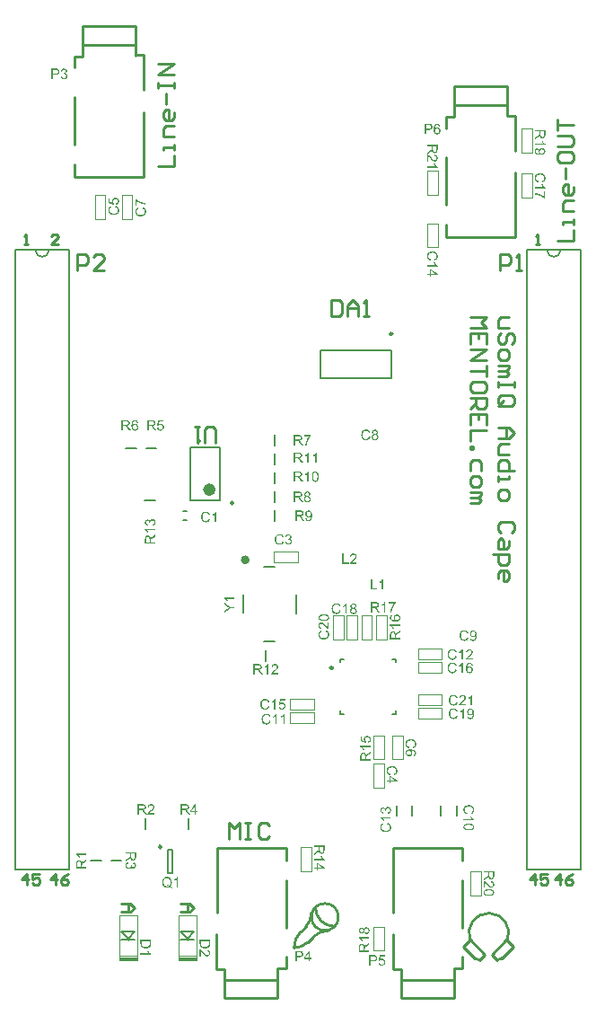
<source format=gto>
%FSLAX43Y43*%
%MOMM*%
G71*
G01*
G75*
G04 Layer_Color=65535*
%ADD10C,1.000*%
%ADD11R,1.000X0.900*%
%ADD12R,0.900X1.000*%
%ADD13R,1.300X1.400*%
G04:AMPARAMS|DCode=14|XSize=1mm|YSize=1.5mm|CornerRadius=0.25mm|HoleSize=0mm|Usage=FLASHONLY|Rotation=90.000|XOffset=0mm|YOffset=0mm|HoleType=Round|Shape=RoundedRectangle|*
%AMROUNDEDRECTD14*
21,1,1.000,1.000,0,0,90.0*
21,1,0.500,1.500,0,0,90.0*
1,1,0.500,0.500,0.250*
1,1,0.500,0.500,-0.250*
1,1,0.500,-0.500,-0.250*
1,1,0.500,-0.500,0.250*
%
%ADD14ROUNDEDRECTD14*%
%ADD15R,0.800X0.800*%
G04:AMPARAMS|DCode=16|XSize=1.45mm|YSize=1.25mm|CornerRadius=0.313mm|HoleSize=0mm|Usage=FLASHONLY|Rotation=90.000|XOffset=0mm|YOffset=0mm|HoleType=Round|Shape=RoundedRectangle|*
%AMROUNDEDRECTD16*
21,1,1.450,0.625,0,0,90.0*
21,1,0.825,1.250,0,0,90.0*
1,1,0.625,0.313,0.412*
1,1,0.625,0.313,-0.412*
1,1,0.625,-0.313,-0.412*
1,1,0.625,-0.313,0.412*
%
%ADD16ROUNDEDRECTD16*%
%ADD17R,1.500X0.600*%
%ADD18R,0.813X0.914*%
%ADD19R,0.650X0.400*%
%ADD20R,0.800X0.800*%
%ADD21R,1.400X1.300*%
%ADD22R,3.300X2.400*%
%ADD23R,0.950X2.400*%
%ADD24O,0.800X0.250*%
%ADD25O,0.250X0.800*%
%ADD26R,3.450X3.450*%
%ADD27R,1.700X1.250*%
%ADD28R,2.000X1.800*%
%ADD29C,0.254*%
%ADD30C,0.500*%
%ADD31C,0.889*%
%ADD32C,1.270*%
%ADD33C,0.635*%
%ADD34C,0.300*%
%ADD35C,0.381*%
%ADD36R,1.700X1.700*%
%ADD37C,1.700*%
%ADD38C,1.300*%
%ADD39C,1.420*%
%ADD40R,1.420X1.420*%
%ADD41C,3.175*%
%ADD42C,0.800*%
%ADD43C,0.900*%
%ADD44C,0.200*%
%ADD45C,0.250*%
%ADD46C,0.600*%
%ADD47C,0.400*%
%ADD48C,0.100*%
%ADD49C,0.127*%
G36*
X68426Y62216D02*
X68429Y62212D01*
X68431Y62207D01*
X68435Y62201D01*
X68439Y62192D01*
X68445Y62182D01*
X68458Y62158D01*
X68475Y62131D01*
X68495Y62100D01*
X68517Y62071D01*
X68541Y62042D01*
X68542Y62041D01*
X68543Y62038D01*
X68547Y62034D01*
X68552Y62029D01*
X68565Y62017D01*
X68583Y62000D01*
X68602Y61984D01*
X68624Y61966D01*
X68647Y61949D01*
X68671Y61935D01*
Y61858D01*
X67691D01*
Y61977D01*
X68454D01*
X68453Y61980D01*
X68448Y61985D01*
X68439Y61995D01*
X68429Y62008D01*
X68416Y62024D01*
X68402Y62045D01*
X68387Y62066D01*
X68372Y62092D01*
Y62093D01*
X68370Y62094D01*
X68368Y62098D01*
X68365Y62103D01*
X68358Y62117D01*
X68349Y62133D01*
X68339Y62153D01*
X68329Y62174D01*
X68318Y62196D01*
X68309Y62217D01*
X68426D01*
Y62216D01*
D02*
G37*
G36*
X68668Y62909D02*
Y62908D01*
Y62904D01*
Y62898D01*
Y62890D01*
Y62882D01*
X68666Y62870D01*
Y62846D01*
X68664Y62818D01*
X68661Y62789D01*
X68657Y62761D01*
X68652Y62737D01*
Y62735D01*
X68651Y62733D01*
X68650Y62728D01*
X68649Y62723D01*
X68646Y62715D01*
X68644Y62706D01*
X68637Y62687D01*
X68627Y62664D01*
X68616Y62640D01*
X68600Y62616D01*
X68583Y62593D01*
X68581Y62592D01*
X68580Y62589D01*
X68576Y62586D01*
X68571Y62581D01*
X68565Y62574D01*
X68557Y62567D01*
X68548Y62559D01*
X68538Y62550D01*
X68514Y62531D01*
X68485Y62512D01*
X68453Y62493D01*
X68416Y62478D01*
X68415D01*
X68411Y62476D01*
X68406Y62474D01*
X68398Y62471D01*
X68388Y62469D01*
X68377Y62465D01*
X68364Y62461D01*
X68349Y62457D01*
X68332Y62455D01*
X68315Y62451D01*
X68296Y62447D01*
X68275Y62445D01*
X68231Y62440D01*
X68184Y62438D01*
X68165D01*
X68156Y62440D01*
X68144D01*
X68132Y62441D01*
X68118Y62442D01*
X68087Y62445D01*
X68054Y62450D01*
X68020Y62456D01*
X67987Y62465D01*
X67986D01*
X67983Y62466D01*
X67978Y62467D01*
X67973Y62470D01*
X67965Y62473D01*
X67956Y62475D01*
X67937Y62483D01*
X67915Y62492D01*
X67890Y62503D01*
X67866Y62517D01*
X67845Y62531D01*
X67842Y62532D01*
X67836Y62539D01*
X67826Y62546D01*
X67813Y62558D01*
X67799Y62570D01*
X67784Y62586D01*
X67770Y62603D01*
X67756Y62621D01*
X67755Y62624D01*
X67751Y62630D01*
X67744Y62640D01*
X67738Y62654D01*
X67730Y62671D01*
X67721Y62691D01*
X67714Y62714D01*
X67708Y62738D01*
Y62739D01*
X67706Y62741D01*
Y62744D01*
X67705Y62749D01*
X67704Y62756D01*
X67702Y62763D01*
X67700Y62782D01*
X67696Y62805D01*
X67694Y62832D01*
X67692Y62862D01*
X67691Y62894D01*
Y63246D01*
X68668D01*
Y62909D01*
D02*
G37*
G36*
X98958Y85344D02*
X98839D01*
Y86107D01*
X98836Y86106D01*
X98831Y86101D01*
X98821Y86092D01*
X98809Y86082D01*
X98792Y86069D01*
X98772Y86055D01*
X98750Y86040D01*
X98725Y86025D01*
X98723D01*
X98722Y86023D01*
X98718Y86021D01*
X98713Y86018D01*
X98699Y86011D01*
X98683Y86002D01*
X98664Y85992D01*
X98642Y85982D01*
X98621Y85971D01*
X98599Y85962D01*
Y86079D01*
X98600D01*
X98604Y86082D01*
X98609Y86084D01*
X98616Y86088D01*
X98624Y86092D01*
X98635Y86098D01*
X98659Y86111D01*
X98685Y86128D01*
X98716Y86148D01*
X98745Y86170D01*
X98774Y86194D01*
X98776Y86195D01*
X98778Y86196D01*
X98782Y86200D01*
X98787Y86205D01*
X98800Y86218D01*
X98816Y86236D01*
X98833Y86255D01*
X98850Y86277D01*
X98867Y86300D01*
X98881Y86324D01*
X98958D01*
Y85344D01*
D02*
G37*
G36*
X97259Y86336D02*
X97272Y86335D01*
X97287Y86333D01*
X97304Y86331D01*
X97321Y86328D01*
X97359Y86319D01*
X97380Y86313D01*
X97401Y86305D01*
X97422Y86297D01*
X97442Y86288D01*
X97462Y86275D01*
X97481Y86262D01*
X97483Y86261D01*
X97485Y86258D01*
X97492Y86255D01*
X97498Y86248D01*
X97506Y86241D01*
X97516Y86232D01*
X97526Y86220D01*
X97537Y86208D01*
X97549Y86194D01*
X97560Y86178D01*
X97572Y86161D01*
X97583Y86143D01*
X97594Y86123D01*
X97605Y86101D01*
X97615Y86077D01*
X97622Y86053D01*
X97495Y86022D01*
Y86023D01*
X97494Y86027D01*
X97492Y86032D01*
X97489Y86040D01*
X97485Y86049D01*
X97481Y86059D01*
X97470Y86082D01*
X97456Y86107D01*
X97439Y86133D01*
X97419Y86157D01*
X97408Y86167D01*
X97396Y86177D01*
X97395D01*
X97394Y86180D01*
X97390Y86182D01*
X97385Y86185D01*
X97379Y86189D01*
X97371Y86192D01*
X97352Y86203D01*
X97328Y86211D01*
X97300Y86219D01*
X97268Y86224D01*
X97232Y86227D01*
X97221D01*
X97213Y86225D01*
X97205D01*
X97193Y86224D01*
X97180Y86222D01*
X97166Y86220D01*
X97137Y86214D01*
X97105Y86204D01*
X97074Y86190D01*
X97058Y86182D01*
X97043Y86172D01*
X97042D01*
X97039Y86170D01*
X97036Y86167D01*
X97031Y86162D01*
X97018Y86150D01*
X97003Y86134D01*
X96985Y86114D01*
X96967Y86088D01*
X96951Y86060D01*
X96938Y86027D01*
Y86026D01*
X96937Y86023D01*
X96935Y86018D01*
X96933Y86012D01*
X96930Y86003D01*
X96928Y85993D01*
X96925Y85982D01*
X96923Y85970D01*
X96918Y85941D01*
X96912Y85909D01*
X96909Y85875D01*
X96907Y85839D01*
Y85838D01*
Y85834D01*
Y85828D01*
Y85819D01*
X96909Y85808D01*
X96910Y85795D01*
Y85781D01*
X96912Y85766D01*
X96916Y85731D01*
X96923Y85696D01*
X96931Y85658D01*
X96943Y85622D01*
Y85621D01*
X96944Y85618D01*
X96947Y85613D01*
X96951Y85607D01*
X96954Y85599D01*
X96958Y85590D01*
X96971Y85570D01*
X96987Y85547D01*
X97006Y85524D01*
X97029Y85503D01*
X97056Y85484D01*
X97057D01*
X97060Y85481D01*
X97064Y85480D01*
X97070Y85476D01*
X97076Y85474D01*
X97085Y85470D01*
X97105Y85461D01*
X97131Y85452D01*
X97159Y85446D01*
X97189Y85441D01*
X97222Y85438D01*
X97232D01*
X97240Y85439D01*
X97250Y85441D01*
X97260Y85442D01*
X97273Y85443D01*
X97286Y85446D01*
X97315Y85453D01*
X97345Y85465D01*
X97362Y85471D01*
X97377Y85480D01*
X97392Y85489D01*
X97406Y85500D01*
X97408Y85501D01*
X97410Y85503D01*
X97414Y85507D01*
X97419Y85512D01*
X97424Y85518D01*
X97432Y85527D01*
X97439Y85536D01*
X97447Y85547D01*
X97456Y85559D01*
X97465Y85573D01*
X97473Y85588D01*
X97481Y85604D01*
X97489Y85623D01*
X97497Y85642D01*
X97503Y85663D01*
X97509Y85686D01*
X97639Y85653D01*
Y85651D01*
X97636Y85646D01*
X97634Y85637D01*
X97631Y85626D01*
X97626Y85613D01*
X97620Y85598D01*
X97613Y85581D01*
X97605Y85562D01*
X97596Y85543D01*
X97584Y85523D01*
X97573Y85504D01*
X97559Y85484D01*
X97545Y85463D01*
X97528Y85444D01*
X97511Y85427D01*
X97492Y85410D01*
X97490Y85409D01*
X97486Y85406D01*
X97481Y85402D01*
X97473Y85397D01*
X97462Y85391D01*
X97450Y85383D01*
X97436Y85377D01*
X97420Y85369D01*
X97401Y85361D01*
X97382Y85354D01*
X97361Y85347D01*
X97338Y85340D01*
X97314Y85335D01*
X97288Y85331D01*
X97262Y85329D01*
X97234Y85327D01*
X97218D01*
X97207Y85329D01*
X97194Y85330D01*
X97178Y85331D01*
X97161Y85333D01*
X97142Y85335D01*
X97102Y85343D01*
X97058Y85354D01*
X97037Y85362D01*
X97015Y85371D01*
X96995Y85380D01*
X96976Y85391D01*
X96975Y85392D01*
X96972Y85394D01*
X96967Y85397D01*
X96959Y85404D01*
X96952Y85410D01*
X96942Y85418D01*
X96931Y85428D01*
X96920Y85439D01*
X96907Y85451D01*
X96896Y85465D01*
X96883Y85480D01*
X96871Y85498D01*
X96858Y85515D01*
X96846Y85535D01*
X96835Y85556D01*
X96825Y85578D01*
Y85579D01*
X96822Y85583D01*
X96820Y85590D01*
X96817Y85599D01*
X96813Y85611D01*
X96808Y85623D01*
X96804Y85639D01*
X96799Y85656D01*
X96794Y85675D01*
X96791Y85696D01*
X96785Y85717D01*
X96782Y85739D01*
X96777Y85788D01*
X96774Y85839D01*
Y85841D01*
Y85846D01*
Y85855D01*
X96775Y85865D01*
Y85879D01*
X96777Y85894D01*
X96779Y85910D01*
X96782Y85929D01*
X96784Y85950D01*
X96788Y85971D01*
X96798Y86016D01*
X96812Y86060D01*
X96821Y86083D01*
X96831Y86105D01*
X96832Y86106D01*
X96834Y86110D01*
X96838Y86116D01*
X96843Y86124D01*
X96848Y86133D01*
X96855Y86144D01*
X96864Y86156D01*
X96874Y86170D01*
X96897Y86197D01*
X96926Y86225D01*
X96959Y86253D01*
X96978Y86266D01*
X96998Y86277D01*
X96999Y86279D01*
X97003Y86280D01*
X97009Y86283D01*
X97017Y86286D01*
X97027Y86291D01*
X97038Y86297D01*
X97052Y86302D01*
X97067Y86308D01*
X97085Y86313D01*
X97103Y86318D01*
X97144Y86328D01*
X97188Y86335D01*
X97211Y86337D01*
X97249D01*
X97259Y86336D01*
D02*
G37*
G36*
X94911Y140167D02*
X94934Y140166D01*
X94959Y140165D01*
X94983Y140162D01*
X95004Y140158D01*
X95007D01*
X95010Y140157D01*
X95015Y140156D01*
X95029Y140153D01*
X95046Y140148D01*
X95065Y140142D01*
X95084Y140134D01*
X95104Y140124D01*
X95123Y140113D01*
X95126Y140111D01*
X95131Y140106D01*
X95141Y140099D01*
X95151Y140089D01*
X95164Y140076D01*
X95178Y140059D01*
X95190Y140040D01*
X95202Y140019D01*
Y140018D01*
X95203Y140016D01*
X95204Y140012D01*
X95207Y140009D01*
X95212Y139996D01*
X95217Y139979D01*
X95222Y139959D01*
X95227Y139936D01*
X95231Y139912D01*
X95232Y139885D01*
Y139884D01*
Y139880D01*
Y139874D01*
X95231Y139865D01*
X95230Y139854D01*
X95228Y139841D01*
X95226Y139827D01*
X95222Y139813D01*
X95213Y139779D01*
X95207Y139762D01*
X95198Y139744D01*
X95189Y139727D01*
X95179Y139709D01*
X95166Y139691D01*
X95152Y139675D01*
X95151Y139673D01*
X95148Y139671D01*
X95143Y139667D01*
X95137Y139661D01*
X95128Y139654D01*
X95117Y139648D01*
X95103Y139639D01*
X95087Y139631D01*
X95068Y139624D01*
X95048Y139616D01*
X95024Y139609D01*
X94999Y139602D01*
X94969Y139596D01*
X94938Y139592D01*
X94903Y139590D01*
X94866Y139588D01*
X94618D01*
Y139192D01*
X94488D01*
Y140169D01*
X94889D01*
X94911Y140167D01*
D02*
G37*
G36*
X71233Y68199D02*
X71114D01*
Y68962D01*
X71111Y68961D01*
X71106Y68956D01*
X71096Y68947D01*
X71083Y68937D01*
X71067Y68924D01*
X71046Y68910D01*
X71025Y68895D01*
X70999Y68880D01*
X70998D01*
X70997Y68878D01*
X70993Y68876D01*
X70988Y68873D01*
X70974Y68866D01*
X70957Y68857D01*
X70938Y68847D01*
X70917Y68837D01*
X70895Y68826D01*
X70874Y68817D01*
Y68934D01*
X70875D01*
X70879Y68937D01*
X70884Y68939D01*
X70890Y68943D01*
X70899Y68947D01*
X70909Y68953D01*
X70933Y68966D01*
X70960Y68983D01*
X70990Y69003D01*
X71020Y69024D01*
X71049Y69049D01*
X71050Y69050D01*
X71053Y69051D01*
X71057Y69055D01*
X71062Y69060D01*
X71074Y69073D01*
X71091Y69091D01*
X71107Y69110D01*
X71125Y69132D01*
X71142Y69155D01*
X71156Y69179D01*
X71233D01*
Y68199D01*
D02*
G37*
G36*
X67903Y76032D02*
X67915D01*
X67928Y76031D01*
X67944Y76030D01*
X67975Y76027D01*
X68008Y76022D01*
X68040Y76016D01*
X68055Y76012D01*
X68068Y76007D01*
X68069D01*
X68071Y76006D01*
X68075Y76004D01*
X68080Y76002D01*
X68092Y75996D01*
X68108Y75985D01*
X68125Y75973D01*
X68143Y75956D01*
X68161Y75936D01*
X68177Y75913D01*
Y75912D01*
X68179Y75910D01*
X68181Y75907D01*
X68184Y75902D01*
X68190Y75888D01*
X68198Y75870D01*
X68205Y75848D01*
X68212Y75823D01*
X68217Y75795D01*
X68218Y75766D01*
Y75764D01*
Y75761D01*
Y75756D01*
X68217Y75748D01*
X68216Y75739D01*
X68214Y75729D01*
X68209Y75705D01*
X68202Y75677D01*
X68190Y75648D01*
X68182Y75634D01*
X68174Y75618D01*
X68162Y75604D01*
X68151Y75590D01*
X68149Y75589D01*
X68148Y75588D01*
X68143Y75584D01*
X68138Y75579D01*
X68130Y75574D01*
X68122Y75568D01*
X68111Y75560D01*
X68100Y75552D01*
X68086Y75545D01*
X68071Y75537D01*
X68053Y75529D01*
X68034Y75522D01*
X68014Y75515D01*
X67992Y75509D01*
X67968Y75504D01*
X67942Y75500D01*
X67945Y75499D01*
X67951Y75496D01*
X67960Y75491D01*
X67972Y75485D01*
X67997Y75468D01*
X68008Y75460D01*
X68020Y75451D01*
X68021D01*
X68022Y75448D01*
X68030Y75442D01*
X68040Y75430D01*
X68055Y75415D01*
X68072Y75397D01*
X68090Y75374D01*
X68109Y75349D01*
X68128Y75321D01*
X68297Y75057D01*
X68134D01*
X68006Y75259D01*
Y75260D01*
X68003Y75263D01*
X68001Y75268D01*
X67997Y75273D01*
X67992Y75281D01*
X67986Y75289D01*
X67973Y75308D01*
X67958Y75330D01*
X67942Y75352D01*
X67927Y75373D01*
X67912Y75392D01*
X67911Y75395D01*
X67906Y75400D01*
X67899Y75409D01*
X67890Y75418D01*
X67880Y75429D01*
X67869Y75441D01*
X67857Y75449D01*
X67846Y75458D01*
X67845Y75460D01*
X67841Y75461D01*
X67836Y75465D01*
X67828Y75468D01*
X67819Y75474D01*
X67809Y75477D01*
X67788Y75485D01*
X67786D01*
X67784Y75486D01*
X67779D01*
X67771Y75488D01*
X67761Y75489D01*
X67748D01*
X67734Y75490D01*
X67567D01*
Y75057D01*
X67437D01*
Y76034D01*
X67892D01*
X67903Y76032D01*
D02*
G37*
G36*
X95712Y140171D02*
X95722Y140170D01*
X95734Y140169D01*
X95747Y140167D01*
X95761Y140165D01*
X95790Y140157D01*
X95822Y140146D01*
X95838Y140138D01*
X95853Y140129D01*
X95868Y140119D01*
X95882Y140108D01*
X95884Y140106D01*
X95886Y140105D01*
X95889Y140101D01*
X95894Y140096D01*
X95900Y140089D01*
X95907Y140081D01*
X95914Y140072D01*
X95922Y140061D01*
X95929Y140049D01*
X95937Y140035D01*
X95943Y140021D01*
X95951Y140005D01*
X95964Y139971D01*
X95968Y139950D01*
X95971Y139930D01*
X95852Y139921D01*
Y139922D01*
X95851Y139924D01*
Y139927D01*
X95849Y139932D01*
X95846Y139945D01*
X95841Y139960D01*
X95834Y139977D01*
X95825Y139993D01*
X95816Y140009D01*
X95806Y140023D01*
X95804Y140025D01*
X95797Y140030D01*
X95787Y140039D01*
X95773Y140048D01*
X95755Y140057D01*
X95735Y140066D01*
X95711Y140071D01*
X95686Y140073D01*
X95675D01*
X95665Y140072D01*
X95651Y140070D01*
X95636Y140066D01*
X95618Y140059D01*
X95602Y140052D01*
X95584Y140040D01*
X95581Y140039D01*
X95575Y140033D01*
X95565Y140024D01*
X95552Y140010D01*
X95538Y139993D01*
X95523Y139973D01*
X95509Y139949D01*
X95495Y139921D01*
Y139920D01*
X95494Y139917D01*
X95493Y139913D01*
X95490Y139907D01*
X95487Y139898D01*
X95485Y139888D01*
X95482Y139877D01*
X95479Y139864D01*
X95476Y139849D01*
X95474Y139831D01*
X95471Y139813D01*
X95468Y139793D01*
X95466Y139771D01*
X95463Y139747D01*
X95462Y139722D01*
Y139696D01*
X95465Y139697D01*
X95470Y139706D01*
X95479Y139718D01*
X95491Y139732D01*
X95507Y139748D01*
X95524Y139764D01*
X95545Y139780D01*
X95567Y139793D01*
X95569D01*
X95570Y139794D01*
X95574Y139795D01*
X95579Y139798D01*
X95590Y139803D01*
X95607Y139809D01*
X95627Y139816D01*
X95649Y139821D01*
X95673Y139824D01*
X95698Y139826D01*
X95710D01*
X95719Y139824D01*
X95729Y139823D01*
X95741Y139821D01*
X95754Y139818D01*
X95769Y139814D01*
X95785Y139810D01*
X95801Y139804D01*
X95818Y139797D01*
X95835Y139789D01*
X95853Y139777D01*
X95870Y139766D01*
X95886Y139752D01*
X95903Y139737D01*
X95904Y139736D01*
X95907Y139733D01*
X95910Y139728D01*
X95917Y139720D01*
X95923Y139711D01*
X95929Y139701D01*
X95937Y139689D01*
X95946Y139675D01*
X95954Y139659D01*
X95961Y139642D01*
X95968Y139624D01*
X95975Y139603D01*
X95980Y139581D01*
X95984Y139558D01*
X95987Y139534D01*
X95988Y139508D01*
Y139507D01*
Y139504D01*
Y139499D01*
Y139493D01*
X95987Y139484D01*
X95985Y139475D01*
X95983Y139452D01*
X95978Y139427D01*
X95971Y139398D01*
X95961Y139369D01*
X95947Y139338D01*
Y139337D01*
X95946Y139334D01*
X95943Y139330D01*
X95940Y139325D01*
X95931Y139311D01*
X95919Y139294D01*
X95903Y139275D01*
X95885Y139254D01*
X95863Y139235D01*
X95838Y139217D01*
X95837D01*
X95835Y139216D01*
X95832Y139214D01*
X95827Y139211D01*
X95819Y139207D01*
X95811Y139205D01*
X95792Y139197D01*
X95769Y139188D01*
X95743Y139182D01*
X95714Y139177D01*
X95682Y139175D01*
X95675D01*
X95668Y139177D01*
X95656D01*
X95644Y139179D01*
X95630Y139182D01*
X95613Y139184D01*
X95595Y139189D01*
X95576Y139195D01*
X95556Y139202D01*
X95536Y139211D01*
X95515Y139221D01*
X95495Y139234D01*
X95475Y139249D01*
X95456Y139266D01*
X95437Y139285D01*
X95435Y139286D01*
X95433Y139290D01*
X95428Y139296D01*
X95421Y139306D01*
X95415Y139318D01*
X95407Y139333D01*
X95399Y139351D01*
X95390Y139371D01*
X95381Y139395D01*
X95372Y139422D01*
X95364Y139452D01*
X95358Y139484D01*
X95352Y139521D01*
X95347Y139560D01*
X95344Y139602D01*
X95343Y139648D01*
Y139649D01*
Y139652D01*
Y139656D01*
Y139661D01*
Y139667D01*
X95344Y139675D01*
Y139694D01*
X95347Y139718D01*
X95348Y139744D01*
X95352Y139774D01*
X95355Y139805D01*
X95362Y139838D01*
X95368Y139873D01*
X95377Y139907D01*
X95387Y139941D01*
X95399Y139974D01*
X95413Y140005D01*
X95429Y140034D01*
X95447Y140059D01*
X95448Y140061D01*
X95451Y140064D01*
X95456Y140070D01*
X95463Y140077D01*
X95472Y140086D01*
X95484Y140095D01*
X95498Y140105D01*
X95512Y140117D01*
X95528Y140127D01*
X95547Y140137D01*
X95567Y140146D01*
X95589Y140155D01*
X95613Y140162D01*
X95639Y140167D01*
X95665Y140171D01*
X95693Y140172D01*
X95705D01*
X95712Y140171D01*
D02*
G37*
G36*
X70213Y69191D02*
X70225Y69190D01*
X70239Y69188D01*
X70254Y69187D01*
X70272Y69185D01*
X70308Y69177D01*
X70349Y69165D01*
X70371Y69158D01*
X70391Y69149D01*
X70413Y69139D01*
X70433Y69127D01*
X70434Y69126D01*
X70438Y69125D01*
X70443Y69121D01*
X70451Y69116D01*
X70460Y69108D01*
X70471Y69101D01*
X70482Y69092D01*
X70495Y69080D01*
X70508Y69069D01*
X70522Y69055D01*
X70536Y69040D01*
X70550Y69024D01*
X70562Y69007D01*
X70575Y68988D01*
X70599Y68947D01*
X70601Y68946D01*
X70602Y68942D01*
X70604Y68936D01*
X70608Y68927D01*
X70612Y68917D01*
X70617Y68903D01*
X70622Y68889D01*
X70629Y68872D01*
X70634Y68853D01*
X70639Y68833D01*
X70644Y68812D01*
X70648Y68790D01*
X70654Y68740D01*
X70656Y68713D01*
Y68687D01*
Y68685D01*
Y68682D01*
Y68675D01*
Y68666D01*
X70655Y68656D01*
Y68644D01*
X70654Y68630D01*
X70651Y68614D01*
X70648Y68581D01*
X70641Y68544D01*
X70632Y68506D01*
X70620Y68470D01*
Y68468D01*
X70618Y68466D01*
X70616Y68461D01*
X70613Y68453D01*
X70609Y68445D01*
X70604Y68435D01*
X70592Y68414D01*
X70576Y68387D01*
X70557Y68359D01*
X70535Y68331D01*
X70509Y68303D01*
X70510Y68302D01*
X70513Y68301D01*
X70518Y68297D01*
X70524Y68293D01*
X70532Y68288D01*
X70542Y68282D01*
X70564Y68269D01*
X70589Y68254D01*
X70617Y68238D01*
X70646Y68224D01*
X70675Y68213D01*
X70636Y68124D01*
X70635D01*
X70631Y68125D01*
X70626Y68128D01*
X70618Y68132D01*
X70608Y68135D01*
X70597Y68141D01*
X70584Y68147D01*
X70570Y68153D01*
X70538Y68170D01*
X70503Y68190D01*
X70466Y68214D01*
X70427Y68242D01*
X70425D01*
X70422Y68240D01*
X70416Y68237D01*
X70408Y68233D01*
X70397Y68228D01*
X70386Y68223D01*
X70372Y68218D01*
X70357Y68213D01*
X70339Y68207D01*
X70321Y68202D01*
X70301Y68196D01*
X70279Y68191D01*
X70235Y68185D01*
X70211Y68184D01*
X70187Y68182D01*
X70174D01*
X70164Y68184D01*
X70152Y68185D01*
X70140Y68186D01*
X70124Y68188D01*
X70107Y68190D01*
X70070Y68198D01*
X70029Y68209D01*
X70009Y68217D01*
X69988Y68226D01*
X69967Y68235D01*
X69947Y68246D01*
X69945Y68247D01*
X69941Y68249D01*
X69936Y68252D01*
X69929Y68257D01*
X69920Y68264D01*
X69910Y68273D01*
X69898Y68282D01*
X69886Y68292D01*
X69872Y68304D01*
X69859Y68317D01*
X69845Y68332D01*
X69831Y68349D01*
X69817Y68365D01*
X69804Y68384D01*
X69780Y68425D01*
Y68426D01*
X69778Y68430D01*
X69775Y68436D01*
X69771Y68445D01*
X69767Y68457D01*
X69762Y68470D01*
X69757Y68485D01*
X69752Y68501D01*
X69746Y68520D01*
X69741Y68541D01*
X69736Y68562D01*
X69732Y68585D01*
X69726Y68633D01*
X69724Y68660D01*
X69723Y68687D01*
Y68688D01*
Y68693D01*
Y68701D01*
X69724Y68711D01*
Y68724D01*
X69726Y68739D01*
X69728Y68755D01*
X69731Y68773D01*
X69733Y68793D01*
X69737Y68814D01*
X69747Y68858D01*
X69762Y68903D01*
X69771Y68925D01*
X69781Y68948D01*
X69783Y68950D01*
X69784Y68953D01*
X69788Y68960D01*
X69793Y68967D01*
X69798Y68978D01*
X69806Y68989D01*
X69814Y69002D01*
X69825Y69016D01*
X69847Y69045D01*
X69877Y69075D01*
X69910Y69105D01*
X69929Y69117D01*
X69948Y69130D01*
X69949Y69131D01*
X69953Y69132D01*
X69959Y69136D01*
X69967Y69140D01*
X69977Y69144D01*
X69990Y69150D01*
X70002Y69155D01*
X70019Y69162D01*
X70035Y69167D01*
X70054Y69173D01*
X70075Y69178D01*
X70095Y69182D01*
X70141Y69190D01*
X70165Y69191D01*
X70190Y69192D01*
X70203D01*
X70213Y69191D01*
D02*
G37*
G36*
X98094Y86323D02*
X98106Y86322D01*
X98120Y86321D01*
X98135Y86318D01*
X98152Y86314D01*
X98188Y86305D01*
X98205Y86299D01*
X98224Y86291D01*
X98243Y86283D01*
X98261Y86271D01*
X98278Y86260D01*
X98294Y86246D01*
X98295Y86244D01*
X98298Y86242D01*
X98302Y86238D01*
X98307Y86232D01*
X98313Y86224D01*
X98321Y86215D01*
X98327Y86205D01*
X98336Y86192D01*
X98344Y86180D01*
X98350Y86164D01*
X98364Y86131D01*
X98369Y86114D01*
X98373Y86095D01*
X98375Y86074D01*
X98377Y86053D01*
Y86050D01*
Y86043D01*
X98375Y86031D01*
X98374Y86016D01*
X98370Y85999D01*
X98367Y85979D01*
X98360Y85959D01*
X98353Y85937D01*
X98351Y85935D01*
X98348Y85927D01*
X98342Y85915D01*
X98334Y85902D01*
X98322Y85884D01*
X98308Y85863D01*
X98292Y85841D01*
X98273Y85818D01*
Y85816D01*
X98270Y85815D01*
X98266Y85811D01*
X98262Y85806D01*
X98256Y85800D01*
X98248Y85792D01*
X98240Y85783D01*
X98228Y85773D01*
X98217Y85762D01*
X98203Y85749D01*
X98188Y85734D01*
X98171Y85719D01*
X98152Y85702D01*
X98133Y85686D01*
X98110Y85667D01*
X98087Y85646D01*
X98086Y85645D01*
X98082Y85642D01*
X98077Y85637D01*
X98069Y85632D01*
X98062Y85625D01*
X98052Y85616D01*
X98030Y85597D01*
X98006Y85576D01*
X97983Y85556D01*
X97973Y85547D01*
X97964Y85538D01*
X97955Y85529D01*
X97949Y85523D01*
X97947Y85522D01*
X97944Y85518D01*
X97939Y85512D01*
X97931Y85503D01*
X97923Y85494D01*
X97914Y85482D01*
X97898Y85460D01*
X98378D01*
Y85344D01*
X97732D01*
Y85347D01*
Y85352D01*
Y85359D01*
X97733Y85371D01*
X97734Y85383D01*
X97737Y85397D01*
X97740Y85411D01*
X97746Y85427D01*
Y85428D01*
X97747Y85429D01*
X97748Y85433D01*
X97751Y85438D01*
X97756Y85451D01*
X97765Y85467D01*
X97776Y85488D01*
X97789Y85509D01*
X97805Y85532D01*
X97824Y85556D01*
X97826Y85557D01*
X97827Y85559D01*
X97831Y85562D01*
X97834Y85568D01*
X97847Y85581D01*
X97865Y85599D01*
X97887Y85621D01*
X97913Y85646D01*
X97945Y85674D01*
X97982Y85705D01*
X97983Y85706D01*
X97988Y85711D01*
X97997Y85717D01*
X98007Y85726D01*
X98020Y85738D01*
X98035Y85750D01*
X98052Y85764D01*
X98068Y85780D01*
X98104Y85813D01*
X98139Y85847D01*
X98156Y85865D01*
X98171Y85881D01*
X98185Y85896D01*
X98196Y85912D01*
X98198Y85913D01*
X98199Y85915D01*
X98201Y85919D01*
X98205Y85924D01*
X98209Y85932D01*
X98214Y85940D01*
X98226Y85959D01*
X98236Y85980D01*
X98245Y86004D01*
X98251Y86031D01*
X98254Y86044D01*
Y86056D01*
Y86058D01*
Y86060D01*
Y86063D01*
X98252Y86068D01*
X98251Y86082D01*
X98247Y86098D01*
X98241Y86117D01*
X98232Y86136D01*
X98219Y86157D01*
X98201Y86176D01*
X98199Y86178D01*
X98193Y86183D01*
X98181Y86191D01*
X98166Y86201D01*
X98147Y86210D01*
X98124Y86218D01*
X98097Y86223D01*
X98068Y86225D01*
X98059D01*
X98054Y86224D01*
X98047D01*
X98038Y86223D01*
X98019Y86219D01*
X97997Y86213D01*
X97973Y86204D01*
X97950Y86191D01*
X97930Y86173D01*
X97927Y86171D01*
X97922Y86164D01*
X97913Y86152D01*
X97904Y86136D01*
X97894Y86115D01*
X97885Y86091D01*
X97880Y86063D01*
X97878Y86030D01*
X97754Y86043D01*
Y86044D01*
X97756Y86049D01*
Y86055D01*
X97757Y86065D01*
X97760Y86077D01*
X97762Y86089D01*
X97766Y86105D01*
X97771Y86120D01*
X97782Y86154D01*
X97790Y86172D01*
X97799Y86189D01*
X97809Y86206D01*
X97820Y86223D01*
X97833Y86238D01*
X97848Y86252D01*
X97850Y86253D01*
X97852Y86255D01*
X97857Y86258D01*
X97864Y86263D01*
X97873Y86269D01*
X97883Y86275D01*
X97894Y86281D01*
X97908Y86289D01*
X97923Y86295D01*
X97940Y86302D01*
X97958Y86308D01*
X97978Y86313D01*
X97998Y86318D01*
X98021Y86322D01*
X98045Y86323D01*
X98071Y86324D01*
X98085D01*
X98094Y86323D01*
D02*
G37*
G36*
X86210Y94972D02*
X86223Y94971D01*
X86238Y94969D01*
X86255Y94967D01*
X86272Y94964D01*
X86310Y94955D01*
X86331Y94949D01*
X86352Y94941D01*
X86373Y94933D01*
X86393Y94924D01*
X86413Y94911D01*
X86432Y94898D01*
X86434Y94897D01*
X86436Y94894D01*
X86443Y94891D01*
X86449Y94884D01*
X86457Y94877D01*
X86467Y94868D01*
X86477Y94856D01*
X86488Y94844D01*
X86500Y94830D01*
X86511Y94814D01*
X86523Y94797D01*
X86534Y94779D01*
X86545Y94759D01*
X86556Y94737D01*
X86566Y94713D01*
X86573Y94689D01*
X86446Y94658D01*
Y94659D01*
X86445Y94663D01*
X86443Y94668D01*
X86440Y94676D01*
X86436Y94685D01*
X86432Y94695D01*
X86421Y94718D01*
X86407Y94743D01*
X86390Y94769D01*
X86370Y94793D01*
X86359Y94803D01*
X86347Y94813D01*
X86346D01*
X86345Y94816D01*
X86341Y94818D01*
X86336Y94821D01*
X86330Y94825D01*
X86322Y94828D01*
X86303Y94839D01*
X86279Y94847D01*
X86251Y94855D01*
X86219Y94860D01*
X86183Y94863D01*
X86172D01*
X86164Y94861D01*
X86156D01*
X86144Y94860D01*
X86131Y94858D01*
X86117Y94856D01*
X86088Y94850D01*
X86056Y94840D01*
X86025Y94826D01*
X86009Y94818D01*
X85994Y94808D01*
X85993D01*
X85990Y94805D01*
X85987Y94803D01*
X85982Y94798D01*
X85969Y94786D01*
X85954Y94770D01*
X85936Y94750D01*
X85918Y94724D01*
X85902Y94696D01*
X85889Y94663D01*
Y94662D01*
X85888Y94659D01*
X85886Y94654D01*
X85884Y94648D01*
X85881Y94639D01*
X85879Y94629D01*
X85876Y94618D01*
X85874Y94606D01*
X85869Y94577D01*
X85863Y94545D01*
X85860Y94511D01*
X85858Y94475D01*
Y94474D01*
Y94470D01*
Y94464D01*
Y94455D01*
X85860Y94444D01*
X85861Y94431D01*
Y94417D01*
X85863Y94402D01*
X85867Y94367D01*
X85874Y94332D01*
X85882Y94294D01*
X85894Y94258D01*
Y94257D01*
X85895Y94254D01*
X85898Y94249D01*
X85902Y94243D01*
X85905Y94235D01*
X85909Y94226D01*
X85922Y94206D01*
X85938Y94183D01*
X85957Y94160D01*
X85980Y94139D01*
X86007Y94120D01*
X86008D01*
X86011Y94117D01*
X86015Y94116D01*
X86021Y94112D01*
X86027Y94110D01*
X86036Y94106D01*
X86056Y94097D01*
X86082Y94088D01*
X86110Y94082D01*
X86140Y94077D01*
X86173Y94074D01*
X86183D01*
X86191Y94075D01*
X86201Y94077D01*
X86211Y94078D01*
X86224Y94079D01*
X86237Y94082D01*
X86266Y94089D01*
X86297Y94101D01*
X86313Y94107D01*
X86328Y94116D01*
X86343Y94125D01*
X86357Y94136D01*
X86359Y94137D01*
X86361Y94139D01*
X86365Y94143D01*
X86370Y94148D01*
X86375Y94154D01*
X86383Y94163D01*
X86390Y94172D01*
X86398Y94183D01*
X86407Y94195D01*
X86416Y94209D01*
X86424Y94224D01*
X86432Y94240D01*
X86440Y94259D01*
X86448Y94278D01*
X86454Y94299D01*
X86460Y94322D01*
X86590Y94289D01*
Y94287D01*
X86587Y94282D01*
X86585Y94273D01*
X86582Y94262D01*
X86577Y94249D01*
X86571Y94234D01*
X86564Y94217D01*
X86556Y94198D01*
X86547Y94179D01*
X86535Y94159D01*
X86524Y94140D01*
X86510Y94120D01*
X86496Y94099D01*
X86479Y94080D01*
X86462Y94063D01*
X86443Y94046D01*
X86441Y94045D01*
X86437Y94042D01*
X86432Y94038D01*
X86424Y94033D01*
X86413Y94027D01*
X86401Y94019D01*
X86387Y94013D01*
X86371Y94005D01*
X86352Y93997D01*
X86333Y93990D01*
X86312Y93983D01*
X86289Y93976D01*
X86265Y93971D01*
X86239Y93967D01*
X86213Y93965D01*
X86185Y93963D01*
X86170D01*
X86158Y93965D01*
X86145Y93966D01*
X86129Y93967D01*
X86112Y93969D01*
X86093Y93971D01*
X86053Y93979D01*
X86009Y93990D01*
X85988Y93998D01*
X85966Y94007D01*
X85946Y94016D01*
X85927Y94027D01*
X85926Y94028D01*
X85923Y94030D01*
X85918Y94033D01*
X85910Y94040D01*
X85903Y94046D01*
X85893Y94054D01*
X85882Y94064D01*
X85871Y94075D01*
X85858Y94087D01*
X85847Y94101D01*
X85834Y94116D01*
X85822Y94134D01*
X85809Y94151D01*
X85797Y94171D01*
X85786Y94192D01*
X85776Y94214D01*
Y94215D01*
X85773Y94219D01*
X85771Y94226D01*
X85768Y94235D01*
X85764Y94247D01*
X85759Y94259D01*
X85755Y94275D01*
X85750Y94292D01*
X85745Y94311D01*
X85742Y94332D01*
X85736Y94353D01*
X85733Y94375D01*
X85728Y94424D01*
X85725Y94475D01*
Y94477D01*
Y94482D01*
Y94491D01*
X85726Y94501D01*
Y94515D01*
X85728Y94530D01*
X85730Y94546D01*
X85733Y94565D01*
X85735Y94586D01*
X85739Y94607D01*
X85749Y94652D01*
X85763Y94696D01*
X85772Y94719D01*
X85782Y94741D01*
X85783Y94742D01*
X85785Y94746D01*
X85788Y94752D01*
X85794Y94760D01*
X85799Y94769D01*
X85806Y94780D01*
X85815Y94792D01*
X85825Y94805D01*
X85848Y94833D01*
X85877Y94861D01*
X85910Y94889D01*
X85929Y94902D01*
X85949Y94913D01*
X85950Y94915D01*
X85954Y94916D01*
X85960Y94919D01*
X85968Y94922D01*
X85978Y94927D01*
X85989Y94933D01*
X86003Y94938D01*
X86018Y94944D01*
X86036Y94949D01*
X86054Y94954D01*
X86095Y94964D01*
X86139Y94971D01*
X86162Y94973D01*
X86200D01*
X86210Y94972D01*
D02*
G37*
G36*
X98200Y84074D02*
X98081D01*
Y84837D01*
X98078Y84836D01*
X98073Y84831D01*
X98063Y84822D01*
X98050Y84812D01*
X98034Y84799D01*
X98014Y84785D01*
X97992Y84770D01*
X97967Y84755D01*
X97965D01*
X97964Y84753D01*
X97960Y84751D01*
X97955Y84748D01*
X97941Y84741D01*
X97925Y84732D01*
X97906Y84722D01*
X97884Y84712D01*
X97862Y84701D01*
X97841Y84692D01*
Y84809D01*
X97842D01*
X97846Y84812D01*
X97851Y84814D01*
X97857Y84818D01*
X97866Y84822D01*
X97876Y84828D01*
X97900Y84841D01*
X97927Y84858D01*
X97958Y84878D01*
X97987Y84899D01*
X98016Y84924D01*
X98017Y84925D01*
X98020Y84926D01*
X98024Y84930D01*
X98029Y84935D01*
X98041Y84948D01*
X98058Y84966D01*
X98074Y84985D01*
X98092Y85007D01*
X98109Y85030D01*
X98123Y85054D01*
X98200D01*
Y84074D01*
D02*
G37*
G36*
X87798Y94959D02*
X87808Y94958D01*
X87821Y94957D01*
X87834Y94954D01*
X87850Y94952D01*
X87883Y94943D01*
X87899Y94936D01*
X87917Y94929D01*
X87934Y94920D01*
X87951Y94911D01*
X87967Y94898D01*
X87982Y94886D01*
X87983Y94884D01*
X87986Y94882D01*
X87989Y94878D01*
X87994Y94873D01*
X88000Y94865D01*
X88007Y94856D01*
X88014Y94846D01*
X88021Y94836D01*
X88035Y94809D01*
X88048Y94779D01*
X88053Y94761D01*
X88057Y94743D01*
X88059Y94724D01*
X88061Y94705D01*
Y94704D01*
Y94703D01*
Y94699D01*
Y94694D01*
X88059Y94681D01*
X88055Y94665D01*
X88052Y94645D01*
X88045Y94626D01*
X88036Y94606D01*
X88024Y94586D01*
X88022Y94583D01*
X88017Y94578D01*
X88008Y94569D01*
X87997Y94558D01*
X87982Y94545D01*
X87963Y94532D01*
X87941Y94520D01*
X87916Y94508D01*
X87917D01*
X87920Y94507D01*
X87925Y94506D01*
X87931Y94503D01*
X87939Y94499D01*
X87946Y94496D01*
X87967Y94485D01*
X87989Y94473D01*
X88012Y94456D01*
X88034Y94437D01*
X88053Y94414D01*
Y94413D01*
X88055Y94412D01*
X88057Y94408D01*
X88061Y94403D01*
X88064Y94397D01*
X88068Y94389D01*
X88077Y94371D01*
X88085Y94348D01*
X88092Y94322D01*
X88097Y94291D01*
X88100Y94258D01*
Y94257D01*
Y94253D01*
Y94247D01*
X88099Y94238D01*
X88097Y94226D01*
X88095Y94214D01*
X88092Y94201D01*
X88088Y94186D01*
X88085Y94169D01*
X88078Y94153D01*
X88071Y94135D01*
X88063Y94117D01*
X88052Y94099D01*
X88040Y94082D01*
X88026Y94065D01*
X88011Y94049D01*
X88010Y94047D01*
X88007Y94045D01*
X88002Y94041D01*
X87994Y94036D01*
X87986Y94028D01*
X87975Y94022D01*
X87963Y94014D01*
X87949Y94007D01*
X87932Y93998D01*
X87916Y93990D01*
X87897Y93984D01*
X87875Y93977D01*
X87854Y93971D01*
X87829Y93967D01*
X87805Y93965D01*
X87779Y93963D01*
X87765D01*
X87754Y93965D01*
X87742Y93966D01*
X87728Y93969D01*
X87713Y93971D01*
X87695Y93974D01*
X87658Y93984D01*
X87639Y93991D01*
X87619Y93999D01*
X87600Y94009D01*
X87580Y94021D01*
X87563Y94033D01*
X87545Y94049D01*
X87544Y94050D01*
X87541Y94052D01*
X87537Y94057D01*
X87531Y94064D01*
X87525Y94073D01*
X87517Y94083D01*
X87509Y94094D01*
X87502Y94107D01*
X87493Y94122D01*
X87485Y94137D01*
X87478Y94155D01*
X87471Y94174D01*
X87465Y94195D01*
X87461Y94216D01*
X87459Y94239D01*
X87457Y94262D01*
Y94263D01*
Y94266D01*
Y94271D01*
X87459Y94278D01*
Y94286D01*
X87460Y94295D01*
X87464Y94318D01*
X87469Y94343D01*
X87478Y94369D01*
X87489Y94395D01*
X87506Y94421D01*
Y94422D01*
X87508Y94423D01*
X87514Y94431D01*
X87526Y94442D01*
X87541Y94456D01*
X87560Y94470D01*
X87584Y94485D01*
X87611Y94498D01*
X87643Y94508D01*
X87641D01*
X87639Y94510D01*
X87635Y94511D01*
X87630Y94513D01*
X87617Y94520D01*
X87601Y94529D01*
X87583Y94540D01*
X87564Y94553D01*
X87547Y94569D01*
X87532Y94587D01*
X87531Y94590D01*
X87527Y94596D01*
X87521Y94607D01*
X87514Y94621D01*
X87508Y94639D01*
X87502Y94659D01*
X87498Y94682D01*
X87497Y94708D01*
Y94709D01*
Y94713D01*
Y94718D01*
X87498Y94725D01*
X87499Y94734D01*
X87500Y94746D01*
X87507Y94770D01*
X87516Y94798D01*
X87522Y94813D01*
X87528Y94828D01*
X87537Y94844D01*
X87547Y94859D01*
X87559Y94873D01*
X87573Y94887D01*
X87574Y94888D01*
X87577Y94891D01*
X87580Y94893D01*
X87587Y94898D01*
X87594Y94903D01*
X87603Y94910D01*
X87615Y94917D01*
X87627Y94924D01*
X87640Y94930D01*
X87655Y94938D01*
X87673Y94944D01*
X87691Y94949D01*
X87710Y94954D01*
X87730Y94958D01*
X87753Y94959D01*
X87776Y94960D01*
X87789D01*
X87798Y94959D01*
D02*
G37*
G36*
X87151Y93980D02*
X87032D01*
Y94743D01*
X87029Y94742D01*
X87024Y94737D01*
X87014Y94728D01*
X87001Y94718D01*
X86985Y94705D01*
X86965Y94691D01*
X86943Y94676D01*
X86918Y94661D01*
X86916D01*
X86915Y94659D01*
X86911Y94657D01*
X86906Y94654D01*
X86892Y94647D01*
X86876Y94638D01*
X86857Y94628D01*
X86835Y94618D01*
X86813Y94607D01*
X86792Y94598D01*
Y94715D01*
X86793D01*
X86797Y94718D01*
X86802Y94720D01*
X86808Y94724D01*
X86817Y94728D01*
X86827Y94734D01*
X86851Y94747D01*
X86878Y94764D01*
X86909Y94784D01*
X86938Y94805D01*
X86967Y94830D01*
X86968Y94831D01*
X86971Y94832D01*
X86975Y94836D01*
X86980Y94841D01*
X86992Y94854D01*
X87009Y94872D01*
X87025Y94891D01*
X87043Y94913D01*
X87060Y94936D01*
X87074Y94960D01*
X87151D01*
Y93980D01*
D02*
G37*
G36*
X98830Y85053D02*
X98838D01*
X98848Y85052D01*
X98871Y85048D01*
X98897Y85042D01*
X98927Y85033D01*
X98957Y85020D01*
X98988Y85002D01*
X98989D01*
X98991Y85000D01*
X98995Y84997D01*
X99000Y84993D01*
X99014Y84981D01*
X99032Y84966D01*
X99051Y84944D01*
X99071Y84920D01*
X99090Y84891D01*
X99107Y84856D01*
Y84855D01*
X99108Y84853D01*
X99111Y84846D01*
X99113Y84839D01*
X99117Y84828D01*
X99120Y84817D01*
X99123Y84803D01*
X99129Y84786D01*
X99132Y84767D01*
X99136Y84747D01*
X99139Y84726D01*
X99143Y84700D01*
X99145Y84673D01*
X99148Y84646D01*
X99149Y84615D01*
Y84582D01*
Y84579D01*
Y84574D01*
Y84564D01*
Y84552D01*
X99148Y84535D01*
X99146Y84517D01*
X99145Y84497D01*
X99144Y84474D01*
X99141Y84451D01*
X99139Y84427D01*
X99132Y84376D01*
X99122Y84328D01*
X99116Y84305D01*
X99108Y84284D01*
Y84282D01*
X99107Y84278D01*
X99104Y84273D01*
X99101Y84266D01*
X99097Y84256D01*
X99092Y84245D01*
X99078Y84221D01*
X99061Y84193D01*
X99040Y84165D01*
X99016Y84139D01*
X98986Y84115D01*
X98985D01*
X98983Y84112D01*
X98979Y84110D01*
X98972Y84106D01*
X98965Y84102D01*
X98956Y84097D01*
X98944Y84092D01*
X98933Y84087D01*
X98905Y84075D01*
X98873Y84066D01*
X98838Y84060D01*
X98819Y84059D01*
X98798Y84057D01*
X98787D01*
X98779Y84059D01*
X98769Y84060D01*
X98759Y84061D01*
X98746Y84063D01*
X98732Y84065D01*
X98703Y84073D01*
X98671Y84084D01*
X98656Y84092D01*
X98641Y84101D01*
X98626Y84110D01*
X98612Y84121D01*
X98610Y84122D01*
X98609Y84124D01*
X98605Y84127D01*
X98600Y84132D01*
X98594Y84139D01*
X98588Y84148D01*
X98581Y84157D01*
X98574Y84167D01*
X98566Y84179D01*
X98558Y84192D01*
X98552Y84207D01*
X98544Y84224D01*
X98538Y84240D01*
X98533Y84259D01*
X98529Y84278D01*
X98525Y84300D01*
X98641Y84309D01*
Y84308D01*
X98642Y84305D01*
Y84301D01*
X98643Y84296D01*
X98647Y84281D01*
X98654Y84265D01*
X98660Y84244D01*
X98670Y84225D01*
X98682Y84207D01*
X98696Y84192D01*
X98698Y84191D01*
X98703Y84187D01*
X98712Y84181D01*
X98725Y84174D01*
X98740Y84168D01*
X98758Y84162D01*
X98779Y84158D01*
X98802Y84157D01*
X98811D01*
X98821Y84158D01*
X98835Y84159D01*
X98849Y84163D01*
X98866Y84167D01*
X98882Y84173D01*
X98899Y84181D01*
X98900Y84182D01*
X98906Y84186D01*
X98914Y84191D01*
X98923Y84198D01*
X98934Y84209D01*
X98946Y84220D01*
X98957Y84233D01*
X98967Y84248D01*
X98969Y84251D01*
X98972Y84256D01*
X98976Y84266D01*
X98983Y84278D01*
X98990Y84295D01*
X98998Y84314D01*
X99005Y84337D01*
X99012Y84362D01*
Y84364D01*
X99013Y84366D01*
Y84370D01*
X99014Y84375D01*
X99016Y84381D01*
X99017Y84389D01*
X99021Y84408D01*
X99024Y84430D01*
X99027Y84455D01*
X99028Y84482D01*
X99030Y84510D01*
Y84511D01*
Y84516D01*
Y84524D01*
Y84534D01*
X99028Y84531D01*
X99023Y84525D01*
X99014Y84513D01*
X99003Y84501D01*
X98989Y84485D01*
X98972Y84470D01*
X98952Y84455D01*
X98930Y84441D01*
X98929D01*
X98928Y84440D01*
X98924Y84437D01*
X98919Y84436D01*
X98908Y84430D01*
X98890Y84423D01*
X98871Y84417D01*
X98848Y84411D01*
X98823Y84407D01*
X98796Y84405D01*
X98784D01*
X98776Y84407D01*
X98765Y84408D01*
X98753Y84411D01*
X98740Y84413D01*
X98725Y84417D01*
X98709Y84421D01*
X98693Y84427D01*
X98676Y84433D01*
X98659Y84442D01*
X98641Y84452D01*
X98624Y84464D01*
X98608Y84478D01*
X98591Y84493D01*
X98590Y84494D01*
X98588Y84497D01*
X98584Y84502D01*
X98579Y84510D01*
X98572Y84517D01*
X98565Y84529D01*
X98557Y84541D01*
X98549Y84555D01*
X98542Y84571D01*
X98534Y84588D01*
X98527Y84607D01*
X98520Y84628D01*
X98515Y84649D01*
X98511Y84673D01*
X98509Y84698D01*
X98508Y84724D01*
Y84726D01*
Y84731D01*
Y84738D01*
X98509Y84748D01*
X98510Y84761D01*
X98513Y84776D01*
X98515Y84793D01*
X98519Y84809D01*
X98529Y84847D01*
X98535Y84868D01*
X98544Y84888D01*
X98555Y84907D01*
X98566Y84927D01*
X98579Y84945D01*
X98594Y84963D01*
X98595Y84964D01*
X98598Y84967D01*
X98603Y84972D01*
X98609Y84977D01*
X98618Y84985D01*
X98628Y84992D01*
X98641Y85000D01*
X98655Y85009D01*
X98669Y85018D01*
X98687Y85025D01*
X98704Y85033D01*
X98723Y85040D01*
X98744Y85046D01*
X98767Y85051D01*
X98789Y85053D01*
X98814Y85054D01*
X98823D01*
X98830Y85053D01*
D02*
G37*
G36*
X85471Y92525D02*
X85456D01*
X85444Y92526D01*
X85432Y92527D01*
X85418Y92530D01*
X85404Y92533D01*
X85388Y92539D01*
X85387D01*
X85386Y92540D01*
X85382Y92541D01*
X85377Y92544D01*
X85364Y92549D01*
X85348Y92558D01*
X85327Y92569D01*
X85306Y92582D01*
X85283Y92598D01*
X85259Y92617D01*
X85258Y92619D01*
X85256Y92620D01*
X85253Y92624D01*
X85247Y92627D01*
X85234Y92640D01*
X85216Y92658D01*
X85194Y92680D01*
X85169Y92706D01*
X85141Y92738D01*
X85110Y92775D01*
X85109Y92776D01*
X85104Y92781D01*
X85098Y92790D01*
X85089Y92800D01*
X85077Y92813D01*
X85065Y92828D01*
X85051Y92845D01*
X85035Y92861D01*
X85002Y92897D01*
X84968Y92932D01*
X84950Y92949D01*
X84934Y92964D01*
X84919Y92978D01*
X84903Y92989D01*
X84902Y92991D01*
X84899Y92992D01*
X84896Y92994D01*
X84891Y92998D01*
X84883Y93002D01*
X84875Y93007D01*
X84856Y93019D01*
X84835Y93029D01*
X84811Y93038D01*
X84784Y93044D01*
X84771Y93047D01*
X84752D01*
X84747Y93045D01*
X84733Y93044D01*
X84717Y93040D01*
X84698Y93034D01*
X84679Y93025D01*
X84658Y93012D01*
X84639Y92994D01*
X84637Y92992D01*
X84632Y92986D01*
X84624Y92974D01*
X84614Y92959D01*
X84605Y92940D01*
X84597Y92917D01*
X84592Y92890D01*
X84590Y92861D01*
Y92860D01*
Y92857D01*
Y92852D01*
X84591Y92847D01*
Y92840D01*
X84592Y92831D01*
X84596Y92812D01*
X84602Y92790D01*
X84611Y92766D01*
X84624Y92743D01*
X84642Y92723D01*
X84644Y92720D01*
X84651Y92715D01*
X84663Y92706D01*
X84679Y92697D01*
X84700Y92687D01*
X84724Y92678D01*
X84752Y92673D01*
X84785Y92671D01*
X84772Y92547D01*
X84771D01*
X84766Y92549D01*
X84760D01*
X84750Y92550D01*
X84738Y92553D01*
X84726Y92555D01*
X84710Y92559D01*
X84695Y92564D01*
X84661Y92575D01*
X84643Y92583D01*
X84626Y92592D01*
X84609Y92602D01*
X84592Y92613D01*
X84577Y92626D01*
X84563Y92641D01*
X84562Y92643D01*
X84560Y92645D01*
X84557Y92650D01*
X84552Y92657D01*
X84546Y92666D01*
X84540Y92676D01*
X84534Y92687D01*
X84526Y92701D01*
X84520Y92716D01*
X84513Y92733D01*
X84507Y92751D01*
X84502Y92771D01*
X84497Y92791D01*
X84493Y92814D01*
X84492Y92838D01*
X84491Y92864D01*
Y92865D01*
Y92870D01*
Y92878D01*
X84492Y92887D01*
X84493Y92899D01*
X84494Y92913D01*
X84497Y92928D01*
X84501Y92945D01*
X84510Y92981D01*
X84516Y92998D01*
X84524Y93017D01*
X84532Y93036D01*
X84544Y93054D01*
X84555Y93071D01*
X84569Y93087D01*
X84571Y93088D01*
X84573Y93091D01*
X84577Y93095D01*
X84583Y93100D01*
X84591Y93106D01*
X84600Y93114D01*
X84610Y93120D01*
X84623Y93129D01*
X84635Y93137D01*
X84651Y93143D01*
X84684Y93157D01*
X84701Y93162D01*
X84720Y93166D01*
X84741Y93168D01*
X84762Y93170D01*
X84772D01*
X84784Y93168D01*
X84799Y93167D01*
X84816Y93163D01*
X84836Y93160D01*
X84856Y93153D01*
X84878Y93146D01*
X84880Y93144D01*
X84888Y93141D01*
X84899Y93135D01*
X84913Y93127D01*
X84931Y93115D01*
X84952Y93101D01*
X84974Y93085D01*
X84997Y93066D01*
X84999D01*
X85000Y93063D01*
X85004Y93059D01*
X85009Y93055D01*
X85015Y93049D01*
X85023Y93041D01*
X85032Y93033D01*
X85042Y93021D01*
X85053Y93010D01*
X85066Y92996D01*
X85081Y92981D01*
X85096Y92964D01*
X85113Y92945D01*
X85129Y92926D01*
X85148Y92903D01*
X85169Y92880D01*
X85170Y92879D01*
X85173Y92875D01*
X85178Y92870D01*
X85183Y92862D01*
X85190Y92855D01*
X85199Y92845D01*
X85218Y92823D01*
X85239Y92799D01*
X85259Y92776D01*
X85268Y92766D01*
X85277Y92757D01*
X85286Y92748D01*
X85292Y92742D01*
X85293Y92740D01*
X85297Y92737D01*
X85303Y92732D01*
X85312Y92724D01*
X85321Y92716D01*
X85333Y92707D01*
X85355Y92691D01*
Y93171D01*
X85471D01*
Y92525D01*
D02*
G37*
G36*
X85033Y93936D02*
X85049D01*
X85068Y93934D01*
X85089Y93933D01*
X85133Y93928D01*
X85180Y93922D01*
X85226Y93913D01*
X85247Y93908D01*
X85268Y93901D01*
X85269D01*
X85273Y93900D01*
X85278Y93897D01*
X85286Y93895D01*
X85294Y93891D01*
X85305Y93886D01*
X85327Y93875D01*
X85354Y93859D01*
X85381Y93842D01*
X85408Y93820D01*
X85430Y93795D01*
Y93793D01*
X85433Y93792D01*
X85435Y93787D01*
X85439Y93782D01*
X85443Y93776D01*
X85448Y93767D01*
X85453Y93758D01*
X85458Y93746D01*
X85470Y93721D01*
X85479Y93690D01*
X85485Y93656D01*
X85486Y93637D01*
X85488Y93618D01*
Y93617D01*
Y93612D01*
X85486Y93604D01*
Y93595D01*
X85485Y93582D01*
X85482Y93570D01*
X85479Y93555D01*
X85475Y93538D01*
X85470Y93520D01*
X85463Y93502D01*
X85454Y93483D01*
X85446Y93464D01*
X85434Y93447D01*
X85420Y93429D01*
X85405Y93412D01*
X85387Y93396D01*
X85386Y93395D01*
X85381Y93392D01*
X85374Y93387D01*
X85364Y93381D01*
X85350Y93374D01*
X85334Y93365D01*
X85315Y93358D01*
X85292Y93349D01*
X85265Y93340D01*
X85236Y93331D01*
X85204Y93322D01*
X85167Y93316D01*
X85128Y93309D01*
X85086Y93304D01*
X85039Y93302D01*
X84990Y93301D01*
X84960D01*
X84946Y93302D01*
X84930Y93303D01*
X84911D01*
X84891Y93306D01*
X84846Y93309D01*
X84799Y93316D01*
X84753Y93325D01*
X84732Y93330D01*
X84712Y93336D01*
X84710D01*
X84706Y93337D01*
X84701Y93340D01*
X84694Y93342D01*
X84685Y93346D01*
X84675Y93351D01*
X84651Y93363D01*
X84625Y93378D01*
X84597Y93396D01*
X84571Y93417D01*
X84548Y93442D01*
X84546Y93443D01*
X84545Y93445D01*
X84543Y93449D01*
X84539Y93454D01*
X84535Y93461D01*
X84530Y93469D01*
X84525Y93478D01*
X84519Y93490D01*
X84508Y93515D01*
X84499Y93546D01*
X84493Y93580D01*
X84491Y93599D01*
Y93618D01*
Y93619D01*
Y93622D01*
Y93626D01*
Y93631D01*
X84492Y93638D01*
Y93646D01*
X84494Y93665D01*
X84498Y93687D01*
X84505Y93709D01*
X84512Y93734D01*
X84522Y93756D01*
Y93758D01*
X84524Y93759D01*
X84529Y93767D01*
X84535Y93777D01*
X84545Y93791D01*
X84559Y93806D01*
X84574Y93823D01*
X84592Y93839D01*
X84614Y93854D01*
X84615D01*
X84616Y93856D01*
X84620Y93858D01*
X84624Y93861D01*
X84637Y93867D01*
X84654Y93876D01*
X84676Y93886D01*
X84700Y93896D01*
X84729Y93905D01*
X84760Y93914D01*
X84761D01*
X84764Y93915D01*
X84769Y93916D01*
X84775Y93918D01*
X84784Y93919D01*
X84794Y93922D01*
X84807Y93923D01*
X84821Y93925D01*
X84836Y93928D01*
X84854Y93929D01*
X84872Y93932D01*
X84893Y93933D01*
X84915Y93934D01*
X84938Y93936D01*
X84963Y93937D01*
X85019D01*
X85033Y93936D01*
D02*
G37*
G36*
X97259Y85066D02*
X97272Y85065D01*
X97287Y85063D01*
X97304Y85061D01*
X97321Y85058D01*
X97359Y85049D01*
X97380Y85043D01*
X97401Y85035D01*
X97422Y85026D01*
X97442Y85018D01*
X97462Y85005D01*
X97481Y84992D01*
X97483Y84991D01*
X97485Y84988D01*
X97492Y84985D01*
X97498Y84978D01*
X97506Y84971D01*
X97516Y84962D01*
X97526Y84950D01*
X97537Y84938D01*
X97549Y84924D01*
X97560Y84908D01*
X97572Y84891D01*
X97583Y84873D01*
X97594Y84853D01*
X97605Y84831D01*
X97615Y84807D01*
X97622Y84783D01*
X97495Y84752D01*
Y84753D01*
X97494Y84757D01*
X97492Y84762D01*
X97489Y84770D01*
X97485Y84779D01*
X97481Y84789D01*
X97470Y84812D01*
X97456Y84837D01*
X97439Y84863D01*
X97419Y84887D01*
X97408Y84897D01*
X97396Y84907D01*
X97395D01*
X97394Y84910D01*
X97390Y84912D01*
X97385Y84915D01*
X97379Y84919D01*
X97371Y84922D01*
X97352Y84933D01*
X97328Y84941D01*
X97300Y84949D01*
X97268Y84954D01*
X97232Y84957D01*
X97221D01*
X97213Y84955D01*
X97205D01*
X97193Y84954D01*
X97180Y84952D01*
X97166Y84950D01*
X97137Y84944D01*
X97105Y84934D01*
X97074Y84920D01*
X97058Y84912D01*
X97043Y84902D01*
X97042D01*
X97039Y84899D01*
X97036Y84897D01*
X97031Y84892D01*
X97018Y84880D01*
X97003Y84864D01*
X96985Y84844D01*
X96967Y84818D01*
X96951Y84790D01*
X96938Y84757D01*
Y84756D01*
X96937Y84753D01*
X96935Y84748D01*
X96933Y84742D01*
X96930Y84733D01*
X96928Y84723D01*
X96925Y84712D01*
X96923Y84700D01*
X96918Y84671D01*
X96912Y84639D01*
X96909Y84605D01*
X96907Y84569D01*
Y84568D01*
Y84564D01*
Y84558D01*
Y84549D01*
X96909Y84538D01*
X96910Y84525D01*
Y84511D01*
X96912Y84496D01*
X96916Y84461D01*
X96923Y84426D01*
X96931Y84388D01*
X96943Y84352D01*
Y84351D01*
X96944Y84348D01*
X96947Y84343D01*
X96951Y84337D01*
X96954Y84329D01*
X96958Y84320D01*
X96971Y84300D01*
X96987Y84277D01*
X97006Y84254D01*
X97029Y84233D01*
X97056Y84214D01*
X97057D01*
X97060Y84211D01*
X97064Y84210D01*
X97070Y84206D01*
X97076Y84204D01*
X97085Y84200D01*
X97105Y84191D01*
X97131Y84182D01*
X97159Y84176D01*
X97189Y84171D01*
X97222Y84168D01*
X97232D01*
X97240Y84169D01*
X97250Y84171D01*
X97260Y84172D01*
X97273Y84173D01*
X97286Y84176D01*
X97315Y84183D01*
X97345Y84195D01*
X97362Y84201D01*
X97377Y84210D01*
X97392Y84219D01*
X97406Y84230D01*
X97408Y84231D01*
X97410Y84233D01*
X97414Y84237D01*
X97419Y84242D01*
X97424Y84248D01*
X97432Y84257D01*
X97439Y84266D01*
X97447Y84277D01*
X97456Y84289D01*
X97465Y84303D01*
X97473Y84318D01*
X97481Y84334D01*
X97489Y84353D01*
X97497Y84372D01*
X97503Y84393D01*
X97509Y84416D01*
X97639Y84383D01*
Y84381D01*
X97636Y84376D01*
X97634Y84367D01*
X97631Y84356D01*
X97626Y84343D01*
X97620Y84328D01*
X97613Y84311D01*
X97605Y84292D01*
X97596Y84273D01*
X97584Y84253D01*
X97573Y84234D01*
X97559Y84214D01*
X97545Y84193D01*
X97528Y84174D01*
X97511Y84157D01*
X97492Y84140D01*
X97490Y84139D01*
X97486Y84136D01*
X97481Y84132D01*
X97473Y84127D01*
X97462Y84121D01*
X97450Y84113D01*
X97436Y84107D01*
X97420Y84099D01*
X97401Y84091D01*
X97382Y84084D01*
X97361Y84077D01*
X97338Y84070D01*
X97314Y84065D01*
X97288Y84061D01*
X97262Y84059D01*
X97234Y84057D01*
X97218D01*
X97207Y84059D01*
X97194Y84060D01*
X97178Y84061D01*
X97161Y84063D01*
X97142Y84065D01*
X97102Y84073D01*
X97058Y84084D01*
X97037Y84092D01*
X97015Y84101D01*
X96995Y84110D01*
X96976Y84121D01*
X96975Y84122D01*
X96972Y84124D01*
X96967Y84127D01*
X96959Y84134D01*
X96952Y84140D01*
X96942Y84148D01*
X96931Y84158D01*
X96920Y84169D01*
X96907Y84181D01*
X96896Y84195D01*
X96883Y84210D01*
X96871Y84228D01*
X96858Y84245D01*
X96846Y84265D01*
X96835Y84286D01*
X96825Y84308D01*
Y84309D01*
X96822Y84313D01*
X96820Y84320D01*
X96817Y84329D01*
X96813Y84341D01*
X96808Y84353D01*
X96804Y84369D01*
X96799Y84386D01*
X96794Y84405D01*
X96791Y84426D01*
X96785Y84447D01*
X96782Y84469D01*
X96777Y84519D01*
X96774Y84569D01*
Y84571D01*
Y84576D01*
Y84585D01*
X96775Y84595D01*
Y84609D01*
X96777Y84624D01*
X96779Y84640D01*
X96782Y84659D01*
X96784Y84680D01*
X96788Y84701D01*
X96798Y84746D01*
X96812Y84790D01*
X96821Y84813D01*
X96831Y84835D01*
X96832Y84836D01*
X96834Y84840D01*
X96838Y84846D01*
X96843Y84854D01*
X96848Y84863D01*
X96855Y84874D01*
X96864Y84886D01*
X96874Y84899D01*
X96897Y84927D01*
X96926Y84955D01*
X96959Y84983D01*
X96978Y84996D01*
X96998Y85007D01*
X96999Y85009D01*
X97003Y85010D01*
X97009Y85013D01*
X97017Y85016D01*
X97027Y85021D01*
X97038Y85026D01*
X97052Y85032D01*
X97067Y85038D01*
X97085Y85043D01*
X97103Y85048D01*
X97144Y85058D01*
X97188Y85065D01*
X97211Y85067D01*
X97249D01*
X97259Y85066D01*
D02*
G37*
G36*
X85169Y92429D02*
X85178Y92427D01*
X85189Y92424D01*
X85202Y92419D01*
X85217Y92413D01*
X85234Y92406D01*
X85253Y92398D01*
X85272Y92389D01*
X85292Y92377D01*
X85311Y92366D01*
X85331Y92352D01*
X85352Y92338D01*
X85371Y92321D01*
X85388Y92304D01*
X85405Y92285D01*
X85406Y92283D01*
X85409Y92279D01*
X85413Y92274D01*
X85418Y92266D01*
X85424Y92255D01*
X85432Y92243D01*
X85438Y92229D01*
X85446Y92213D01*
X85454Y92194D01*
X85461Y92175D01*
X85468Y92154D01*
X85475Y92131D01*
X85480Y92107D01*
X85484Y92081D01*
X85486Y92055D01*
X85488Y92027D01*
Y92025D01*
Y92020D01*
Y92011D01*
X85486Y92000D01*
X85485Y91987D01*
X85484Y91971D01*
X85482Y91954D01*
X85480Y91935D01*
X85472Y91895D01*
X85461Y91851D01*
X85453Y91830D01*
X85444Y91808D01*
X85435Y91788D01*
X85424Y91769D01*
X85423Y91768D01*
X85421Y91765D01*
X85418Y91760D01*
X85411Y91752D01*
X85405Y91745D01*
X85397Y91735D01*
X85387Y91724D01*
X85376Y91713D01*
X85364Y91700D01*
X85350Y91689D01*
X85335Y91676D01*
X85317Y91664D01*
X85300Y91651D01*
X85281Y91639D01*
X85259Y91628D01*
X85237Y91618D01*
X85236D01*
X85232Y91615D01*
X85225Y91613D01*
X85216Y91610D01*
X85204Y91606D01*
X85192Y91601D01*
X85176Y91597D01*
X85159Y91592D01*
X85140Y91587D01*
X85119Y91584D01*
X85098Y91578D01*
X85076Y91575D01*
X85026Y91570D01*
X84976Y91567D01*
X84960D01*
X84950Y91568D01*
X84936D01*
X84921Y91570D01*
X84905Y91572D01*
X84886Y91575D01*
X84865Y91577D01*
X84844Y91581D01*
X84799Y91591D01*
X84755Y91605D01*
X84732Y91614D01*
X84710Y91624D01*
X84709Y91625D01*
X84705Y91627D01*
X84699Y91631D01*
X84691Y91636D01*
X84682Y91641D01*
X84671Y91648D01*
X84659Y91657D01*
X84646Y91667D01*
X84618Y91690D01*
X84590Y91719D01*
X84562Y91752D01*
X84549Y91771D01*
X84538Y91791D01*
X84536Y91792D01*
X84535Y91796D01*
X84532Y91802D01*
X84529Y91810D01*
X84524Y91820D01*
X84519Y91831D01*
X84513Y91845D01*
X84507Y91860D01*
X84502Y91878D01*
X84497Y91896D01*
X84487Y91937D01*
X84480Y91981D01*
X84478Y92004D01*
Y92028D01*
Y92029D01*
Y92034D01*
Y92042D01*
X84479Y92052D01*
X84480Y92065D01*
X84482Y92080D01*
X84484Y92097D01*
X84487Y92114D01*
X84496Y92152D01*
X84502Y92173D01*
X84510Y92194D01*
X84519Y92215D01*
X84527Y92235D01*
X84540Y92255D01*
X84553Y92274D01*
X84554Y92276D01*
X84557Y92278D01*
X84560Y92285D01*
X84567Y92291D01*
X84574Y92299D01*
X84583Y92309D01*
X84595Y92319D01*
X84607Y92330D01*
X84621Y92342D01*
X84637Y92353D01*
X84654Y92365D01*
X84672Y92376D01*
X84692Y92387D01*
X84714Y92398D01*
X84738Y92408D01*
X84762Y92415D01*
X84793Y92288D01*
X84792D01*
X84788Y92287D01*
X84783Y92285D01*
X84775Y92282D01*
X84766Y92278D01*
X84756Y92274D01*
X84733Y92263D01*
X84708Y92249D01*
X84682Y92232D01*
X84658Y92212D01*
X84648Y92201D01*
X84638Y92189D01*
Y92188D01*
X84635Y92187D01*
X84633Y92183D01*
X84630Y92178D01*
X84626Y92172D01*
X84623Y92164D01*
X84612Y92145D01*
X84604Y92121D01*
X84596Y92093D01*
X84591Y92061D01*
X84588Y92025D01*
Y92024D01*
Y92020D01*
Y92014D01*
X84590Y92006D01*
Y91998D01*
X84591Y91986D01*
X84593Y91973D01*
X84595Y91959D01*
X84601Y91930D01*
X84611Y91898D01*
X84625Y91867D01*
X84633Y91851D01*
X84643Y91836D01*
Y91835D01*
X84646Y91832D01*
X84648Y91829D01*
X84653Y91824D01*
X84665Y91811D01*
X84681Y91796D01*
X84701Y91778D01*
X84727Y91760D01*
X84755Y91744D01*
X84788Y91731D01*
X84789D01*
X84792Y91730D01*
X84797Y91728D01*
X84803Y91726D01*
X84812Y91723D01*
X84822Y91721D01*
X84833Y91718D01*
X84845Y91716D01*
X84874Y91711D01*
X84906Y91705D01*
X84940Y91702D01*
X84976Y91700D01*
X84996D01*
X85007Y91702D01*
X85020Y91703D01*
X85034D01*
X85049Y91705D01*
X85084Y91709D01*
X85119Y91716D01*
X85157Y91724D01*
X85193Y91736D01*
X85194D01*
X85197Y91737D01*
X85202Y91740D01*
X85208Y91744D01*
X85216Y91747D01*
X85225Y91751D01*
X85245Y91764D01*
X85268Y91780D01*
X85291Y91799D01*
X85312Y91822D01*
X85331Y91849D01*
Y91850D01*
X85334Y91853D01*
X85335Y91857D01*
X85339Y91863D01*
X85341Y91869D01*
X85345Y91878D01*
X85354Y91898D01*
X85363Y91924D01*
X85369Y91952D01*
X85374Y91982D01*
X85377Y92015D01*
Y92017D01*
Y92020D01*
Y92025D01*
X85376Y92033D01*
X85374Y92043D01*
X85373Y92053D01*
X85372Y92066D01*
X85369Y92079D01*
X85362Y92108D01*
X85350Y92138D01*
X85344Y92155D01*
X85335Y92170D01*
X85326Y92185D01*
X85315Y92199D01*
X85314Y92201D01*
X85312Y92203D01*
X85308Y92207D01*
X85303Y92212D01*
X85297Y92217D01*
X85288Y92225D01*
X85279Y92232D01*
X85268Y92240D01*
X85256Y92249D01*
X85242Y92258D01*
X85227Y92266D01*
X85211Y92274D01*
X85192Y92282D01*
X85173Y92290D01*
X85152Y92296D01*
X85129Y92302D01*
X85162Y92432D01*
X85164D01*
X85169Y92429D01*
D02*
G37*
G36*
X69088Y101281D02*
X68886Y101153D01*
X68885D01*
X68882Y101150D01*
X68877Y101148D01*
X68872Y101144D01*
X68864Y101139D01*
X68856Y101133D01*
X68837Y101120D01*
X68815Y101105D01*
X68793Y101089D01*
X68772Y101074D01*
X68753Y101059D01*
X68750Y101058D01*
X68745Y101053D01*
X68736Y101046D01*
X68727Y101037D01*
X68716Y101027D01*
X68704Y101016D01*
X68696Y101004D01*
X68687Y100993D01*
X68685Y100992D01*
X68684Y100988D01*
X68680Y100983D01*
X68677Y100975D01*
X68671Y100966D01*
X68668Y100956D01*
X68660Y100935D01*
Y100933D01*
X68659Y100931D01*
Y100926D01*
X68657Y100918D01*
X68656Y100908D01*
Y100895D01*
X68655Y100881D01*
Y100863D01*
Y100714D01*
X69088D01*
Y100584D01*
X68111D01*
Y101017D01*
Y101018D01*
Y101023D01*
Y101030D01*
Y101039D01*
X68113Y101050D01*
Y101062D01*
X68114Y101075D01*
X68115Y101091D01*
X68118Y101122D01*
X68123Y101156D01*
X68129Y101187D01*
X68133Y101202D01*
X68138Y101215D01*
Y101216D01*
X68139Y101218D01*
X68141Y101222D01*
X68143Y101227D01*
X68149Y101239D01*
X68160Y101255D01*
X68172Y101272D01*
X68189Y101290D01*
X68209Y101308D01*
X68232Y101324D01*
X68233D01*
X68235Y101326D01*
X68238Y101328D01*
X68243Y101331D01*
X68257Y101337D01*
X68275Y101345D01*
X68297Y101352D01*
X68322Y101359D01*
X68350Y101364D01*
X68379Y101365D01*
X68390D01*
X68397Y101364D01*
X68406Y101363D01*
X68416Y101361D01*
X68440Y101356D01*
X68468Y101349D01*
X68497Y101337D01*
X68511Y101329D01*
X68527Y101321D01*
X68541Y101309D01*
X68555Y101298D01*
X68556Y101296D01*
X68557Y101295D01*
X68561Y101290D01*
X68566Y101285D01*
X68571Y101277D01*
X68577Y101269D01*
X68585Y101258D01*
X68593Y101247D01*
X68600Y101233D01*
X68608Y101218D01*
X68616Y101200D01*
X68623Y101181D01*
X68630Y101161D01*
X68636Y101139D01*
X68641Y101115D01*
X68645Y101089D01*
X68646Y101092D01*
X68649Y101098D01*
X68654Y101107D01*
X68660Y101119D01*
X68677Y101144D01*
X68685Y101156D01*
X68694Y101167D01*
Y101168D01*
X68697Y101169D01*
X68703Y101177D01*
X68715Y101187D01*
X68730Y101202D01*
X68748Y101219D01*
X68771Y101237D01*
X68796Y101256D01*
X68824Y101275D01*
X69088Y101444D01*
Y101281D01*
D02*
G37*
G36*
Y101851D02*
X68325D01*
X68326Y101849D01*
X68331Y101844D01*
X68340Y101834D01*
X68350Y101821D01*
X68363Y101804D01*
X68377Y101784D01*
X68392Y101763D01*
X68407Y101737D01*
Y101736D01*
X68409Y101735D01*
X68411Y101731D01*
X68414Y101726D01*
X68421Y101712D01*
X68430Y101695D01*
X68440Y101676D01*
X68450Y101655D01*
X68461Y101633D01*
X68470Y101611D01*
X68353D01*
Y101613D01*
X68350Y101617D01*
X68348Y101622D01*
X68344Y101628D01*
X68340Y101637D01*
X68334Y101647D01*
X68321Y101671D01*
X68304Y101698D01*
X68284Y101728D01*
X68262Y101757D01*
X68238Y101787D01*
X68237Y101788D01*
X68236Y101790D01*
X68232Y101794D01*
X68227Y101799D01*
X68214Y101812D01*
X68196Y101829D01*
X68177Y101845D01*
X68155Y101863D01*
X68132Y101879D01*
X68108Y101893D01*
Y101971D01*
X69088D01*
Y101851D01*
D02*
G37*
G36*
X83556Y108204D02*
X83436D01*
Y108967D01*
X83434Y108966D01*
X83429Y108961D01*
X83419Y108952D01*
X83406Y108942D01*
X83389Y108929D01*
X83369Y108915D01*
X83348Y108900D01*
X83322Y108885D01*
X83321D01*
X83320Y108883D01*
X83316Y108881D01*
X83311Y108878D01*
X83297Y108871D01*
X83280Y108862D01*
X83261Y108852D01*
X83240Y108842D01*
X83218Y108831D01*
X83196Y108822D01*
Y108939D01*
X83198D01*
X83202Y108942D01*
X83207Y108944D01*
X83213Y108948D01*
X83222Y108952D01*
X83232Y108958D01*
X83256Y108971D01*
X83283Y108988D01*
X83313Y109008D01*
X83342Y109030D01*
X83372Y109054D01*
X83373Y109055D01*
X83376Y109056D01*
X83379Y109060D01*
X83384Y109065D01*
X83397Y109078D01*
X83414Y109096D01*
X83430Y109115D01*
X83448Y109137D01*
X83464Y109160D01*
X83478Y109184D01*
X83556D01*
Y108204D01*
D02*
G37*
G36*
X84314D02*
X84195D01*
Y108967D01*
X84192Y108966D01*
X84187Y108961D01*
X84177Y108952D01*
X84164Y108942D01*
X84148Y108929D01*
X84127Y108915D01*
X84106Y108900D01*
X84080Y108885D01*
X84079D01*
X84078Y108883D01*
X84074Y108881D01*
X84069Y108878D01*
X84055Y108871D01*
X84038Y108862D01*
X84019Y108852D01*
X83998Y108842D01*
X83976Y108831D01*
X83955Y108822D01*
Y108939D01*
X83956D01*
X83960Y108942D01*
X83965Y108944D01*
X83971Y108948D01*
X83980Y108952D01*
X83990Y108958D01*
X84014Y108971D01*
X84041Y108988D01*
X84071Y109008D01*
X84101Y109030D01*
X84130Y109054D01*
X84131Y109055D01*
X84134Y109056D01*
X84137Y109060D01*
X84143Y109065D01*
X84155Y109078D01*
X84172Y109096D01*
X84188Y109115D01*
X84206Y109137D01*
X84223Y109160D01*
X84237Y109184D01*
X84314D01*
Y108204D01*
D02*
G37*
G36*
X68821Y102916D02*
X68833Y102914D01*
X68845Y102912D01*
X68859Y102909D01*
X68875Y102906D01*
X68891Y102900D01*
X68909Y102894D01*
X68927Y102887D01*
X68946Y102878D01*
X68964Y102866D01*
X68983Y102853D01*
X69000Y102840D01*
X69017Y102823D01*
X69018Y102822D01*
X69021Y102819D01*
X69024Y102814D01*
X69031Y102807D01*
X69037Y102798D01*
X69045Y102786D01*
X69052Y102773D01*
X69060Y102760D01*
X69069Y102743D01*
X69077Y102725D01*
X69084Y102706D01*
X69091Y102685D01*
X69097Y102663D01*
X69101Y102639D01*
X69103Y102615D01*
X69105Y102588D01*
Y102587D01*
Y102583D01*
Y102575D01*
X69103Y102566D01*
X69102Y102556D01*
X69101Y102544D01*
X69098Y102528D01*
X69094Y102513D01*
X69085Y102480D01*
X69079Y102462D01*
X69073Y102445D01*
X69064Y102425D01*
X69054Y102408D01*
X69042Y102391D01*
X69028Y102375D01*
X69027Y102373D01*
X69024Y102371D01*
X69021Y102367D01*
X69014Y102361D01*
X69007Y102354D01*
X68998Y102347D01*
X68986Y102339D01*
X68975Y102330D01*
X68961Y102323D01*
X68946Y102314D01*
X68929Y102306D01*
X68911Y102299D01*
X68892Y102291D01*
X68873Y102286D01*
X68852Y102281D01*
X68829Y102278D01*
X68812Y102398D01*
X68814D01*
X68817Y102399D01*
X68823Y102400D01*
X68829Y102401D01*
X68838Y102404D01*
X68847Y102406D01*
X68870Y102414D01*
X68894Y102423D01*
X68918Y102436D01*
X68942Y102450D01*
X68952Y102457D01*
X68961Y102466D01*
X68962Y102469D01*
X68967Y102475D01*
X68975Y102485D01*
X68983Y102500D01*
X68991Y102518D01*
X68998Y102539D01*
X69003Y102563D01*
X69005Y102588D01*
Y102589D01*
Y102592D01*
Y102597D01*
X69004Y102602D01*
Y102610D01*
X69003Y102619D01*
X68998Y102638D01*
X68991Y102660D01*
X68981Y102685D01*
X68966Y102709D01*
X68957Y102720D01*
X68947Y102732D01*
X68946Y102733D01*
X68944Y102734D01*
X68941Y102737D01*
X68937Y102740D01*
X68924Y102751D01*
X68906Y102761D01*
X68886Y102771D01*
X68861Y102781D01*
X68833Y102787D01*
X68817Y102790D01*
X68795D01*
X68788Y102789D01*
X68782D01*
X68773Y102787D01*
X68754Y102784D01*
X68732Y102777D01*
X68710Y102767D01*
X68688Y102753D01*
X68677Y102746D01*
X68666Y102735D01*
X68664Y102733D01*
X68657Y102725D01*
X68650Y102714D01*
X68640Y102699D01*
X68630Y102678D01*
X68622Y102655D01*
X68616Y102629D01*
X68613Y102598D01*
Y102597D01*
Y102592D01*
Y102584D01*
X68614Y102575D01*
X68616Y102563D01*
X68618Y102547D01*
X68622Y102531D01*
X68626Y102513D01*
X68520Y102527D01*
Y102530D01*
X68522Y102533D01*
X68523Y102540D01*
Y102546D01*
Y102547D01*
Y102550D01*
Y102554D01*
X68522Y102559D01*
X68520Y102574D01*
X68518Y102592D01*
X68513Y102613D01*
X68506Y102636D01*
X68496Y102660D01*
X68483Y102683D01*
Y102685D01*
X68481Y102686D01*
X68476Y102693D01*
X68466Y102704D01*
X68453Y102715D01*
X68435Y102726D01*
X68414Y102735D01*
X68388Y102743D01*
X68374Y102744D01*
X68359Y102746D01*
X68356D01*
X68348Y102744D01*
X68336Y102743D01*
X68321Y102740D01*
X68304Y102734D01*
X68287Y102726D01*
X68268Y102715D01*
X68251Y102700D01*
X68249Y102697D01*
X68243Y102692D01*
X68237Y102682D01*
X68228Y102669D01*
X68221Y102653D01*
X68213Y102633D01*
X68208Y102611D01*
X68207Y102586D01*
Y102584D01*
Y102583D01*
Y102579D01*
X68208Y102574D01*
X68209Y102560D01*
X68212Y102544D01*
X68218Y102526D01*
X68226Y102506D01*
X68236Y102486D01*
X68251Y102467D01*
X68254Y102465D01*
X68259Y102460D01*
X68269Y102452D01*
X68284Y102443D01*
X68302Y102433D01*
X68325Y102423D01*
X68351Y102415D01*
X68382Y102409D01*
X68360Y102290D01*
X68359D01*
X68355Y102291D01*
X68349Y102292D01*
X68340Y102295D01*
X68331Y102297D01*
X68318Y102301D01*
X68306Y102305D01*
X68292Y102310D01*
X68262Y102324D01*
X68232Y102340D01*
X68202Y102362D01*
X68188Y102375D01*
X68175Y102389D01*
X68174Y102390D01*
X68172Y102392D01*
X68169Y102396D01*
X68165Y102403D01*
X68160Y102410D01*
X68153Y102419D01*
X68147Y102431D01*
X68141Y102442D01*
X68135Y102456D01*
X68129Y102470D01*
X68118Y102503D01*
X68110Y102541D01*
X68109Y102561D01*
X68108Y102583D01*
Y102584D01*
Y102587D01*
Y102591D01*
Y102597D01*
X68109Y102603D01*
Y102612D01*
X68111Y102631D01*
X68116Y102654D01*
X68122Y102678D01*
X68130Y102704D01*
X68142Y102729D01*
Y102730D01*
X68143Y102732D01*
X68146Y102735D01*
X68148Y102740D01*
X68156Y102752D01*
X68166Y102767D01*
X68180Y102784D01*
X68196Y102801D01*
X68214Y102818D01*
X68236Y102832D01*
X68237D01*
X68238Y102833D01*
X68246Y102838D01*
X68259Y102843D01*
X68274Y102851D01*
X68293Y102857D01*
X68315Y102864D01*
X68337Y102867D01*
X68362Y102869D01*
X68372D01*
X68384Y102867D01*
X68400Y102865D01*
X68417Y102860D01*
X68436Y102855D01*
X68457Y102846D01*
X68477Y102834D01*
X68480Y102833D01*
X68486Y102828D01*
X68495Y102820D01*
X68506Y102809D01*
X68520Y102795D01*
X68534Y102777D01*
X68547Y102757D01*
X68560Y102734D01*
Y102735D01*
X68561Y102738D01*
X68562Y102743D01*
X68563Y102748D01*
X68566Y102756D01*
X68570Y102765D01*
X68577Y102784D01*
X68589Y102805D01*
X68604Y102827D01*
X68622Y102850D01*
X68644Y102869D01*
X68645D01*
X68646Y102871D01*
X68650Y102874D01*
X68655Y102876D01*
X68661Y102880D01*
X68668Y102884D01*
X68687Y102893D01*
X68710Y102902D01*
X68736Y102909D01*
X68765Y102914D01*
X68800Y102917D01*
X68812D01*
X68821Y102916D01*
D02*
G37*
G36*
X85051Y71703D02*
Y71702D01*
Y71697D01*
Y71690D01*
Y71681D01*
X85049Y71670D01*
Y71658D01*
X85048Y71645D01*
X85047Y71629D01*
X85044Y71598D01*
X85039Y71564D01*
X85033Y71533D01*
X85029Y71518D01*
X85024Y71505D01*
Y71504D01*
X85023Y71502D01*
X85021Y71498D01*
X85019Y71493D01*
X85013Y71481D01*
X85002Y71465D01*
X84990Y71448D01*
X84973Y71430D01*
X84953Y71412D01*
X84930Y71396D01*
X84929D01*
X84927Y71394D01*
X84924Y71392D01*
X84919Y71389D01*
X84905Y71383D01*
X84887Y71375D01*
X84865Y71368D01*
X84840Y71361D01*
X84812Y71356D01*
X84783Y71355D01*
X84772D01*
X84765Y71356D01*
X84756Y71357D01*
X84746Y71359D01*
X84722Y71364D01*
X84694Y71371D01*
X84665Y71383D01*
X84651Y71391D01*
X84635Y71399D01*
X84621Y71411D01*
X84607Y71422D01*
X84606Y71424D01*
X84605Y71425D01*
X84601Y71430D01*
X84596Y71435D01*
X84591Y71443D01*
X84585Y71451D01*
X84577Y71462D01*
X84569Y71473D01*
X84562Y71487D01*
X84554Y71502D01*
X84546Y71520D01*
X84539Y71539D01*
X84532Y71559D01*
X84526Y71581D01*
X84521Y71605D01*
X84517Y71631D01*
X84516Y71628D01*
X84513Y71622D01*
X84508Y71613D01*
X84502Y71601D01*
X84485Y71576D01*
X84477Y71564D01*
X84468Y71553D01*
Y71552D01*
X84465Y71551D01*
X84459Y71543D01*
X84447Y71533D01*
X84432Y71518D01*
X84414Y71501D01*
X84392Y71483D01*
X84366Y71464D01*
X84338Y71445D01*
X84074Y71276D01*
Y71439D01*
X84276Y71567D01*
X84277D01*
X84280Y71570D01*
X84285Y71572D01*
X84290Y71576D01*
X84298Y71581D01*
X84306Y71587D01*
X84325Y71600D01*
X84347Y71615D01*
X84369Y71631D01*
X84390Y71646D01*
X84409Y71661D01*
X84412Y71662D01*
X84417Y71667D01*
X84426Y71674D01*
X84435Y71683D01*
X84446Y71693D01*
X84458Y71704D01*
X84466Y71716D01*
X84475Y71727D01*
X84477Y71728D01*
X84478Y71732D01*
X84482Y71737D01*
X84485Y71745D01*
X84491Y71754D01*
X84494Y71764D01*
X84502Y71785D01*
Y71787D01*
X84503Y71789D01*
Y71794D01*
X84505Y71802D01*
X84506Y71812D01*
Y71825D01*
X84507Y71839D01*
Y71857D01*
Y72006D01*
X84074D01*
Y72136D01*
X85051D01*
Y71703D01*
D02*
G37*
G36*
X89408Y80834D02*
X89206Y80706D01*
X89205D01*
X89202Y80703D01*
X89197Y80701D01*
X89192Y80697D01*
X89184Y80692D01*
X89176Y80686D01*
X89157Y80673D01*
X89135Y80658D01*
X89113Y80642D01*
X89092Y80627D01*
X89073Y80612D01*
X89070Y80611D01*
X89065Y80606D01*
X89056Y80599D01*
X89047Y80590D01*
X89036Y80580D01*
X89024Y80569D01*
X89016Y80557D01*
X89007Y80546D01*
X89005Y80545D01*
X89004Y80541D01*
X89000Y80536D01*
X88997Y80528D01*
X88991Y80519D01*
X88988Y80509D01*
X88980Y80488D01*
Y80486D01*
X88979Y80484D01*
Y80479D01*
X88977Y80471D01*
X88976Y80461D01*
Y80448D01*
X88975Y80434D01*
Y80416D01*
Y80267D01*
X89408D01*
Y80137D01*
X88431D01*
Y80570D01*
Y80571D01*
Y80576D01*
Y80583D01*
Y80592D01*
X88433Y80603D01*
Y80615D01*
X88434Y80628D01*
X88435Y80644D01*
X88438Y80675D01*
X88443Y80709D01*
X88449Y80740D01*
X88453Y80755D01*
X88458Y80768D01*
Y80769D01*
X88459Y80771D01*
X88461Y80775D01*
X88463Y80780D01*
X88469Y80792D01*
X88480Y80808D01*
X88492Y80825D01*
X88509Y80843D01*
X88529Y80861D01*
X88552Y80877D01*
X88553D01*
X88555Y80879D01*
X88558Y80881D01*
X88563Y80884D01*
X88577Y80890D01*
X88595Y80898D01*
X88617Y80905D01*
X88642Y80912D01*
X88670Y80917D01*
X88699Y80918D01*
X88710D01*
X88717Y80917D01*
X88726Y80916D01*
X88736Y80914D01*
X88760Y80909D01*
X88788Y80902D01*
X88817Y80890D01*
X88831Y80882D01*
X88847Y80874D01*
X88861Y80862D01*
X88875Y80851D01*
X88876Y80849D01*
X88877Y80848D01*
X88881Y80843D01*
X88886Y80838D01*
X88891Y80830D01*
X88897Y80822D01*
X88905Y80811D01*
X88913Y80800D01*
X88920Y80786D01*
X88928Y80771D01*
X88936Y80753D01*
X88943Y80734D01*
X88950Y80714D01*
X88956Y80692D01*
X88961Y80668D01*
X88965Y80642D01*
X88966Y80645D01*
X88969Y80651D01*
X88974Y80660D01*
X88980Y80672D01*
X88997Y80697D01*
X89005Y80709D01*
X89014Y80720D01*
Y80721D01*
X89017Y80722D01*
X89023Y80730D01*
X89035Y80740D01*
X89050Y80755D01*
X89068Y80772D01*
X89090Y80790D01*
X89116Y80809D01*
X89144Y80828D01*
X89408Y80997D01*
Y80834D01*
D02*
G37*
G36*
X85051Y70037D02*
Y69939D01*
X84418D01*
Y69807D01*
X84308D01*
Y69939D01*
X84074D01*
Y70058D01*
X84308D01*
Y70482D01*
X84418D01*
X85051Y70037D01*
D02*
G37*
G36*
X84809Y71107D02*
X84812Y71103D01*
X84814Y71098D01*
X84818Y71092D01*
X84822Y71083D01*
X84828Y71073D01*
X84841Y71049D01*
X84858Y71022D01*
X84878Y70992D01*
X84899Y70963D01*
X84924Y70933D01*
X84925Y70932D01*
X84926Y70929D01*
X84930Y70926D01*
X84935Y70921D01*
X84948Y70908D01*
X84966Y70891D01*
X84985Y70875D01*
X85007Y70857D01*
X85030Y70841D01*
X85054Y70827D01*
Y70749D01*
X84074D01*
Y70869D01*
X84837D01*
X84836Y70871D01*
X84831Y70876D01*
X84822Y70886D01*
X84812Y70899D01*
X84799Y70916D01*
X84785Y70936D01*
X84770Y70957D01*
X84755Y70983D01*
Y70984D01*
X84753Y70985D01*
X84751Y70989D01*
X84748Y70994D01*
X84741Y71008D01*
X84732Y71025D01*
X84722Y71044D01*
X84712Y71065D01*
X84701Y71087D01*
X84692Y71109D01*
X84809D01*
Y71107D01*
D02*
G37*
G36*
X82635Y109179D02*
X82647D01*
X82660Y109178D01*
X82676Y109177D01*
X82707Y109174D01*
X82741Y109169D01*
X82772Y109163D01*
X82787Y109159D01*
X82800Y109154D01*
X82801D01*
X82803Y109153D01*
X82807Y109151D01*
X82812Y109149D01*
X82824Y109143D01*
X82840Y109132D01*
X82857Y109120D01*
X82875Y109103D01*
X82893Y109083D01*
X82909Y109060D01*
Y109059D01*
X82911Y109057D01*
X82913Y109054D01*
X82916Y109049D01*
X82922Y109035D01*
X82930Y109017D01*
X82937Y108995D01*
X82944Y108970D01*
X82949Y108942D01*
X82950Y108913D01*
Y108911D01*
Y108908D01*
Y108902D01*
X82949Y108895D01*
X82948Y108886D01*
X82946Y108876D01*
X82941Y108852D01*
X82934Y108824D01*
X82922Y108795D01*
X82914Y108781D01*
X82906Y108765D01*
X82894Y108751D01*
X82883Y108737D01*
X82881Y108736D01*
X82880Y108735D01*
X82875Y108731D01*
X82870Y108726D01*
X82862Y108721D01*
X82854Y108715D01*
X82843Y108707D01*
X82832Y108699D01*
X82818Y108692D01*
X82803Y108684D01*
X82785Y108676D01*
X82766Y108669D01*
X82746Y108662D01*
X82724Y108656D01*
X82700Y108651D01*
X82674Y108647D01*
X82677Y108646D01*
X82683Y108643D01*
X82692Y108638D01*
X82704Y108632D01*
X82729Y108615D01*
X82741Y108607D01*
X82752Y108598D01*
X82753D01*
X82754Y108595D01*
X82762Y108589D01*
X82772Y108577D01*
X82787Y108562D01*
X82804Y108544D01*
X82822Y108521D01*
X82841Y108496D01*
X82860Y108468D01*
X83029Y108204D01*
X82866D01*
X82738Y108406D01*
Y108407D01*
X82735Y108410D01*
X82733Y108415D01*
X82729Y108420D01*
X82724Y108428D01*
X82718Y108436D01*
X82705Y108455D01*
X82690Y108477D01*
X82674Y108499D01*
X82659Y108520D01*
X82644Y108539D01*
X82643Y108542D01*
X82638Y108547D01*
X82631Y108556D01*
X82622Y108565D01*
X82612Y108576D01*
X82601Y108588D01*
X82589Y108596D01*
X82578Y108605D01*
X82577Y108607D01*
X82573Y108608D01*
X82568Y108612D01*
X82560Y108615D01*
X82551Y108621D01*
X82541Y108624D01*
X82520Y108632D01*
X82518D01*
X82516Y108633D01*
X82511D01*
X82503Y108635D01*
X82493Y108636D01*
X82480D01*
X82466Y108637D01*
X82299D01*
Y108204D01*
X82169D01*
Y109181D01*
X82624D01*
X82635Y109179D01*
D02*
G37*
G36*
X67212Y112231D02*
X67222Y112230D01*
X67234Y112229D01*
X67246Y112227D01*
X67260Y112225D01*
X67290Y112217D01*
X67321Y112206D01*
X67338Y112198D01*
X67353Y112189D01*
X67368Y112179D01*
X67382Y112168D01*
X67384Y112166D01*
X67386Y112165D01*
X67389Y112161D01*
X67394Y112156D01*
X67400Y112149D01*
X67407Y112141D01*
X67414Y112132D01*
X67422Y112121D01*
X67429Y112109D01*
X67437Y112095D01*
X67443Y112081D01*
X67451Y112065D01*
X67464Y112031D01*
X67467Y112010D01*
X67471Y111990D01*
X67352Y111981D01*
Y111982D01*
X67351Y111984D01*
Y111987D01*
X67349Y111992D01*
X67346Y112005D01*
X67340Y112020D01*
X67334Y112037D01*
X67325Y112053D01*
X67316Y112069D01*
X67306Y112083D01*
X67304Y112085D01*
X67297Y112090D01*
X67287Y112099D01*
X67273Y112108D01*
X67255Y112117D01*
X67235Y112126D01*
X67211Y112131D01*
X67186Y112133D01*
X67175D01*
X67165Y112132D01*
X67151Y112130D01*
X67136Y112126D01*
X67118Y112119D01*
X67102Y112112D01*
X67084Y112100D01*
X67081Y112099D01*
X67075Y112093D01*
X67065Y112084D01*
X67052Y112070D01*
X67038Y112053D01*
X67023Y112033D01*
X67009Y112009D01*
X66995Y111981D01*
Y111980D01*
X66994Y111977D01*
X66993Y111973D01*
X66990Y111967D01*
X66987Y111958D01*
X66985Y111948D01*
X66982Y111937D01*
X66979Y111924D01*
X66976Y111909D01*
X66973Y111891D01*
X66971Y111873D01*
X66968Y111853D01*
X66966Y111831D01*
X66963Y111807D01*
X66962Y111782D01*
Y111756D01*
X66965Y111757D01*
X66970Y111766D01*
X66979Y111778D01*
X66991Y111792D01*
X67006Y111808D01*
X67024Y111824D01*
X67045Y111840D01*
X67067Y111853D01*
X67069D01*
X67070Y111854D01*
X67074Y111855D01*
X67079Y111858D01*
X67090Y111863D01*
X67107Y111869D01*
X67127Y111876D01*
X67149Y111881D01*
X67173Y111884D01*
X67198Y111886D01*
X67210D01*
X67219Y111884D01*
X67229Y111883D01*
X67241Y111881D01*
X67254Y111878D01*
X67269Y111874D01*
X67285Y111870D01*
X67301Y111864D01*
X67318Y111857D01*
X67335Y111849D01*
X67353Y111837D01*
X67370Y111826D01*
X67386Y111812D01*
X67403Y111797D01*
X67404Y111796D01*
X67407Y111793D01*
X67410Y111788D01*
X67417Y111780D01*
X67423Y111771D01*
X67429Y111761D01*
X67437Y111749D01*
X67446Y111735D01*
X67454Y111719D01*
X67461Y111702D01*
X67467Y111684D01*
X67475Y111663D01*
X67480Y111641D01*
X67484Y111618D01*
X67487Y111594D01*
X67488Y111568D01*
Y111567D01*
Y111564D01*
Y111559D01*
Y111553D01*
X67487Y111544D01*
X67485Y111535D01*
X67483Y111512D01*
X67478Y111487D01*
X67471Y111458D01*
X67461Y111429D01*
X67447Y111398D01*
Y111397D01*
X67446Y111394D01*
X67443Y111390D01*
X67440Y111385D01*
X67431Y111371D01*
X67419Y111354D01*
X67403Y111335D01*
X67385Y111314D01*
X67363Y111295D01*
X67338Y111277D01*
X67337D01*
X67335Y111276D01*
X67332Y111274D01*
X67327Y111271D01*
X67319Y111267D01*
X67311Y111265D01*
X67292Y111257D01*
X67269Y111248D01*
X67243Y111242D01*
X67213Y111237D01*
X67182Y111235D01*
X67175D01*
X67168Y111237D01*
X67156D01*
X67144Y111239D01*
X67130Y111242D01*
X67113Y111244D01*
X67095Y111249D01*
X67076Y111255D01*
X67056Y111262D01*
X67036Y111271D01*
X67015Y111281D01*
X66995Y111294D01*
X66975Y111309D01*
X66956Y111326D01*
X66937Y111345D01*
X66935Y111346D01*
X66933Y111350D01*
X66928Y111356D01*
X66921Y111366D01*
X66915Y111378D01*
X66907Y111393D01*
X66899Y111411D01*
X66890Y111431D01*
X66881Y111455D01*
X66872Y111482D01*
X66864Y111512D01*
X66858Y111544D01*
X66852Y111581D01*
X66846Y111620D01*
X66844Y111662D01*
X66843Y111708D01*
Y111709D01*
Y111712D01*
Y111716D01*
Y111721D01*
Y111727D01*
X66844Y111735D01*
Y111754D01*
X66846Y111778D01*
X66848Y111804D01*
X66852Y111834D01*
X66855Y111865D01*
X66862Y111898D01*
X66868Y111933D01*
X66877Y111967D01*
X66887Y112001D01*
X66899Y112034D01*
X66912Y112065D01*
X66929Y112094D01*
X66947Y112119D01*
X66948Y112121D01*
X66951Y112124D01*
X66956Y112130D01*
X66963Y112137D01*
X66972Y112146D01*
X66984Y112155D01*
X66998Y112165D01*
X67012Y112177D01*
X67028Y112187D01*
X67047Y112197D01*
X67067Y112206D01*
X67089Y112215D01*
X67113Y112222D01*
X67139Y112227D01*
X67165Y112231D01*
X67193Y112232D01*
X67205D01*
X67212Y112231D01*
D02*
G37*
G36*
X82635Y110830D02*
X82647D01*
X82660Y110829D01*
X82676Y110828D01*
X82707Y110825D01*
X82741Y110820D01*
X82772Y110814D01*
X82787Y110810D01*
X82800Y110805D01*
X82801D01*
X82803Y110804D01*
X82807Y110802D01*
X82812Y110800D01*
X82824Y110794D01*
X82840Y110783D01*
X82857Y110771D01*
X82875Y110754D01*
X82893Y110734D01*
X82909Y110711D01*
Y110710D01*
X82911Y110708D01*
X82913Y110705D01*
X82916Y110700D01*
X82922Y110686D01*
X82930Y110668D01*
X82937Y110646D01*
X82944Y110621D01*
X82949Y110593D01*
X82950Y110564D01*
Y110562D01*
Y110559D01*
Y110553D01*
X82949Y110546D01*
X82948Y110537D01*
X82946Y110527D01*
X82941Y110503D01*
X82934Y110475D01*
X82922Y110446D01*
X82914Y110432D01*
X82906Y110416D01*
X82894Y110402D01*
X82883Y110388D01*
X82881Y110387D01*
X82880Y110386D01*
X82875Y110382D01*
X82870Y110377D01*
X82862Y110372D01*
X82854Y110366D01*
X82843Y110358D01*
X82832Y110350D01*
X82818Y110343D01*
X82803Y110335D01*
X82785Y110327D01*
X82766Y110320D01*
X82746Y110313D01*
X82724Y110307D01*
X82700Y110302D01*
X82674Y110298D01*
X82677Y110297D01*
X82683Y110294D01*
X82692Y110289D01*
X82704Y110283D01*
X82729Y110266D01*
X82741Y110258D01*
X82752Y110249D01*
X82753D01*
X82754Y110246D01*
X82762Y110240D01*
X82772Y110228D01*
X82787Y110213D01*
X82804Y110195D01*
X82822Y110173D01*
X82841Y110147D01*
X82860Y110119D01*
X83029Y109855D01*
X82866D01*
X82738Y110057D01*
Y110058D01*
X82735Y110061D01*
X82733Y110066D01*
X82729Y110071D01*
X82724Y110079D01*
X82718Y110087D01*
X82705Y110106D01*
X82690Y110128D01*
X82674Y110150D01*
X82659Y110171D01*
X82644Y110190D01*
X82643Y110193D01*
X82638Y110198D01*
X82631Y110207D01*
X82622Y110216D01*
X82612Y110227D01*
X82601Y110239D01*
X82589Y110247D01*
X82578Y110256D01*
X82577Y110258D01*
X82573Y110259D01*
X82568Y110263D01*
X82560Y110266D01*
X82551Y110272D01*
X82541Y110275D01*
X82520Y110283D01*
X82518D01*
X82516Y110284D01*
X82511D01*
X82503Y110286D01*
X82493Y110287D01*
X82480D01*
X82466Y110288D01*
X82299D01*
Y109855D01*
X82169D01*
Y110832D01*
X82624D01*
X82635Y110830D01*
D02*
G37*
G36*
X68717Y76036D02*
X68730Y76035D01*
X68744Y76034D01*
X68759Y76031D01*
X68776Y76027D01*
X68811Y76018D01*
X68829Y76012D01*
X68848Y76004D01*
X68867Y75996D01*
X68885Y75984D01*
X68901Y75973D01*
X68918Y75959D01*
X68919Y75957D01*
X68922Y75955D01*
X68925Y75951D01*
X68931Y75945D01*
X68937Y75937D01*
X68944Y75928D01*
X68951Y75918D01*
X68960Y75905D01*
X68967Y75893D01*
X68974Y75877D01*
X68988Y75844D01*
X68993Y75827D01*
X68997Y75808D01*
X68999Y75787D01*
X69000Y75766D01*
Y75763D01*
Y75756D01*
X68999Y75744D01*
X68998Y75729D01*
X68994Y75712D01*
X68990Y75692D01*
X68984Y75672D01*
X68976Y75650D01*
X68975Y75648D01*
X68971Y75640D01*
X68966Y75629D01*
X68957Y75615D01*
X68946Y75597D01*
X68932Y75576D01*
X68915Y75554D01*
X68896Y75531D01*
Y75529D01*
X68894Y75528D01*
X68890Y75524D01*
X68886Y75519D01*
X68880Y75513D01*
X68872Y75505D01*
X68863Y75496D01*
X68852Y75486D01*
X68840Y75475D01*
X68826Y75462D01*
X68811Y75447D01*
X68795Y75432D01*
X68776Y75415D01*
X68757Y75399D01*
X68734Y75380D01*
X68711Y75359D01*
X68710Y75358D01*
X68706Y75355D01*
X68701Y75350D01*
X68693Y75345D01*
X68685Y75338D01*
X68675Y75329D01*
X68654Y75310D01*
X68630Y75289D01*
X68607Y75269D01*
X68597Y75260D01*
X68588Y75251D01*
X68579Y75242D01*
X68572Y75236D01*
X68571Y75235D01*
X68567Y75231D01*
X68562Y75225D01*
X68555Y75216D01*
X68547Y75207D01*
X68538Y75195D01*
X68522Y75173D01*
X69002D01*
Y75057D01*
X68355D01*
Y75060D01*
Y75065D01*
Y75072D01*
X68356Y75084D01*
X68358Y75096D01*
X68360Y75110D01*
X68364Y75124D01*
X68369Y75140D01*
Y75141D01*
X68370Y75142D01*
X68372Y75146D01*
X68374Y75151D01*
X68379Y75164D01*
X68388Y75180D01*
X68400Y75201D01*
X68412Y75222D01*
X68429Y75245D01*
X68448Y75269D01*
X68449Y75270D01*
X68450Y75272D01*
X68454Y75275D01*
X68458Y75281D01*
X68471Y75294D01*
X68489Y75312D01*
X68510Y75334D01*
X68537Y75359D01*
X68569Y75387D01*
X68605Y75418D01*
X68607Y75419D01*
X68612Y75424D01*
X68621Y75430D01*
X68631Y75439D01*
X68644Y75451D01*
X68659Y75463D01*
X68675Y75477D01*
X68692Y75493D01*
X68727Y75526D01*
X68763Y75560D01*
X68779Y75578D01*
X68795Y75594D01*
X68809Y75609D01*
X68820Y75625D01*
X68821Y75626D01*
X68823Y75629D01*
X68825Y75632D01*
X68829Y75637D01*
X68833Y75645D01*
X68838Y75653D01*
X68849Y75672D01*
X68859Y75693D01*
X68868Y75717D01*
X68875Y75744D01*
X68877Y75757D01*
Y75769D01*
Y75771D01*
Y75773D01*
Y75776D01*
X68876Y75781D01*
X68875Y75795D01*
X68871Y75811D01*
X68864Y75830D01*
X68856Y75849D01*
X68843Y75870D01*
X68825Y75889D01*
X68823Y75891D01*
X68816Y75896D01*
X68805Y75904D01*
X68790Y75914D01*
X68771Y75923D01*
X68748Y75931D01*
X68721Y75936D01*
X68692Y75938D01*
X68683D01*
X68678Y75937D01*
X68670D01*
X68661Y75936D01*
X68642Y75932D01*
X68621Y75926D01*
X68597Y75917D01*
X68574Y75904D01*
X68553Y75886D01*
X68551Y75884D01*
X68546Y75877D01*
X68537Y75865D01*
X68528Y75849D01*
X68518Y75828D01*
X68509Y75804D01*
X68504Y75776D01*
X68501Y75743D01*
X68378Y75756D01*
Y75757D01*
X68379Y75762D01*
Y75768D01*
X68381Y75778D01*
X68383Y75790D01*
X68386Y75802D01*
X68390Y75818D01*
X68395Y75833D01*
X68406Y75867D01*
X68414Y75885D01*
X68423Y75902D01*
X68433Y75919D01*
X68444Y75936D01*
X68457Y75951D01*
X68472Y75965D01*
X68473Y75966D01*
X68476Y75968D01*
X68481Y75971D01*
X68487Y75976D01*
X68496Y75982D01*
X68506Y75988D01*
X68518Y75994D01*
X68532Y76002D01*
X68547Y76008D01*
X68563Y76015D01*
X68581Y76021D01*
X68602Y76026D01*
X68622Y76031D01*
X68645Y76035D01*
X68669Y76036D01*
X68694Y76037D01*
X68708D01*
X68717Y76036D01*
D02*
G37*
G36*
X66379Y112227D02*
X66391D01*
X66404Y112226D01*
X66420Y112225D01*
X66451Y112222D01*
X66484Y112217D01*
X66516Y112211D01*
X66531Y112207D01*
X66544Y112202D01*
X66545D01*
X66547Y112201D01*
X66551Y112199D01*
X66556Y112197D01*
X66568Y112191D01*
X66584Y112180D01*
X66601Y112168D01*
X66619Y112151D01*
X66637Y112131D01*
X66653Y112108D01*
Y112107D01*
X66655Y112105D01*
X66657Y112102D01*
X66660Y112097D01*
X66666Y112083D01*
X66674Y112065D01*
X66681Y112043D01*
X66688Y112018D01*
X66693Y111990D01*
X66694Y111961D01*
Y111959D01*
Y111956D01*
Y111951D01*
X66693Y111943D01*
X66692Y111934D01*
X66690Y111924D01*
X66685Y111900D01*
X66678Y111872D01*
X66666Y111843D01*
X66658Y111829D01*
X66650Y111813D01*
X66638Y111799D01*
X66627Y111785D01*
X66625Y111784D01*
X66624Y111783D01*
X66619Y111779D01*
X66614Y111774D01*
X66606Y111769D01*
X66598Y111763D01*
X66587Y111755D01*
X66576Y111747D01*
X66562Y111740D01*
X66547Y111732D01*
X66529Y111724D01*
X66510Y111717D01*
X66490Y111710D01*
X66468Y111704D01*
X66444Y111699D01*
X66418Y111695D01*
X66421Y111694D01*
X66427Y111691D01*
X66436Y111686D01*
X66448Y111680D01*
X66473Y111663D01*
X66484Y111655D01*
X66496Y111646D01*
X66497D01*
X66498Y111643D01*
X66506Y111637D01*
X66516Y111625D01*
X66531Y111610D01*
X66548Y111592D01*
X66566Y111570D01*
X66585Y111544D01*
X66604Y111516D01*
X66773Y111252D01*
X66610D01*
X66482Y111454D01*
Y111455D01*
X66479Y111458D01*
X66477Y111463D01*
X66473Y111468D01*
X66468Y111476D01*
X66462Y111484D01*
X66449Y111503D01*
X66434Y111525D01*
X66418Y111547D01*
X66403Y111568D01*
X66388Y111587D01*
X66387Y111590D01*
X66382Y111595D01*
X66375Y111604D01*
X66366Y111613D01*
X66356Y111624D01*
X66345Y111636D01*
X66333Y111644D01*
X66322Y111653D01*
X66321Y111655D01*
X66317Y111656D01*
X66312Y111660D01*
X66304Y111663D01*
X66295Y111669D01*
X66285Y111672D01*
X66264Y111680D01*
X66262D01*
X66260Y111681D01*
X66255D01*
X66247Y111683D01*
X66237Y111684D01*
X66224D01*
X66210Y111685D01*
X66043D01*
Y111252D01*
X65913D01*
Y112229D01*
X66368D01*
X66379Y112227D01*
D02*
G37*
G36*
X83744Y110725D02*
X83743Y110724D01*
X83740Y110720D01*
X83735Y110715D01*
X83727Y110707D01*
X83720Y110697D01*
X83710Y110684D01*
X83698Y110670D01*
X83685Y110655D01*
X83671Y110637D01*
X83657Y110617D01*
X83642Y110595D01*
X83626Y110571D01*
X83609Y110547D01*
X83593Y110519D01*
X83576Y110491D01*
X83558Y110461D01*
X83557Y110460D01*
X83555Y110453D01*
X83549Y110444D01*
X83543Y110433D01*
X83536Y110418D01*
X83528Y110400D01*
X83518Y110380D01*
X83508Y110357D01*
X83496Y110333D01*
X83485Y110306D01*
X83473Y110278D01*
X83462Y110249D01*
X83439Y110188D01*
X83419Y110123D01*
Y110122D01*
X83417Y110118D01*
X83415Y110110D01*
X83412Y110101D01*
X83410Y110090D01*
X83406Y110076D01*
X83403Y110061D01*
X83400Y110043D01*
X83396Y110024D01*
X83391Y110004D01*
X83387Y109981D01*
X83384Y109958D01*
X83378Y109908D01*
X83373Y109855D01*
X83250D01*
Y109856D01*
Y109860D01*
Y109866D01*
X83251Y109875D01*
Y109887D01*
X83252Y109899D01*
X83254Y109915D01*
X83256Y109932D01*
X83259Y109952D01*
X83261Y109973D01*
X83265Y109996D01*
X83269Y110020D01*
X83274Y110046D01*
X83280Y110073D01*
X83287Y110101D01*
X83294Y110132D01*
Y110134D01*
X83297Y110139D01*
X83299Y110148D01*
X83302Y110160D01*
X83307Y110175D01*
X83312Y110192D01*
X83318Y110211D01*
X83326Y110232D01*
X83334Y110256D01*
X83344Y110280D01*
X83364Y110334D01*
X83389Y110390D01*
X83417Y110447D01*
X83419Y110448D01*
X83421Y110453D01*
X83425Y110462D01*
X83431Y110472D01*
X83439Y110485D01*
X83448Y110500D01*
X83458Y110518D01*
X83469Y110536D01*
X83495Y110576D01*
X83524Y110620D01*
X83557Y110663D01*
X83590Y110703D01*
X83113D01*
Y110819D01*
X83744D01*
Y110725D01*
D02*
G37*
G36*
X82762Y103718D02*
X82774D01*
X82787Y103717D01*
X82803Y103716D01*
X82834Y103713D01*
X82868Y103708D01*
X82899Y103702D01*
X82914Y103698D01*
X82927Y103693D01*
X82928D01*
X82930Y103692D01*
X82934Y103690D01*
X82939Y103688D01*
X82951Y103682D01*
X82967Y103671D01*
X82984Y103659D01*
X83002Y103642D01*
X83020Y103622D01*
X83036Y103599D01*
Y103598D01*
X83038Y103596D01*
X83040Y103593D01*
X83043Y103588D01*
X83049Y103574D01*
X83057Y103556D01*
X83064Y103534D01*
X83071Y103509D01*
X83076Y103481D01*
X83077Y103452D01*
Y103450D01*
Y103447D01*
Y103441D01*
X83076Y103434D01*
X83075Y103425D01*
X83073Y103415D01*
X83068Y103391D01*
X83061Y103363D01*
X83049Y103334D01*
X83041Y103320D01*
X83033Y103304D01*
X83021Y103290D01*
X83010Y103276D01*
X83008Y103275D01*
X83007Y103274D01*
X83002Y103270D01*
X82997Y103265D01*
X82989Y103260D01*
X82981Y103254D01*
X82970Y103246D01*
X82959Y103238D01*
X82945Y103231D01*
X82930Y103223D01*
X82912Y103215D01*
X82893Y103208D01*
X82873Y103201D01*
X82851Y103195D01*
X82827Y103190D01*
X82801Y103186D01*
X82804Y103185D01*
X82810Y103182D01*
X82819Y103177D01*
X82831Y103171D01*
X82856Y103154D01*
X82868Y103146D01*
X82879Y103137D01*
X82880D01*
X82881Y103134D01*
X82889Y103128D01*
X82899Y103116D01*
X82914Y103101D01*
X82931Y103083D01*
X82949Y103061D01*
X82968Y103035D01*
X82987Y103007D01*
X83156Y102743D01*
X82993D01*
X82865Y102945D01*
Y102946D01*
X82862Y102949D01*
X82860Y102954D01*
X82856Y102959D01*
X82851Y102967D01*
X82845Y102975D01*
X82832Y102994D01*
X82817Y103016D01*
X82801Y103038D01*
X82786Y103059D01*
X82771Y103078D01*
X82770Y103081D01*
X82765Y103086D01*
X82758Y103095D01*
X82749Y103104D01*
X82739Y103115D01*
X82728Y103127D01*
X82716Y103135D01*
X82705Y103144D01*
X82704Y103146D01*
X82700Y103147D01*
X82695Y103151D01*
X82687Y103154D01*
X82678Y103160D01*
X82668Y103163D01*
X82647Y103171D01*
X82645D01*
X82643Y103172D01*
X82638D01*
X82630Y103174D01*
X82620Y103175D01*
X82607D01*
X82593Y103176D01*
X82426D01*
Y102743D01*
X82296D01*
Y103720D01*
X82751D01*
X82762Y103718D01*
D02*
G37*
G36*
X83555Y103722D02*
X83562D01*
X83572Y103721D01*
X83595Y103717D01*
X83622Y103711D01*
X83651Y103702D01*
X83682Y103689D01*
X83712Y103671D01*
X83713D01*
X83716Y103669D01*
X83720Y103666D01*
X83725Y103662D01*
X83739Y103650D01*
X83757Y103635D01*
X83776Y103613D01*
X83796Y103589D01*
X83815Y103560D01*
X83831Y103525D01*
Y103524D01*
X83833Y103522D01*
X83835Y103515D01*
X83838Y103508D01*
X83842Y103497D01*
X83844Y103486D01*
X83848Y103472D01*
X83853Y103455D01*
X83857Y103436D01*
X83861Y103416D01*
X83863Y103395D01*
X83867Y103369D01*
X83870Y103342D01*
X83872Y103314D01*
X83873Y103284D01*
Y103251D01*
Y103248D01*
Y103243D01*
Y103233D01*
Y103221D01*
X83872Y103204D01*
X83871Y103186D01*
X83870Y103166D01*
X83868Y103143D01*
X83866Y103120D01*
X83863Y103096D01*
X83857Y103045D01*
X83847Y102997D01*
X83840Y102974D01*
X83833Y102953D01*
Y102951D01*
X83831Y102947D01*
X83829Y102942D01*
X83825Y102935D01*
X83821Y102925D01*
X83816Y102914D01*
X83802Y102890D01*
X83786Y102862D01*
X83764Y102834D01*
X83740Y102808D01*
X83711Y102784D01*
X83710D01*
X83707Y102781D01*
X83703Y102779D01*
X83697Y102775D01*
X83689Y102771D01*
X83680Y102766D01*
X83669Y102761D01*
X83657Y102756D01*
X83630Y102744D01*
X83598Y102735D01*
X83562Y102729D01*
X83543Y102728D01*
X83523Y102726D01*
X83511D01*
X83504Y102728D01*
X83494Y102729D01*
X83483Y102730D01*
X83471Y102732D01*
X83457Y102734D01*
X83428Y102742D01*
X83396Y102753D01*
X83381Y102761D01*
X83365Y102770D01*
X83350Y102779D01*
X83336Y102790D01*
X83335Y102791D01*
X83334Y102793D01*
X83330Y102796D01*
X83325Y102801D01*
X83318Y102808D01*
X83312Y102817D01*
X83306Y102826D01*
X83298Y102836D01*
X83290Y102848D01*
X83283Y102861D01*
X83276Y102876D01*
X83269Y102893D01*
X83262Y102909D01*
X83257Y102928D01*
X83254Y102947D01*
X83250Y102969D01*
X83365Y102978D01*
Y102977D01*
X83367Y102974D01*
Y102970D01*
X83368Y102965D01*
X83372Y102950D01*
X83378Y102934D01*
X83384Y102913D01*
X83395Y102894D01*
X83406Y102876D01*
X83420Y102861D01*
X83422Y102860D01*
X83428Y102856D01*
X83436Y102850D01*
X83449Y102843D01*
X83464Y102837D01*
X83482Y102831D01*
X83504Y102827D01*
X83527Y102826D01*
X83536D01*
X83546Y102827D01*
X83560Y102828D01*
X83574Y102832D01*
X83590Y102836D01*
X83607Y102842D01*
X83623Y102850D01*
X83624Y102851D01*
X83631Y102855D01*
X83638Y102860D01*
X83647Y102867D01*
X83659Y102878D01*
X83670Y102889D01*
X83682Y102902D01*
X83692Y102917D01*
X83693Y102920D01*
X83697Y102925D01*
X83701Y102935D01*
X83707Y102947D01*
X83715Y102964D01*
X83722Y102983D01*
X83730Y103006D01*
X83736Y103031D01*
Y103033D01*
X83737Y103035D01*
Y103039D01*
X83739Y103044D01*
X83740Y103050D01*
X83741Y103058D01*
X83745Y103077D01*
X83749Y103099D01*
X83751Y103124D01*
X83753Y103151D01*
X83754Y103179D01*
Y103180D01*
Y103185D01*
Y103193D01*
Y103203D01*
X83753Y103200D01*
X83748Y103194D01*
X83739Y103182D01*
X83727Y103170D01*
X83713Y103154D01*
X83697Y103139D01*
X83676Y103124D01*
X83655Y103110D01*
X83654D01*
X83652Y103109D01*
X83649Y103106D01*
X83643Y103105D01*
X83632Y103099D01*
X83614Y103092D01*
X83595Y103086D01*
X83572Y103080D01*
X83547Y103076D01*
X83520Y103074D01*
X83509D01*
X83500Y103076D01*
X83490Y103077D01*
X83477Y103080D01*
X83464Y103082D01*
X83449Y103086D01*
X83434Y103090D01*
X83417Y103096D01*
X83401Y103102D01*
X83383Y103111D01*
X83365Y103121D01*
X83349Y103133D01*
X83332Y103147D01*
X83316Y103162D01*
X83315Y103163D01*
X83312Y103166D01*
X83308Y103171D01*
X83303Y103179D01*
X83297Y103186D01*
X83289Y103198D01*
X83282Y103210D01*
X83274Y103224D01*
X83266Y103240D01*
X83259Y103257D01*
X83251Y103276D01*
X83245Y103297D01*
X83240Y103318D01*
X83236Y103342D01*
X83233Y103367D01*
X83232Y103393D01*
Y103395D01*
Y103400D01*
Y103407D01*
X83233Y103417D01*
X83235Y103430D01*
X83237Y103445D01*
X83240Y103462D01*
X83243Y103478D01*
X83254Y103516D01*
X83260Y103537D01*
X83269Y103557D01*
X83279Y103576D01*
X83290Y103596D01*
X83303Y103614D01*
X83318Y103632D01*
X83320Y103633D01*
X83322Y103636D01*
X83327Y103641D01*
X83334Y103646D01*
X83342Y103654D01*
X83353Y103661D01*
X83365Y103669D01*
X83379Y103678D01*
X83393Y103687D01*
X83411Y103694D01*
X83429Y103702D01*
X83448Y103709D01*
X83468Y103715D01*
X83491Y103720D01*
X83514Y103722D01*
X83538Y103723D01*
X83547D01*
X83555Y103722D01*
D02*
G37*
G36*
X83444Y105500D02*
X83454Y105499D01*
X83467Y105498D01*
X83481Y105495D01*
X83496Y105493D01*
X83529Y105484D01*
X83546Y105477D01*
X83563Y105470D01*
X83580Y105461D01*
X83598Y105452D01*
X83613Y105439D01*
X83628Y105427D01*
X83630Y105425D01*
X83632Y105423D01*
X83636Y105419D01*
X83641Y105414D01*
X83646Y105406D01*
X83654Y105397D01*
X83660Y105387D01*
X83668Y105377D01*
X83682Y105350D01*
X83694Y105320D01*
X83699Y105302D01*
X83703Y105284D01*
X83706Y105265D01*
X83707Y105246D01*
Y105245D01*
Y105244D01*
Y105240D01*
Y105235D01*
X83706Y105222D01*
X83702Y105206D01*
X83698Y105186D01*
X83692Y105167D01*
X83683Y105147D01*
X83670Y105127D01*
X83669Y105124D01*
X83664Y105119D01*
X83655Y105110D01*
X83643Y105099D01*
X83628Y105086D01*
X83609Y105073D01*
X83588Y105061D01*
X83562Y105049D01*
X83563D01*
X83566Y105048D01*
X83571Y105047D01*
X83577Y105044D01*
X83585Y105040D01*
X83593Y105037D01*
X83613Y105026D01*
X83636Y105014D01*
X83659Y104997D01*
X83680Y104978D01*
X83699Y104955D01*
Y104954D01*
X83702Y104953D01*
X83703Y104949D01*
X83707Y104944D01*
X83711Y104938D01*
X83715Y104930D01*
X83723Y104912D01*
X83731Y104889D01*
X83739Y104863D01*
X83744Y104832D01*
X83746Y104799D01*
Y104798D01*
Y104794D01*
Y104788D01*
X83745Y104779D01*
X83744Y104767D01*
X83741Y104755D01*
X83739Y104742D01*
X83735Y104727D01*
X83731Y104710D01*
X83725Y104694D01*
X83717Y104676D01*
X83710Y104658D01*
X83698Y104640D01*
X83687Y104623D01*
X83673Y104606D01*
X83657Y104590D01*
X83656Y104588D01*
X83654Y104586D01*
X83649Y104582D01*
X83641Y104577D01*
X83632Y104569D01*
X83622Y104563D01*
X83609Y104555D01*
X83595Y104548D01*
X83579Y104539D01*
X83562Y104531D01*
X83543Y104525D01*
X83522Y104518D01*
X83500Y104512D01*
X83476Y104508D01*
X83452Y104506D01*
X83425Y104504D01*
X83411D01*
X83401Y104506D01*
X83388Y104507D01*
X83374Y104510D01*
X83359Y104512D01*
X83341Y104515D01*
X83304Y104525D01*
X83285Y104532D01*
X83265Y104540D01*
X83246Y104550D01*
X83227Y104562D01*
X83209Y104574D01*
X83191Y104590D01*
X83190Y104591D01*
X83188Y104593D01*
X83184Y104598D01*
X83177Y104605D01*
X83171Y104614D01*
X83163Y104624D01*
X83156Y104635D01*
X83148Y104648D01*
X83139Y104663D01*
X83132Y104678D01*
X83124Y104696D01*
X83118Y104715D01*
X83111Y104736D01*
X83108Y104757D01*
X83105Y104780D01*
X83104Y104803D01*
Y104804D01*
Y104807D01*
Y104812D01*
X83105Y104819D01*
Y104827D01*
X83106Y104836D01*
X83110Y104859D01*
X83115Y104884D01*
X83124Y104910D01*
X83135Y104936D01*
X83152Y104962D01*
Y104963D01*
X83155Y104964D01*
X83161Y104972D01*
X83172Y104983D01*
X83188Y104997D01*
X83207Y105011D01*
X83231Y105026D01*
X83257Y105039D01*
X83289Y105049D01*
X83288D01*
X83285Y105051D01*
X83282Y105052D01*
X83276Y105054D01*
X83264Y105061D01*
X83247Y105070D01*
X83229Y105081D01*
X83210Y105094D01*
X83194Y105110D01*
X83179Y105128D01*
X83177Y105131D01*
X83174Y105137D01*
X83167Y105148D01*
X83161Y105162D01*
X83155Y105180D01*
X83148Y105200D01*
X83144Y105223D01*
X83143Y105249D01*
Y105250D01*
Y105254D01*
Y105259D01*
X83144Y105266D01*
X83146Y105275D01*
X83147Y105287D01*
X83153Y105311D01*
X83162Y105339D01*
X83168Y105354D01*
X83175Y105369D01*
X83184Y105385D01*
X83194Y105400D01*
X83205Y105414D01*
X83219Y105428D01*
X83221Y105429D01*
X83223Y105432D01*
X83227Y105434D01*
X83233Y105439D01*
X83241Y105444D01*
X83250Y105451D01*
X83261Y105458D01*
X83274Y105465D01*
X83287Y105471D01*
X83302Y105479D01*
X83320Y105485D01*
X83337Y105490D01*
X83356Y105495D01*
X83377Y105499D01*
X83400Y105500D01*
X83422Y105501D01*
X83435D01*
X83444Y105500D01*
D02*
G37*
G36*
X82635Y105496D02*
X82647D01*
X82660Y105495D01*
X82676Y105494D01*
X82707Y105491D01*
X82741Y105486D01*
X82772Y105480D01*
X82787Y105476D01*
X82800Y105471D01*
X82801D01*
X82803Y105470D01*
X82807Y105468D01*
X82812Y105466D01*
X82824Y105460D01*
X82840Y105449D01*
X82857Y105437D01*
X82875Y105420D01*
X82893Y105400D01*
X82909Y105377D01*
Y105376D01*
X82911Y105374D01*
X82913Y105371D01*
X82916Y105366D01*
X82922Y105352D01*
X82930Y105334D01*
X82937Y105312D01*
X82944Y105287D01*
X82949Y105259D01*
X82950Y105230D01*
Y105228D01*
Y105225D01*
Y105219D01*
X82949Y105212D01*
X82948Y105203D01*
X82946Y105193D01*
X82941Y105169D01*
X82934Y105141D01*
X82922Y105112D01*
X82914Y105098D01*
X82906Y105082D01*
X82894Y105068D01*
X82883Y105054D01*
X82881Y105053D01*
X82880Y105052D01*
X82875Y105048D01*
X82870Y105043D01*
X82862Y105038D01*
X82854Y105032D01*
X82843Y105024D01*
X82832Y105016D01*
X82818Y105009D01*
X82803Y105001D01*
X82785Y104993D01*
X82766Y104986D01*
X82746Y104979D01*
X82724Y104973D01*
X82700Y104968D01*
X82674Y104964D01*
X82677Y104963D01*
X82683Y104960D01*
X82692Y104955D01*
X82704Y104949D01*
X82729Y104932D01*
X82741Y104924D01*
X82752Y104915D01*
X82753D01*
X82754Y104912D01*
X82762Y104906D01*
X82772Y104894D01*
X82787Y104879D01*
X82804Y104861D01*
X82822Y104839D01*
X82841Y104813D01*
X82860Y104785D01*
X83029Y104521D01*
X82866D01*
X82738Y104723D01*
Y104724D01*
X82735Y104727D01*
X82733Y104732D01*
X82729Y104737D01*
X82724Y104745D01*
X82718Y104753D01*
X82705Y104772D01*
X82690Y104794D01*
X82674Y104816D01*
X82659Y104837D01*
X82644Y104856D01*
X82643Y104859D01*
X82638Y104864D01*
X82631Y104873D01*
X82622Y104882D01*
X82612Y104893D01*
X82601Y104905D01*
X82589Y104913D01*
X82578Y104922D01*
X82577Y104924D01*
X82573Y104925D01*
X82568Y104929D01*
X82560Y104932D01*
X82551Y104938D01*
X82541Y104941D01*
X82520Y104949D01*
X82518D01*
X82516Y104950D01*
X82511D01*
X82503Y104952D01*
X82493Y104953D01*
X82480D01*
X82466Y104954D01*
X82299D01*
Y104521D01*
X82169D01*
Y105498D01*
X82624D01*
X82635Y105496D01*
D02*
G37*
G36*
X99088Y92419D02*
X99096D01*
X99106Y92418D01*
X99129Y92414D01*
X99155Y92408D01*
X99184Y92399D01*
X99215Y92386D01*
X99245Y92368D01*
X99247D01*
X99249Y92366D01*
X99253Y92363D01*
X99258Y92359D01*
X99272Y92347D01*
X99290Y92332D01*
X99309Y92310D01*
X99329Y92286D01*
X99348Y92257D01*
X99365Y92222D01*
Y92221D01*
X99366Y92219D01*
X99369Y92212D01*
X99371Y92205D01*
X99375Y92194D01*
X99378Y92183D01*
X99381Y92169D01*
X99386Y92152D01*
X99390Y92133D01*
X99394Y92113D01*
X99397Y92092D01*
X99400Y92066D01*
X99403Y92039D01*
X99405Y92011D01*
X99407Y91981D01*
Y91948D01*
Y91945D01*
Y91940D01*
Y91930D01*
Y91918D01*
X99405Y91901D01*
X99404Y91883D01*
X99403Y91863D01*
X99402Y91840D01*
X99399Y91817D01*
X99397Y91793D01*
X99390Y91742D01*
X99380Y91694D01*
X99374Y91671D01*
X99366Y91650D01*
Y91648D01*
X99365Y91644D01*
X99362Y91639D01*
X99358Y91632D01*
X99355Y91622D01*
X99350Y91611D01*
X99336Y91587D01*
X99319Y91559D01*
X99297Y91531D01*
X99273Y91505D01*
X99244Y91481D01*
X99243D01*
X99240Y91478D01*
X99237Y91476D01*
X99230Y91472D01*
X99223Y91468D01*
X99214Y91463D01*
X99202Y91458D01*
X99191Y91453D01*
X99163Y91441D01*
X99131Y91432D01*
X99096Y91426D01*
X99077Y91425D01*
X99056Y91423D01*
X99045D01*
X99037Y91425D01*
X99027Y91426D01*
X99017Y91427D01*
X99004Y91429D01*
X98990Y91431D01*
X98961Y91439D01*
X98929Y91450D01*
X98914Y91458D01*
X98899Y91467D01*
X98883Y91476D01*
X98869Y91487D01*
X98868Y91488D01*
X98867Y91490D01*
X98863Y91493D01*
X98858Y91498D01*
X98852Y91505D01*
X98845Y91514D01*
X98839Y91523D01*
X98831Y91533D01*
X98824Y91545D01*
X98816Y91558D01*
X98810Y91573D01*
X98802Y91590D01*
X98796Y91606D01*
X98791Y91625D01*
X98787Y91644D01*
X98783Y91666D01*
X98899Y91675D01*
Y91674D01*
X98900Y91671D01*
Y91667D01*
X98901Y91662D01*
X98905Y91647D01*
X98911Y91631D01*
X98918Y91610D01*
X98928Y91591D01*
X98939Y91573D01*
X98953Y91558D01*
X98956Y91557D01*
X98961Y91553D01*
X98970Y91547D01*
X98983Y91540D01*
X98998Y91534D01*
X99016Y91528D01*
X99037Y91524D01*
X99060Y91523D01*
X99069D01*
X99079Y91524D01*
X99093Y91525D01*
X99107Y91529D01*
X99123Y91533D01*
X99140Y91539D01*
X99157Y91547D01*
X99158Y91548D01*
X99164Y91552D01*
X99172Y91557D01*
X99181Y91564D01*
X99192Y91575D01*
X99204Y91586D01*
X99215Y91599D01*
X99225Y91614D01*
X99226Y91617D01*
X99230Y91622D01*
X99234Y91632D01*
X99240Y91644D01*
X99248Y91661D01*
X99256Y91680D01*
X99263Y91703D01*
X99270Y91728D01*
Y91730D01*
X99271Y91732D01*
Y91736D01*
X99272Y91741D01*
X99273Y91747D01*
X99275Y91755D01*
X99278Y91774D01*
X99282Y91796D01*
X99285Y91821D01*
X99286Y91848D01*
X99287Y91876D01*
Y91877D01*
Y91882D01*
Y91890D01*
Y91900D01*
X99286Y91897D01*
X99281Y91891D01*
X99272Y91879D01*
X99261Y91867D01*
X99247Y91851D01*
X99230Y91836D01*
X99210Y91821D01*
X99188Y91807D01*
X99187D01*
X99186Y91806D01*
X99182Y91803D01*
X99177Y91802D01*
X99165Y91796D01*
X99148Y91789D01*
X99129Y91783D01*
X99106Y91777D01*
X99080Y91773D01*
X99054Y91771D01*
X99042D01*
X99033Y91773D01*
X99023Y91774D01*
X99010Y91777D01*
X98998Y91779D01*
X98983Y91783D01*
X98967Y91787D01*
X98951Y91793D01*
X98934Y91799D01*
X98916Y91808D01*
X98899Y91818D01*
X98882Y91830D01*
X98866Y91844D01*
X98849Y91859D01*
X98848Y91860D01*
X98845Y91863D01*
X98842Y91868D01*
X98836Y91876D01*
X98830Y91883D01*
X98823Y91895D01*
X98815Y91907D01*
X98807Y91921D01*
X98800Y91937D01*
X98792Y91954D01*
X98784Y91973D01*
X98778Y91994D01*
X98773Y92015D01*
X98769Y92039D01*
X98767Y92064D01*
X98765Y92090D01*
Y92092D01*
Y92097D01*
Y92104D01*
X98767Y92114D01*
X98768Y92127D01*
X98770Y92142D01*
X98773Y92159D01*
X98777Y92175D01*
X98787Y92213D01*
X98793Y92234D01*
X98802Y92254D01*
X98812Y92273D01*
X98824Y92293D01*
X98836Y92311D01*
X98852Y92329D01*
X98853Y92330D01*
X98856Y92333D01*
X98861Y92338D01*
X98867Y92343D01*
X98876Y92351D01*
X98886Y92358D01*
X98899Y92366D01*
X98913Y92375D01*
X98927Y92384D01*
X98944Y92391D01*
X98962Y92399D01*
X98981Y92406D01*
X99002Y92412D01*
X99024Y92417D01*
X99047Y92419D01*
X99071Y92420D01*
X99080D01*
X99088Y92419D01*
D02*
G37*
G36*
X98275Y92432D02*
X98288Y92431D01*
X98303Y92429D01*
X98320Y92427D01*
X98337Y92424D01*
X98375Y92415D01*
X98396Y92409D01*
X98417Y92401D01*
X98438Y92393D01*
X98458Y92384D01*
X98478Y92371D01*
X98497Y92358D01*
X98499Y92357D01*
X98501Y92354D01*
X98508Y92351D01*
X98514Y92344D01*
X98522Y92337D01*
X98532Y92328D01*
X98542Y92316D01*
X98553Y92304D01*
X98565Y92290D01*
X98576Y92274D01*
X98588Y92257D01*
X98599Y92239D01*
X98610Y92219D01*
X98621Y92197D01*
X98631Y92173D01*
X98638Y92149D01*
X98511Y92118D01*
Y92119D01*
X98510Y92123D01*
X98508Y92128D01*
X98505Y92136D01*
X98501Y92145D01*
X98497Y92155D01*
X98486Y92178D01*
X98472Y92203D01*
X98455Y92229D01*
X98435Y92253D01*
X98424Y92263D01*
X98412Y92273D01*
X98411D01*
X98410Y92276D01*
X98406Y92278D01*
X98401Y92281D01*
X98395Y92285D01*
X98387Y92288D01*
X98368Y92299D01*
X98344Y92307D01*
X98316Y92315D01*
X98284Y92320D01*
X98248Y92323D01*
X98237D01*
X98229Y92321D01*
X98221D01*
X98209Y92320D01*
X98196Y92318D01*
X98182Y92316D01*
X98153Y92310D01*
X98121Y92300D01*
X98090Y92286D01*
X98074Y92278D01*
X98059Y92268D01*
X98058D01*
X98055Y92266D01*
X98052Y92263D01*
X98047Y92258D01*
X98034Y92246D01*
X98019Y92230D01*
X98001Y92210D01*
X97983Y92184D01*
X97967Y92156D01*
X97954Y92123D01*
Y92122D01*
X97953Y92119D01*
X97951Y92114D01*
X97949Y92108D01*
X97946Y92099D01*
X97944Y92089D01*
X97941Y92078D01*
X97939Y92066D01*
X97934Y92037D01*
X97928Y92005D01*
X97925Y91971D01*
X97923Y91935D01*
Y91934D01*
Y91930D01*
Y91924D01*
Y91915D01*
X97925Y91904D01*
X97926Y91891D01*
Y91877D01*
X97928Y91862D01*
X97932Y91827D01*
X97939Y91792D01*
X97947Y91754D01*
X97959Y91718D01*
Y91717D01*
X97960Y91714D01*
X97963Y91709D01*
X97967Y91703D01*
X97970Y91695D01*
X97974Y91686D01*
X97987Y91666D01*
X98003Y91643D01*
X98022Y91620D01*
X98045Y91599D01*
X98072Y91580D01*
X98073D01*
X98076Y91577D01*
X98080Y91576D01*
X98086Y91572D01*
X98092Y91570D01*
X98101Y91566D01*
X98121Y91557D01*
X98147Y91548D01*
X98175Y91542D01*
X98205Y91537D01*
X98238Y91534D01*
X98248D01*
X98256Y91535D01*
X98266Y91537D01*
X98276Y91538D01*
X98289Y91539D01*
X98302Y91542D01*
X98331Y91549D01*
X98362Y91561D01*
X98378Y91567D01*
X98393Y91576D01*
X98408Y91585D01*
X98422Y91596D01*
X98424Y91597D01*
X98426Y91599D01*
X98430Y91603D01*
X98435Y91608D01*
X98440Y91614D01*
X98448Y91623D01*
X98455Y91632D01*
X98463Y91643D01*
X98472Y91655D01*
X98481Y91669D01*
X98489Y91684D01*
X98497Y91700D01*
X98505Y91719D01*
X98513Y91738D01*
X98519Y91759D01*
X98525Y91782D01*
X98655Y91749D01*
Y91747D01*
X98652Y91742D01*
X98650Y91733D01*
X98647Y91722D01*
X98642Y91709D01*
X98636Y91694D01*
X98629Y91677D01*
X98621Y91658D01*
X98612Y91639D01*
X98600Y91619D01*
X98589Y91600D01*
X98575Y91580D01*
X98561Y91559D01*
X98544Y91540D01*
X98527Y91523D01*
X98508Y91506D01*
X98506Y91505D01*
X98502Y91502D01*
X98497Y91498D01*
X98489Y91493D01*
X98478Y91487D01*
X98466Y91479D01*
X98452Y91473D01*
X98436Y91465D01*
X98417Y91457D01*
X98398Y91450D01*
X98377Y91443D01*
X98354Y91436D01*
X98330Y91431D01*
X98304Y91427D01*
X98278Y91425D01*
X98250Y91423D01*
X98234D01*
X98223Y91425D01*
X98210Y91426D01*
X98194Y91427D01*
X98177Y91429D01*
X98158Y91431D01*
X98118Y91439D01*
X98074Y91450D01*
X98053Y91458D01*
X98031Y91467D01*
X98011Y91476D01*
X97992Y91487D01*
X97991Y91488D01*
X97988Y91490D01*
X97983Y91493D01*
X97975Y91500D01*
X97968Y91506D01*
X97958Y91514D01*
X97947Y91524D01*
X97936Y91535D01*
X97923Y91547D01*
X97912Y91561D01*
X97899Y91576D01*
X97887Y91594D01*
X97874Y91611D01*
X97862Y91631D01*
X97851Y91652D01*
X97841Y91674D01*
Y91675D01*
X97838Y91679D01*
X97836Y91686D01*
X97833Y91695D01*
X97829Y91707D01*
X97824Y91719D01*
X97820Y91735D01*
X97815Y91752D01*
X97810Y91771D01*
X97807Y91792D01*
X97801Y91813D01*
X97798Y91835D01*
X97793Y91884D01*
X97790Y91935D01*
Y91937D01*
Y91942D01*
Y91951D01*
X97791Y91961D01*
Y91975D01*
X97793Y91990D01*
X97795Y92006D01*
X97798Y92025D01*
X97800Y92046D01*
X97804Y92067D01*
X97814Y92112D01*
X97828Y92156D01*
X97837Y92179D01*
X97847Y92201D01*
X97848Y92202D01*
X97850Y92206D01*
X97854Y92212D01*
X97859Y92220D01*
X97864Y92229D01*
X97871Y92240D01*
X97880Y92252D01*
X97890Y92266D01*
X97913Y92293D01*
X97942Y92321D01*
X97975Y92349D01*
X97994Y92362D01*
X98014Y92373D01*
X98015Y92375D01*
X98019Y92376D01*
X98025Y92379D01*
X98033Y92382D01*
X98043Y92387D01*
X98054Y92393D01*
X98068Y92398D01*
X98083Y92404D01*
X98101Y92409D01*
X98119Y92414D01*
X98160Y92424D01*
X98204Y92431D01*
X98227Y92433D01*
X98265D01*
X98275Y92432D01*
D02*
G37*
G36*
X67897Y132307D02*
X67906Y132305D01*
X67917Y132302D01*
X67930Y132297D01*
X67945Y132291D01*
X67962Y132284D01*
X67981Y132276D01*
X68000Y132267D01*
X68020Y132255D01*
X68039Y132244D01*
X68059Y132230D01*
X68080Y132216D01*
X68099Y132199D01*
X68116Y132182D01*
X68133Y132163D01*
X68134Y132161D01*
X68137Y132157D01*
X68141Y132152D01*
X68146Y132143D01*
X68152Y132133D01*
X68160Y132121D01*
X68166Y132107D01*
X68174Y132091D01*
X68182Y132072D01*
X68189Y132053D01*
X68196Y132032D01*
X68203Y132009D01*
X68208Y131985D01*
X68212Y131959D01*
X68214Y131933D01*
X68216Y131905D01*
Y131903D01*
Y131898D01*
Y131889D01*
X68214Y131878D01*
X68213Y131865D01*
X68212Y131849D01*
X68210Y131832D01*
X68208Y131813D01*
X68200Y131773D01*
X68189Y131729D01*
X68181Y131708D01*
X68172Y131686D01*
X68163Y131666D01*
X68152Y131647D01*
X68151Y131646D01*
X68149Y131643D01*
X68146Y131638D01*
X68139Y131630D01*
X68133Y131623D01*
X68125Y131613D01*
X68115Y131602D01*
X68104Y131591D01*
X68092Y131578D01*
X68078Y131567D01*
X68063Y131554D01*
X68045Y131542D01*
X68028Y131529D01*
X68008Y131517D01*
X67987Y131506D01*
X67965Y131496D01*
X67964D01*
X67960Y131493D01*
X67953Y131491D01*
X67944Y131488D01*
X67932Y131484D01*
X67920Y131479D01*
X67904Y131475D01*
X67887Y131470D01*
X67868Y131465D01*
X67847Y131462D01*
X67826Y131456D01*
X67804Y131453D01*
X67755Y131448D01*
X67704Y131445D01*
X67688D01*
X67678Y131446D01*
X67664D01*
X67649Y131448D01*
X67633Y131450D01*
X67614Y131453D01*
X67593Y131455D01*
X67572Y131459D01*
X67527Y131469D01*
X67483Y131483D01*
X67460Y131492D01*
X67438Y131502D01*
X67437Y131503D01*
X67433Y131505D01*
X67427Y131508D01*
X67419Y131514D01*
X67410Y131519D01*
X67399Y131526D01*
X67387Y131535D01*
X67373Y131545D01*
X67346Y131568D01*
X67318Y131597D01*
X67290Y131630D01*
X67277Y131649D01*
X67266Y131669D01*
X67264Y131670D01*
X67263Y131674D01*
X67260Y131680D01*
X67257Y131688D01*
X67252Y131698D01*
X67246Y131709D01*
X67241Y131723D01*
X67235Y131738D01*
X67230Y131756D01*
X67225Y131774D01*
X67215Y131815D01*
X67208Y131859D01*
X67206Y131882D01*
Y131906D01*
Y131907D01*
Y131912D01*
Y131920D01*
X67207Y131930D01*
X67208Y131943D01*
X67210Y131958D01*
X67212Y131975D01*
X67215Y131992D01*
X67224Y132030D01*
X67230Y132051D01*
X67238Y132072D01*
X67246Y132093D01*
X67255Y132113D01*
X67268Y132133D01*
X67281Y132152D01*
X67282Y132154D01*
X67285Y132156D01*
X67288Y132163D01*
X67295Y132169D01*
X67302Y132177D01*
X67311Y132187D01*
X67323Y132197D01*
X67335Y132208D01*
X67349Y132220D01*
X67365Y132231D01*
X67382Y132243D01*
X67400Y132254D01*
X67420Y132265D01*
X67442Y132276D01*
X67466Y132286D01*
X67490Y132293D01*
X67521Y132166D01*
X67520D01*
X67516Y132165D01*
X67511Y132163D01*
X67503Y132160D01*
X67494Y132156D01*
X67484Y132152D01*
X67461Y132141D01*
X67436Y132127D01*
X67410Y132110D01*
X67386Y132090D01*
X67376Y132079D01*
X67366Y132067D01*
Y132066D01*
X67363Y132065D01*
X67361Y132061D01*
X67358Y132056D01*
X67354Y132050D01*
X67351Y132042D01*
X67340Y132023D01*
X67332Y131999D01*
X67324Y131971D01*
X67319Y131939D01*
X67316Y131903D01*
Y131902D01*
Y131898D01*
Y131892D01*
X67318Y131884D01*
Y131876D01*
X67319Y131864D01*
X67321Y131851D01*
X67323Y131837D01*
X67329Y131808D01*
X67339Y131776D01*
X67353Y131745D01*
X67361Y131729D01*
X67371Y131714D01*
Y131713D01*
X67373Y131710D01*
X67376Y131707D01*
X67381Y131702D01*
X67393Y131689D01*
X67409Y131674D01*
X67429Y131656D01*
X67455Y131638D01*
X67483Y131622D01*
X67516Y131609D01*
X67517D01*
X67520Y131608D01*
X67525Y131606D01*
X67531Y131604D01*
X67540Y131601D01*
X67550Y131599D01*
X67561Y131596D01*
X67573Y131594D01*
X67602Y131589D01*
X67634Y131583D01*
X67668Y131580D01*
X67704Y131578D01*
X67724D01*
X67735Y131580D01*
X67748Y131581D01*
X67762D01*
X67777Y131583D01*
X67812Y131587D01*
X67847Y131594D01*
X67885Y131602D01*
X67921Y131614D01*
X67922D01*
X67925Y131615D01*
X67930Y131618D01*
X67936Y131622D01*
X67944Y131625D01*
X67953Y131629D01*
X67973Y131642D01*
X67996Y131658D01*
X68019Y131677D01*
X68040Y131700D01*
X68059Y131727D01*
Y131728D01*
X68062Y131731D01*
X68063Y131735D01*
X68067Y131741D01*
X68069Y131747D01*
X68073Y131756D01*
X68082Y131776D01*
X68091Y131802D01*
X68097Y131830D01*
X68102Y131860D01*
X68105Y131893D01*
Y131895D01*
Y131898D01*
Y131903D01*
X68104Y131911D01*
X68102Y131921D01*
X68101Y131931D01*
X68100Y131944D01*
X68097Y131957D01*
X68090Y131986D01*
X68078Y132016D01*
X68072Y132033D01*
X68063Y132048D01*
X68054Y132063D01*
X68043Y132077D01*
X68042Y132079D01*
X68040Y132081D01*
X68036Y132085D01*
X68031Y132090D01*
X68025Y132095D01*
X68016Y132103D01*
X68007Y132110D01*
X67996Y132118D01*
X67984Y132127D01*
X67970Y132136D01*
X67955Y132143D01*
X67939Y132152D01*
X67920Y132160D01*
X67901Y132168D01*
X67880Y132174D01*
X67857Y132180D01*
X67890Y132310D01*
X67892D01*
X67897Y132307D01*
D02*
G37*
G36*
X67330Y133058D02*
X67334Y133055D01*
X67339Y133050D01*
X67347Y133043D01*
X67357Y133035D01*
X67370Y133025D01*
X67384Y133013D01*
X67399Y133001D01*
X67417Y132987D01*
X67437Y132973D01*
X67459Y132958D01*
X67483Y132941D01*
X67507Y132925D01*
X67535Y132908D01*
X67563Y132892D01*
X67593Y132874D01*
X67594Y132872D01*
X67601Y132870D01*
X67610Y132865D01*
X67621Y132859D01*
X67636Y132851D01*
X67654Y132843D01*
X67674Y132833D01*
X67697Y132823D01*
X67721Y132812D01*
X67748Y132800D01*
X67776Y132789D01*
X67805Y132777D01*
X67866Y132754D01*
X67931Y132734D01*
X67932D01*
X67936Y132733D01*
X67944Y132730D01*
X67953Y132728D01*
X67964Y132725D01*
X67978Y132721D01*
X67993Y132719D01*
X68011Y132715D01*
X68030Y132711D01*
X68050Y132706D01*
X68073Y132702D01*
X68096Y132700D01*
X68146Y132693D01*
X68199Y132688D01*
Y132565D01*
X68188D01*
X68179Y132566D01*
X68167D01*
X68155Y132568D01*
X68139Y132569D01*
X68122Y132571D01*
X68102Y132574D01*
X68081Y132577D01*
X68058Y132580D01*
X68034Y132584D01*
X68008Y132589D01*
X67981Y132596D01*
X67953Y132602D01*
X67922Y132610D01*
X67920D01*
X67915Y132612D01*
X67906Y132615D01*
X67894Y132617D01*
X67879Y132622D01*
X67862Y132627D01*
X67843Y132634D01*
X67822Y132641D01*
X67798Y132649D01*
X67774Y132659D01*
X67720Y132679D01*
X67664Y132705D01*
X67607Y132733D01*
X67606Y132734D01*
X67601Y132737D01*
X67592Y132740D01*
X67582Y132747D01*
X67569Y132754D01*
X67554Y132763D01*
X67536Y132773D01*
X67518Y132785D01*
X67478Y132810D01*
X67434Y132839D01*
X67391Y132872D01*
X67351Y132906D01*
Y132428D01*
X67235D01*
Y133059D01*
X67329D01*
X67330Y133058D01*
D02*
G37*
G36*
X98696Y74211D02*
X98712Y74210D01*
X98731D01*
X98751Y74207D01*
X98796Y74204D01*
X98843Y74197D01*
X98889Y74188D01*
X98910Y74183D01*
X98930Y74177D01*
X98932D01*
X98936Y74176D01*
X98941Y74173D01*
X98948Y74171D01*
X98957Y74167D01*
X98967Y74162D01*
X98991Y74150D01*
X99017Y74135D01*
X99045Y74117D01*
X99071Y74096D01*
X99094Y74071D01*
X99096Y74070D01*
X99097Y74068D01*
X99099Y74064D01*
X99103Y74059D01*
X99107Y74052D01*
X99112Y74044D01*
X99117Y74035D01*
X99123Y74023D01*
X99134Y73998D01*
X99143Y73967D01*
X99149Y73933D01*
X99151Y73914D01*
Y73895D01*
Y73894D01*
Y73891D01*
Y73887D01*
Y73882D01*
X99150Y73875D01*
Y73867D01*
X99148Y73848D01*
X99144Y73826D01*
X99137Y73804D01*
X99130Y73779D01*
X99120Y73757D01*
Y73755D01*
X99118Y73754D01*
X99113Y73746D01*
X99107Y73736D01*
X99097Y73722D01*
X99083Y73707D01*
X99068Y73690D01*
X99050Y73674D01*
X99028Y73659D01*
X99027D01*
X99026Y73657D01*
X99022Y73655D01*
X99018Y73652D01*
X99005Y73646D01*
X98988Y73637D01*
X98966Y73627D01*
X98942Y73617D01*
X98913Y73608D01*
X98882Y73599D01*
X98881D01*
X98878Y73598D01*
X98873Y73596D01*
X98867Y73595D01*
X98858Y73594D01*
X98848Y73591D01*
X98835Y73590D01*
X98821Y73588D01*
X98806Y73585D01*
X98788Y73584D01*
X98770Y73581D01*
X98749Y73580D01*
X98727Y73579D01*
X98704Y73577D01*
X98679Y73576D01*
X98623D01*
X98609Y73577D01*
X98593D01*
X98574Y73579D01*
X98553Y73580D01*
X98509Y73585D01*
X98462Y73591D01*
X98416Y73600D01*
X98395Y73605D01*
X98374Y73612D01*
X98373D01*
X98369Y73613D01*
X98364Y73616D01*
X98356Y73618D01*
X98348Y73622D01*
X98337Y73627D01*
X98315Y73638D01*
X98288Y73654D01*
X98261Y73671D01*
X98234Y73693D01*
X98212Y73718D01*
Y73720D01*
X98209Y73721D01*
X98207Y73726D01*
X98203Y73731D01*
X98199Y73737D01*
X98194Y73746D01*
X98189Y73755D01*
X98184Y73767D01*
X98172Y73792D01*
X98163Y73823D01*
X98157Y73857D01*
X98156Y73876D01*
X98154Y73895D01*
Y73896D01*
Y73901D01*
X98156Y73909D01*
Y73918D01*
X98157Y73931D01*
X98160Y73943D01*
X98163Y73958D01*
X98167Y73975D01*
X98172Y73993D01*
X98179Y74011D01*
X98188Y74030D01*
X98196Y74049D01*
X98208Y74066D01*
X98222Y74084D01*
X98237Y74101D01*
X98255Y74117D01*
X98256Y74118D01*
X98261Y74121D01*
X98268Y74126D01*
X98278Y74132D01*
X98292Y74139D01*
X98308Y74148D01*
X98327Y74155D01*
X98350Y74164D01*
X98377Y74173D01*
X98406Y74182D01*
X98438Y74191D01*
X98475Y74197D01*
X98514Y74204D01*
X98556Y74209D01*
X98603Y74211D01*
X98652Y74212D01*
X98682D01*
X98696Y74211D01*
D02*
G37*
G36*
X80547Y83566D02*
X80428D01*
Y84329D01*
X80425Y84328D01*
X80420Y84323D01*
X80410Y84314D01*
X80397Y84304D01*
X80381Y84291D01*
X80361Y84277D01*
X80339Y84262D01*
X80314Y84247D01*
X80312D01*
X80311Y84245D01*
X80307Y84243D01*
X80302Y84240D01*
X80288Y84233D01*
X80272Y84224D01*
X80253Y84214D01*
X80231Y84204D01*
X80209Y84193D01*
X80188Y84184D01*
Y84301D01*
X80189D01*
X80193Y84304D01*
X80198Y84306D01*
X80204Y84310D01*
X80213Y84314D01*
X80223Y84320D01*
X80247Y84333D01*
X80274Y84350D01*
X80305Y84370D01*
X80334Y84392D01*
X80363Y84416D01*
X80364Y84417D01*
X80367Y84418D01*
X80371Y84422D01*
X80376Y84427D01*
X80388Y84440D01*
X80405Y84458D01*
X80421Y84477D01*
X80439Y84499D01*
X80456Y84522D01*
X80470Y84546D01*
X80547D01*
Y83566D01*
D02*
G37*
G36*
X81305D02*
X81186D01*
Y84329D01*
X81183Y84328D01*
X81178Y84323D01*
X81168Y84314D01*
X81156Y84304D01*
X81139Y84291D01*
X81119Y84277D01*
X81097Y84262D01*
X81072Y84247D01*
X81070D01*
X81069Y84245D01*
X81065Y84243D01*
X81060Y84240D01*
X81046Y84233D01*
X81030Y84224D01*
X81011Y84214D01*
X80989Y84204D01*
X80968Y84193D01*
X80946Y84184D01*
Y84301D01*
X80947D01*
X80951Y84304D01*
X80956Y84306D01*
X80963Y84310D01*
X80971Y84314D01*
X80982Y84320D01*
X81006Y84333D01*
X81032Y84350D01*
X81063Y84370D01*
X81092Y84392D01*
X81121Y84416D01*
X81123Y84417D01*
X81125Y84418D01*
X81129Y84422D01*
X81134Y84427D01*
X81147Y84440D01*
X81163Y84458D01*
X81180Y84477D01*
X81197Y84499D01*
X81214Y84522D01*
X81228Y84546D01*
X81305D01*
Y83566D01*
D02*
G37*
G36*
X98906Y74878D02*
X98909Y74874D01*
X98911Y74869D01*
X98915Y74863D01*
X98919Y74854D01*
X98925Y74844D01*
X98938Y74820D01*
X98955Y74793D01*
X98975Y74762D01*
X98996Y74733D01*
X99021Y74704D01*
X99022Y74703D01*
X99023Y74700D01*
X99027Y74696D01*
X99032Y74691D01*
X99045Y74679D01*
X99063Y74662D01*
X99082Y74646D01*
X99104Y74628D01*
X99127Y74611D01*
X99151Y74597D01*
Y74520D01*
X98171D01*
Y74639D01*
X98934D01*
X98933Y74642D01*
X98928Y74647D01*
X98919Y74657D01*
X98909Y74670D01*
X98896Y74686D01*
X98882Y74706D01*
X98867Y74728D01*
X98852Y74753D01*
Y74755D01*
X98850Y74756D01*
X98848Y74760D01*
X98845Y74765D01*
X98838Y74779D01*
X98829Y74795D01*
X98819Y74814D01*
X98809Y74836D01*
X98798Y74858D01*
X98789Y74879D01*
X98906D01*
Y74878D01*
D02*
G37*
G36*
X98692Y75945D02*
X98706D01*
X98721Y75943D01*
X98737Y75941D01*
X98756Y75938D01*
X98777Y75936D01*
X98798Y75932D01*
X98843Y75922D01*
X98887Y75908D01*
X98910Y75899D01*
X98932Y75889D01*
X98933Y75888D01*
X98937Y75886D01*
X98943Y75882D01*
X98951Y75877D01*
X98960Y75872D01*
X98971Y75865D01*
X98983Y75856D01*
X98996Y75846D01*
X99024Y75823D01*
X99052Y75794D01*
X99080Y75761D01*
X99093Y75742D01*
X99104Y75722D01*
X99106Y75721D01*
X99107Y75717D01*
X99110Y75711D01*
X99113Y75703D01*
X99118Y75693D01*
X99123Y75682D01*
X99129Y75668D01*
X99135Y75653D01*
X99140Y75635D01*
X99145Y75617D01*
X99155Y75576D01*
X99162Y75532D01*
X99164Y75509D01*
Y75485D01*
Y75484D01*
Y75479D01*
Y75471D01*
X99163Y75461D01*
X99162Y75448D01*
X99160Y75433D01*
X99158Y75416D01*
X99155Y75399D01*
X99146Y75361D01*
X99140Y75340D01*
X99132Y75319D01*
X99123Y75298D01*
X99115Y75278D01*
X99102Y75258D01*
X99089Y75239D01*
X99088Y75237D01*
X99085Y75235D01*
X99082Y75228D01*
X99075Y75222D01*
X99068Y75214D01*
X99059Y75204D01*
X99047Y75194D01*
X99035Y75183D01*
X99021Y75171D01*
X99005Y75160D01*
X98988Y75148D01*
X98970Y75137D01*
X98950Y75126D01*
X98928Y75115D01*
X98904Y75105D01*
X98880Y75098D01*
X98849Y75225D01*
X98850D01*
X98854Y75226D01*
X98859Y75228D01*
X98867Y75231D01*
X98876Y75235D01*
X98886Y75239D01*
X98909Y75250D01*
X98934Y75264D01*
X98960Y75281D01*
X98984Y75301D01*
X98994Y75312D01*
X99004Y75324D01*
Y75325D01*
X99007Y75326D01*
X99009Y75330D01*
X99012Y75335D01*
X99016Y75341D01*
X99019Y75349D01*
X99030Y75368D01*
X99038Y75392D01*
X99046Y75420D01*
X99051Y75452D01*
X99054Y75488D01*
Y75489D01*
Y75493D01*
Y75499D01*
X99052Y75507D01*
Y75515D01*
X99051Y75527D01*
X99049Y75540D01*
X99047Y75554D01*
X99041Y75583D01*
X99031Y75615D01*
X99017Y75646D01*
X99009Y75662D01*
X98999Y75677D01*
Y75678D01*
X98996Y75681D01*
X98994Y75684D01*
X98989Y75689D01*
X98977Y75702D01*
X98961Y75717D01*
X98941Y75735D01*
X98915Y75753D01*
X98887Y75769D01*
X98854Y75782D01*
X98853D01*
X98850Y75783D01*
X98845Y75785D01*
X98839Y75787D01*
X98830Y75790D01*
X98820Y75792D01*
X98809Y75795D01*
X98797Y75797D01*
X98768Y75802D01*
X98736Y75808D01*
X98702Y75811D01*
X98666Y75813D01*
X98646D01*
X98635Y75811D01*
X98622Y75810D01*
X98608D01*
X98593Y75808D01*
X98558Y75804D01*
X98523Y75797D01*
X98485Y75789D01*
X98449Y75777D01*
X98448D01*
X98445Y75776D01*
X98440Y75773D01*
X98434Y75769D01*
X98426Y75766D01*
X98417Y75762D01*
X98397Y75749D01*
X98374Y75733D01*
X98351Y75714D01*
X98330Y75691D01*
X98311Y75664D01*
Y75663D01*
X98308Y75660D01*
X98307Y75656D01*
X98303Y75650D01*
X98301Y75644D01*
X98297Y75635D01*
X98288Y75615D01*
X98279Y75589D01*
X98273Y75561D01*
X98268Y75531D01*
X98265Y75498D01*
Y75496D01*
Y75493D01*
Y75488D01*
X98266Y75480D01*
X98268Y75470D01*
X98269Y75460D01*
X98270Y75447D01*
X98273Y75434D01*
X98280Y75405D01*
X98292Y75374D01*
X98298Y75358D01*
X98307Y75343D01*
X98316Y75328D01*
X98327Y75314D01*
X98328Y75312D01*
X98330Y75310D01*
X98334Y75306D01*
X98339Y75301D01*
X98345Y75296D01*
X98354Y75288D01*
X98363Y75281D01*
X98374Y75273D01*
X98386Y75264D01*
X98400Y75255D01*
X98415Y75247D01*
X98431Y75239D01*
X98450Y75231D01*
X98469Y75223D01*
X98490Y75217D01*
X98513Y75211D01*
X98480Y75081D01*
X98478D01*
X98473Y75084D01*
X98464Y75086D01*
X98453Y75089D01*
X98440Y75094D01*
X98425Y75100D01*
X98408Y75107D01*
X98389Y75115D01*
X98370Y75124D01*
X98350Y75136D01*
X98331Y75147D01*
X98311Y75161D01*
X98290Y75175D01*
X98271Y75192D01*
X98254Y75209D01*
X98237Y75228D01*
X98236Y75230D01*
X98233Y75234D01*
X98229Y75239D01*
X98224Y75247D01*
X98218Y75258D01*
X98210Y75270D01*
X98204Y75284D01*
X98196Y75300D01*
X98188Y75319D01*
X98181Y75338D01*
X98174Y75359D01*
X98167Y75382D01*
X98162Y75406D01*
X98158Y75432D01*
X98156Y75458D01*
X98154Y75486D01*
Y75488D01*
Y75493D01*
Y75502D01*
X98156Y75513D01*
X98157Y75526D01*
X98158Y75542D01*
X98160Y75559D01*
X98162Y75578D01*
X98170Y75618D01*
X98181Y75662D01*
X98189Y75683D01*
X98198Y75705D01*
X98207Y75725D01*
X98218Y75744D01*
X98219Y75745D01*
X98221Y75748D01*
X98224Y75753D01*
X98231Y75761D01*
X98237Y75768D01*
X98245Y75778D01*
X98255Y75789D01*
X98266Y75800D01*
X98278Y75813D01*
X98292Y75824D01*
X98307Y75837D01*
X98325Y75849D01*
X98342Y75862D01*
X98362Y75874D01*
X98383Y75885D01*
X98405Y75895D01*
X98406D01*
X98410Y75898D01*
X98417Y75900D01*
X98426Y75903D01*
X98438Y75907D01*
X98450Y75912D01*
X98466Y75916D01*
X98483Y75921D01*
X98502Y75926D01*
X98523Y75929D01*
X98544Y75935D01*
X98566Y75938D01*
X98616Y75943D01*
X98666Y75946D01*
X98682D01*
X98692Y75945D01*
D02*
G37*
G36*
X93231Y82168D02*
X93245D01*
X93260Y82166D01*
X93276Y82164D01*
X93295Y82161D01*
X93316Y82159D01*
X93337Y82155D01*
X93382Y82145D01*
X93426Y82131D01*
X93449Y82122D01*
X93471Y82112D01*
X93472Y82111D01*
X93476Y82109D01*
X93482Y82105D01*
X93490Y82100D01*
X93499Y82095D01*
X93510Y82088D01*
X93522Y82079D01*
X93535Y82069D01*
X93563Y82046D01*
X93591Y82017D01*
X93619Y81984D01*
X93632Y81965D01*
X93643Y81945D01*
X93645Y81944D01*
X93646Y81940D01*
X93649Y81934D01*
X93652Y81926D01*
X93657Y81916D01*
X93662Y81905D01*
X93668Y81891D01*
X93674Y81876D01*
X93679Y81858D01*
X93684Y81840D01*
X93694Y81799D01*
X93701Y81755D01*
X93703Y81732D01*
Y81708D01*
Y81707D01*
Y81702D01*
Y81694D01*
X93702Y81684D01*
X93701Y81671D01*
X93699Y81656D01*
X93697Y81639D01*
X93694Y81622D01*
X93685Y81584D01*
X93679Y81563D01*
X93671Y81542D01*
X93662Y81521D01*
X93654Y81501D01*
X93641Y81481D01*
X93628Y81462D01*
X93627Y81460D01*
X93624Y81458D01*
X93621Y81451D01*
X93614Y81445D01*
X93607Y81437D01*
X93598Y81427D01*
X93586Y81417D01*
X93574Y81406D01*
X93560Y81394D01*
X93544Y81383D01*
X93527Y81371D01*
X93509Y81360D01*
X93489Y81349D01*
X93467Y81338D01*
X93443Y81328D01*
X93419Y81321D01*
X93388Y81448D01*
X93389D01*
X93393Y81449D01*
X93398Y81451D01*
X93406Y81454D01*
X93415Y81458D01*
X93425Y81462D01*
X93448Y81473D01*
X93473Y81487D01*
X93499Y81504D01*
X93523Y81524D01*
X93533Y81535D01*
X93543Y81547D01*
Y81548D01*
X93546Y81549D01*
X93548Y81553D01*
X93551Y81558D01*
X93555Y81564D01*
X93558Y81572D01*
X93569Y81591D01*
X93577Y81615D01*
X93585Y81643D01*
X93590Y81675D01*
X93593Y81711D01*
Y81712D01*
Y81716D01*
Y81722D01*
X93591Y81730D01*
Y81738D01*
X93590Y81750D01*
X93588Y81763D01*
X93586Y81777D01*
X93580Y81806D01*
X93570Y81838D01*
X93556Y81869D01*
X93548Y81885D01*
X93538Y81900D01*
Y81901D01*
X93535Y81904D01*
X93533Y81907D01*
X93528Y81912D01*
X93516Y81925D01*
X93500Y81940D01*
X93480Y81958D01*
X93454Y81976D01*
X93426Y81992D01*
X93393Y82005D01*
X93392D01*
X93389Y82006D01*
X93384Y82008D01*
X93378Y82010D01*
X93369Y82013D01*
X93359Y82015D01*
X93348Y82018D01*
X93336Y82020D01*
X93307Y82025D01*
X93275Y82031D01*
X93241Y82034D01*
X93205Y82036D01*
X93185D01*
X93174Y82034D01*
X93161Y82033D01*
X93147D01*
X93132Y82031D01*
X93097Y82027D01*
X93062Y82020D01*
X93024Y82012D01*
X92988Y82000D01*
X92987D01*
X92984Y81999D01*
X92979Y81996D01*
X92973Y81992D01*
X92965Y81989D01*
X92956Y81985D01*
X92936Y81972D01*
X92913Y81956D01*
X92890Y81937D01*
X92869Y81914D01*
X92850Y81887D01*
Y81886D01*
X92847Y81883D01*
X92846Y81879D01*
X92842Y81873D01*
X92840Y81867D01*
X92836Y81858D01*
X92827Y81838D01*
X92818Y81812D01*
X92812Y81784D01*
X92807Y81754D01*
X92804Y81721D01*
Y81719D01*
Y81716D01*
Y81711D01*
X92805Y81703D01*
X92807Y81693D01*
X92808Y81683D01*
X92809Y81670D01*
X92812Y81657D01*
X92819Y81628D01*
X92831Y81598D01*
X92837Y81581D01*
X92846Y81566D01*
X92855Y81551D01*
X92866Y81537D01*
X92867Y81535D01*
X92869Y81533D01*
X92873Y81529D01*
X92878Y81524D01*
X92884Y81519D01*
X92893Y81511D01*
X92902Y81504D01*
X92913Y81496D01*
X92925Y81487D01*
X92939Y81478D01*
X92954Y81470D01*
X92970Y81462D01*
X92989Y81454D01*
X93008Y81446D01*
X93029Y81440D01*
X93052Y81434D01*
X93019Y81304D01*
X93017D01*
X93012Y81307D01*
X93003Y81309D01*
X92992Y81312D01*
X92979Y81317D01*
X92964Y81323D01*
X92947Y81330D01*
X92928Y81338D01*
X92909Y81347D01*
X92889Y81359D01*
X92870Y81370D01*
X92850Y81384D01*
X92829Y81398D01*
X92810Y81415D01*
X92793Y81432D01*
X92776Y81451D01*
X92775Y81453D01*
X92772Y81457D01*
X92768Y81462D01*
X92763Y81470D01*
X92757Y81481D01*
X92749Y81493D01*
X92743Y81507D01*
X92735Y81523D01*
X92727Y81542D01*
X92720Y81561D01*
X92713Y81582D01*
X92706Y81605D01*
X92701Y81629D01*
X92697Y81655D01*
X92695Y81681D01*
X92693Y81709D01*
Y81711D01*
Y81716D01*
Y81725D01*
X92695Y81736D01*
X92696Y81749D01*
X92697Y81765D01*
X92699Y81782D01*
X92701Y81801D01*
X92709Y81841D01*
X92720Y81885D01*
X92728Y81906D01*
X92737Y81928D01*
X92746Y81948D01*
X92757Y81967D01*
X92758Y81968D01*
X92760Y81971D01*
X92763Y81976D01*
X92770Y81984D01*
X92776Y81991D01*
X92784Y82001D01*
X92794Y82012D01*
X92805Y82023D01*
X92817Y82036D01*
X92831Y82047D01*
X92846Y82060D01*
X92864Y82072D01*
X92881Y82085D01*
X92900Y82097D01*
X92922Y82108D01*
X92944Y82118D01*
X92945D01*
X92949Y82121D01*
X92956Y82123D01*
X92965Y82126D01*
X92977Y82130D01*
X92989Y82135D01*
X93005Y82139D01*
X93022Y82144D01*
X93041Y82149D01*
X93062Y82152D01*
X93083Y82158D01*
X93105Y82161D01*
X93155Y82166D01*
X93205Y82169D01*
X93221D01*
X93231Y82168D01*
D02*
G37*
G36*
X81666Y101487D02*
X81675D01*
X81694Y101484D01*
X81717Y101479D01*
X81741Y101474D01*
X81766Y101465D01*
X81792Y101454D01*
X81793D01*
X81794Y101453D01*
X81798Y101450D01*
X81803Y101448D01*
X81815Y101440D01*
X81830Y101430D01*
X81846Y101416D01*
X81864Y101399D01*
X81881Y101382D01*
X81895Y101360D01*
Y101359D01*
X81896Y101357D01*
X81901Y101350D01*
X81906Y101337D01*
X81914Y101322D01*
X81920Y101303D01*
X81926Y101281D01*
X81930Y101258D01*
X81932Y101234D01*
Y101233D01*
Y101232D01*
Y101224D01*
X81930Y101211D01*
X81928Y101196D01*
X81923Y101178D01*
X81918Y101159D01*
X81909Y101139D01*
X81897Y101119D01*
X81896Y101116D01*
X81891Y101110D01*
X81883Y101101D01*
X81872Y101089D01*
X81858Y101075D01*
X81840Y101062D01*
X81820Y101049D01*
X81797Y101036D01*
X81798D01*
X81801Y101035D01*
X81806Y101034D01*
X81811Y101032D01*
X81818Y101030D01*
X81827Y101026D01*
X81846Y101018D01*
X81868Y101007D01*
X81890Y100992D01*
X81912Y100974D01*
X81932Y100952D01*
Y100951D01*
X81934Y100950D01*
X81937Y100946D01*
X81939Y100941D01*
X81943Y100935D01*
X81947Y100928D01*
X81956Y100909D01*
X81965Y100886D01*
X81972Y100860D01*
X81977Y100830D01*
X81980Y100796D01*
Y100795D01*
Y100791D01*
Y100783D01*
X81979Y100774D01*
X81977Y100763D01*
X81975Y100750D01*
X81972Y100736D01*
X81968Y100721D01*
X81963Y100705D01*
X81957Y100687D01*
X81949Y100669D01*
X81940Y100650D01*
X81929Y100632D01*
X81916Y100613D01*
X81902Y100595D01*
X81886Y100579D01*
X81885Y100578D01*
X81882Y100575D01*
X81877Y100571D01*
X81869Y100565D01*
X81860Y100559D01*
X81849Y100551D01*
X81836Y100543D01*
X81822Y100536D01*
X81806Y100527D01*
X81788Y100519D01*
X81769Y100512D01*
X81747Y100505D01*
X81726Y100499D01*
X81702Y100495D01*
X81678Y100493D01*
X81651Y100491D01*
X81638D01*
X81629Y100493D01*
X81619Y100494D01*
X81606Y100495D01*
X81591Y100498D01*
X81576Y100501D01*
X81543Y100510D01*
X81525Y100517D01*
X81507Y100523D01*
X81488Y100532D01*
X81470Y100542D01*
X81454Y100554D01*
X81437Y100567D01*
X81436Y100569D01*
X81434Y100571D01*
X81430Y100575D01*
X81424Y100581D01*
X81417Y100589D01*
X81410Y100598D01*
X81402Y100609D01*
X81393Y100621D01*
X81385Y100635D01*
X81377Y100650D01*
X81369Y100667D01*
X81361Y100684D01*
X81354Y100703D01*
X81349Y100722D01*
X81343Y100744D01*
X81341Y100767D01*
X81460Y100783D01*
Y100782D01*
X81462Y100778D01*
X81463Y100773D01*
X81464Y100767D01*
X81467Y100758D01*
X81469Y100749D01*
X81477Y100726D01*
X81486Y100702D01*
X81498Y100678D01*
X81512Y100654D01*
X81520Y100644D01*
X81529Y100635D01*
X81531Y100634D01*
X81538Y100628D01*
X81548Y100621D01*
X81563Y100613D01*
X81581Y100604D01*
X81601Y100598D01*
X81625Y100593D01*
X81651Y100590D01*
X81660D01*
X81665Y100592D01*
X81672D01*
X81681Y100593D01*
X81700Y100598D01*
X81723Y100604D01*
X81747Y100614D01*
X81771Y100630D01*
X81783Y100639D01*
X81794Y100649D01*
X81796Y100650D01*
X81797Y100651D01*
X81799Y100655D01*
X81803Y100659D01*
X81813Y100672D01*
X81824Y100689D01*
X81834Y100710D01*
X81844Y100735D01*
X81850Y100763D01*
X81853Y100778D01*
Y100794D01*
Y100795D01*
Y100797D01*
Y100801D01*
X81852Y100808D01*
Y100814D01*
X81850Y100823D01*
X81846Y100842D01*
X81840Y100863D01*
X81830Y100886D01*
X81816Y100908D01*
X81808Y100919D01*
X81798Y100929D01*
X81796Y100932D01*
X81788Y100938D01*
X81777Y100946D01*
X81761Y100956D01*
X81741Y100966D01*
X81718Y100974D01*
X81691Y100980D01*
X81661Y100983D01*
X81647D01*
X81638Y100982D01*
X81625Y100980D01*
X81610Y100978D01*
X81594Y100974D01*
X81576Y100970D01*
X81590Y101075D01*
X81592D01*
X81596Y101074D01*
X81603Y101073D01*
X81617D01*
X81622Y101074D01*
X81637Y101075D01*
X81655Y101078D01*
X81676Y101083D01*
X81699Y101089D01*
X81723Y101100D01*
X81746Y101112D01*
X81747D01*
X81749Y101115D01*
X81756Y101120D01*
X81766Y101130D01*
X81778Y101143D01*
X81789Y101161D01*
X81798Y101182D01*
X81806Y101208D01*
X81807Y101222D01*
X81808Y101237D01*
Y101238D01*
Y101239D01*
X81807Y101248D01*
X81806Y101260D01*
X81803Y101275D01*
X81797Y101291D01*
X81789Y101309D01*
X81778Y101328D01*
X81763Y101345D01*
X81760Y101347D01*
X81755Y101352D01*
X81745Y101359D01*
X81732Y101368D01*
X81716Y101375D01*
X81695Y101383D01*
X81674Y101388D01*
X81648Y101389D01*
X81642D01*
X81637Y101388D01*
X81623Y101387D01*
X81606Y101384D01*
X81589Y101378D01*
X81568Y101370D01*
X81549Y101360D01*
X81530Y101345D01*
X81528Y101342D01*
X81523Y101337D01*
X81515Y101327D01*
X81506Y101312D01*
X81496Y101294D01*
X81486Y101271D01*
X81478Y101244D01*
X81472Y101214D01*
X81352Y101236D01*
Y101237D01*
X81354Y101241D01*
X81355Y101247D01*
X81357Y101256D01*
X81360Y101265D01*
X81364Y101277D01*
X81368Y101290D01*
X81373Y101304D01*
X81387Y101333D01*
X81403Y101364D01*
X81425Y101394D01*
X81437Y101408D01*
X81451Y101421D01*
X81453Y101422D01*
X81455Y101423D01*
X81459Y101427D01*
X81465Y101431D01*
X81473Y101436D01*
X81482Y101443D01*
X81493Y101449D01*
X81505Y101455D01*
X81519Y101460D01*
X81533Y101467D01*
X81566Y101478D01*
X81604Y101486D01*
X81624Y101487D01*
X81646Y101488D01*
X81660D01*
X81666Y101487D01*
D02*
G37*
G36*
X80851Y101500D02*
X80863Y101498D01*
X80879Y101497D01*
X80895Y101495D01*
X80913Y101492D01*
X80951Y101483D01*
X80971Y101477D01*
X80993Y101469D01*
X81013Y101460D01*
X81034Y101451D01*
X81054Y101439D01*
X81073Y101426D01*
X81074Y101425D01*
X81077Y101422D01*
X81083Y101418D01*
X81090Y101412D01*
X81097Y101404D01*
X81107Y101396D01*
X81117Y101384D01*
X81129Y101371D01*
X81140Y101357D01*
X81152Y101342D01*
X81163Y101324D01*
X81175Y101307D01*
X81186Y101286D01*
X81196Y101265D01*
X81206Y101241D01*
X81214Y101216D01*
X81087Y101186D01*
Y101187D01*
X81086Y101191D01*
X81083Y101196D01*
X81081Y101204D01*
X81077Y101213D01*
X81073Y101223D01*
X81062Y101246D01*
X81048Y101271D01*
X81031Y101296D01*
X81011Y101321D01*
X80999Y101331D01*
X80988Y101341D01*
X80987D01*
X80985Y101343D01*
X80982Y101346D01*
X80976Y101349D01*
X80970Y101352D01*
X80963Y101356D01*
X80943Y101366D01*
X80919Y101375D01*
X80891Y101383D01*
X80860Y101388D01*
X80824Y101390D01*
X80813D01*
X80805Y101389D01*
X80796D01*
X80785Y101388D01*
X80772Y101385D01*
X80758Y101384D01*
X80729Y101378D01*
X80697Y101368D01*
X80665Y101354D01*
X80650Y101346D01*
X80635Y101336D01*
X80634D01*
X80631Y101333D01*
X80627Y101331D01*
X80622Y101326D01*
X80609Y101314D01*
X80594Y101298D01*
X80576Y101277D01*
X80559Y101252D01*
X80542Y101224D01*
X80529Y101191D01*
Y101190D01*
X80528Y101187D01*
X80527Y101182D01*
X80524Y101176D01*
X80522Y101167D01*
X80519Y101157D01*
X80517Y101145D01*
X80514Y101134D01*
X80509Y101105D01*
X80504Y101073D01*
X80500Y101039D01*
X80499Y101003D01*
Y101002D01*
Y100998D01*
Y100992D01*
Y100983D01*
X80500Y100971D01*
X80501Y100959D01*
Y100945D01*
X80504Y100929D01*
X80508Y100895D01*
X80514Y100860D01*
X80523Y100821D01*
X80535Y100786D01*
Y100785D01*
X80536Y100782D01*
X80538Y100777D01*
X80542Y100771D01*
X80546Y100763D01*
X80550Y100754D01*
X80562Y100734D01*
X80579Y100711D01*
X80598Y100688D01*
X80621Y100667D01*
X80648Y100647D01*
X80649D01*
X80651Y100645D01*
X80655Y100644D01*
X80662Y100640D01*
X80668Y100637D01*
X80677Y100634D01*
X80697Y100625D01*
X80722Y100616D01*
X80750Y100609D01*
X80781Y100604D01*
X80814Y100602D01*
X80824D01*
X80832Y100603D01*
X80842Y100604D01*
X80852Y100606D01*
X80865Y100607D01*
X80877Y100609D01*
X80907Y100617D01*
X80937Y100628D01*
X80954Y100635D01*
X80969Y100644D01*
X80984Y100653D01*
X80998Y100664D01*
X80999Y100665D01*
X81002Y100667D01*
X81006Y100670D01*
X81011Y100675D01*
X81016Y100682D01*
X81023Y100691D01*
X81031Y100700D01*
X81039Y100711D01*
X81048Y100722D01*
X81056Y100736D01*
X81064Y100752D01*
X81073Y100768D01*
X81081Y100787D01*
X81088Y100806D01*
X81095Y100827D01*
X81101Y100849D01*
X81230Y100816D01*
Y100815D01*
X81228Y100810D01*
X81225Y100801D01*
X81223Y100790D01*
X81218Y100777D01*
X81211Y100762D01*
X81205Y100745D01*
X81196Y100726D01*
X81187Y100707D01*
X81176Y100687D01*
X81164Y100668D01*
X81150Y100647D01*
X81136Y100627D01*
X81120Y100608D01*
X81102Y100590D01*
X81083Y100574D01*
X81082Y100573D01*
X81078Y100570D01*
X81073Y100566D01*
X81064Y100561D01*
X81054Y100555D01*
X81041Y100547D01*
X81027Y100541D01*
X81012Y100533D01*
X80993Y100524D01*
X80974Y100518D01*
X80952Y100510D01*
X80929Y100504D01*
X80905Y100499D01*
X80880Y100495D01*
X80853Y100493D01*
X80825Y100491D01*
X80810D01*
X80799Y100493D01*
X80786Y100494D01*
X80769Y100495D01*
X80753Y100496D01*
X80734Y100499D01*
X80693Y100507D01*
X80650Y100518D01*
X80628Y100526D01*
X80607Y100534D01*
X80587Y100543D01*
X80568Y100555D01*
X80566Y100556D01*
X80564Y100557D01*
X80559Y100561D01*
X80551Y100567D01*
X80543Y100574D01*
X80533Y100581D01*
X80523Y100592D01*
X80512Y100603D01*
X80499Y100614D01*
X80488Y100628D01*
X80475Y100644D01*
X80462Y100661D01*
X80449Y100679D01*
X80438Y100698D01*
X80427Y100720D01*
X80416Y100741D01*
Y100743D01*
X80414Y100747D01*
X80411Y100754D01*
X80409Y100763D01*
X80405Y100774D01*
X80400Y100787D01*
X80396Y100802D01*
X80391Y100820D01*
X80386Y100839D01*
X80382Y100860D01*
X80377Y100881D01*
X80373Y100903D01*
X80368Y100952D01*
X80366Y101003D01*
Y101004D01*
Y101009D01*
Y101018D01*
X80367Y101029D01*
Y101042D01*
X80368Y101058D01*
X80371Y101074D01*
X80373Y101093D01*
X80376Y101114D01*
X80380Y101135D01*
X80390Y101180D01*
X80404Y101224D01*
X80413Y101247D01*
X80423Y101269D01*
X80424Y101270D01*
X80425Y101274D01*
X80429Y101280D01*
X80434Y101288D01*
X80439Y101296D01*
X80447Y101308D01*
X80456Y101319D01*
X80466Y101333D01*
X80489Y101361D01*
X80518Y101389D01*
X80551Y101417D01*
X80570Y101430D01*
X80589Y101441D01*
X80590Y101443D01*
X80594Y101444D01*
X80601Y101446D01*
X80608Y101450D01*
X80618Y101455D01*
X80630Y101460D01*
X80644Y101465D01*
X80659Y101472D01*
X80677Y101477D01*
X80695Y101482D01*
X80735Y101492D01*
X80780Y101498D01*
X80802Y101501D01*
X80841D01*
X80851Y101500D01*
D02*
G37*
G36*
X74832Y102616D02*
X74713D01*
Y103379D01*
X74710Y103378D01*
X74705Y103373D01*
X74695Y103364D01*
X74682Y103354D01*
X74666Y103341D01*
X74646Y103327D01*
X74624Y103312D01*
X74599Y103297D01*
X74597D01*
X74596Y103295D01*
X74592Y103293D01*
X74587Y103290D01*
X74573Y103283D01*
X74557Y103274D01*
X74538Y103264D01*
X74516Y103254D01*
X74494Y103243D01*
X74473Y103234D01*
Y103351D01*
X74474D01*
X74478Y103354D01*
X74483Y103356D01*
X74489Y103360D01*
X74498Y103364D01*
X74508Y103370D01*
X74532Y103383D01*
X74559Y103400D01*
X74590Y103420D01*
X74619Y103441D01*
X74648Y103466D01*
X74649Y103467D01*
X74652Y103468D01*
X74656Y103472D01*
X74661Y103477D01*
X74673Y103490D01*
X74690Y103508D01*
X74706Y103527D01*
X74724Y103549D01*
X74741Y103572D01*
X74755Y103596D01*
X74832D01*
Y102616D01*
D02*
G37*
G36*
X73891Y103608D02*
X73904Y103607D01*
X73919Y103605D01*
X73936Y103603D01*
X73953Y103600D01*
X73991Y103591D01*
X74012Y103585D01*
X74033Y103577D01*
X74054Y103568D01*
X74074Y103560D01*
X74094Y103547D01*
X74113Y103534D01*
X74115Y103533D01*
X74117Y103530D01*
X74124Y103527D01*
X74130Y103520D01*
X74138Y103513D01*
X74148Y103504D01*
X74158Y103492D01*
X74169Y103480D01*
X74181Y103466D01*
X74192Y103450D01*
X74204Y103433D01*
X74215Y103415D01*
X74226Y103395D01*
X74237Y103373D01*
X74247Y103349D01*
X74254Y103325D01*
X74127Y103294D01*
Y103295D01*
X74126Y103299D01*
X74124Y103304D01*
X74121Y103312D01*
X74117Y103321D01*
X74113Y103331D01*
X74102Y103354D01*
X74088Y103379D01*
X74071Y103405D01*
X74051Y103429D01*
X74040Y103439D01*
X74028Y103449D01*
X74027D01*
X74026Y103452D01*
X74022Y103454D01*
X74017Y103457D01*
X74011Y103461D01*
X74003Y103464D01*
X73984Y103475D01*
X73960Y103483D01*
X73932Y103491D01*
X73900Y103496D01*
X73864Y103499D01*
X73853D01*
X73845Y103497D01*
X73837D01*
X73825Y103496D01*
X73812Y103494D01*
X73798Y103492D01*
X73769Y103486D01*
X73737Y103476D01*
X73706Y103462D01*
X73690Y103454D01*
X73675Y103444D01*
X73674D01*
X73671Y103441D01*
X73668Y103439D01*
X73663Y103434D01*
X73650Y103422D01*
X73635Y103406D01*
X73617Y103386D01*
X73599Y103360D01*
X73583Y103332D01*
X73570Y103299D01*
Y103298D01*
X73569Y103295D01*
X73567Y103290D01*
X73565Y103284D01*
X73562Y103275D01*
X73560Y103265D01*
X73557Y103254D01*
X73555Y103242D01*
X73550Y103213D01*
X73544Y103181D01*
X73541Y103147D01*
X73539Y103111D01*
Y103110D01*
Y103106D01*
Y103100D01*
Y103091D01*
X73541Y103080D01*
X73542Y103067D01*
Y103053D01*
X73544Y103038D01*
X73548Y103003D01*
X73555Y102968D01*
X73563Y102930D01*
X73575Y102894D01*
Y102893D01*
X73576Y102890D01*
X73579Y102885D01*
X73583Y102879D01*
X73586Y102871D01*
X73590Y102862D01*
X73603Y102842D01*
X73619Y102819D01*
X73638Y102796D01*
X73661Y102775D01*
X73688Y102756D01*
X73689D01*
X73692Y102753D01*
X73696Y102752D01*
X73702Y102748D01*
X73708Y102746D01*
X73717Y102742D01*
X73737Y102733D01*
X73763Y102724D01*
X73791Y102718D01*
X73821Y102713D01*
X73854Y102710D01*
X73864D01*
X73872Y102711D01*
X73882Y102713D01*
X73892Y102714D01*
X73905Y102715D01*
X73918Y102718D01*
X73947Y102725D01*
X73978Y102737D01*
X73994Y102743D01*
X74009Y102752D01*
X74024Y102761D01*
X74038Y102772D01*
X74040Y102773D01*
X74042Y102775D01*
X74046Y102779D01*
X74051Y102784D01*
X74056Y102790D01*
X74064Y102799D01*
X74071Y102808D01*
X74079Y102819D01*
X74088Y102831D01*
X74097Y102845D01*
X74104Y102860D01*
X74113Y102876D01*
X74121Y102895D01*
X74129Y102914D01*
X74135Y102935D01*
X74141Y102958D01*
X74271Y102925D01*
Y102923D01*
X74268Y102918D01*
X74266Y102909D01*
X74263Y102898D01*
X74258Y102885D01*
X74252Y102870D01*
X74245Y102853D01*
X74237Y102834D01*
X74228Y102815D01*
X74216Y102795D01*
X74205Y102776D01*
X74191Y102756D01*
X74177Y102735D01*
X74160Y102716D01*
X74143Y102699D01*
X74124Y102682D01*
X74122Y102681D01*
X74118Y102678D01*
X74113Y102674D01*
X74104Y102669D01*
X74094Y102663D01*
X74082Y102655D01*
X74068Y102649D01*
X74052Y102641D01*
X74033Y102633D01*
X74014Y102626D01*
X73993Y102619D01*
X73970Y102612D01*
X73946Y102607D01*
X73920Y102603D01*
X73894Y102601D01*
X73866Y102599D01*
X73851D01*
X73839Y102601D01*
X73826Y102602D01*
X73810Y102603D01*
X73793Y102605D01*
X73774Y102607D01*
X73734Y102615D01*
X73690Y102626D01*
X73669Y102634D01*
X73647Y102643D01*
X73627Y102652D01*
X73608Y102663D01*
X73607Y102664D01*
X73604Y102666D01*
X73599Y102669D01*
X73591Y102676D01*
X73584Y102682D01*
X73574Y102690D01*
X73563Y102700D01*
X73552Y102711D01*
X73539Y102723D01*
X73528Y102737D01*
X73515Y102752D01*
X73503Y102770D01*
X73490Y102787D01*
X73478Y102807D01*
X73467Y102828D01*
X73457Y102850D01*
Y102851D01*
X73454Y102855D01*
X73452Y102862D01*
X73449Y102871D01*
X73445Y102883D01*
X73440Y102895D01*
X73436Y102911D01*
X73431Y102928D01*
X73426Y102947D01*
X73423Y102968D01*
X73417Y102989D01*
X73414Y103011D01*
X73409Y103061D01*
X73406Y103111D01*
Y103113D01*
Y103118D01*
Y103127D01*
X73407Y103137D01*
Y103151D01*
X73409Y103166D01*
X73411Y103182D01*
X73414Y103201D01*
X73416Y103222D01*
X73420Y103243D01*
X73430Y103288D01*
X73444Y103332D01*
X73453Y103355D01*
X73463Y103377D01*
X73464Y103378D01*
X73466Y103382D01*
X73469Y103388D01*
X73475Y103396D01*
X73480Y103405D01*
X73487Y103416D01*
X73496Y103428D01*
X73506Y103441D01*
X73529Y103469D01*
X73558Y103497D01*
X73591Y103525D01*
X73610Y103538D01*
X73630Y103549D01*
X73631Y103551D01*
X73635Y103552D01*
X73641Y103555D01*
X73649Y103558D01*
X73659Y103563D01*
X73670Y103568D01*
X73684Y103574D01*
X73699Y103580D01*
X73717Y103585D01*
X73735Y103590D01*
X73776Y103600D01*
X73820Y103607D01*
X73843Y103609D01*
X73881D01*
X73891Y103608D01*
D02*
G37*
G36*
X91909Y78249D02*
Y78151D01*
X91276D01*
Y78019D01*
X91166D01*
Y78151D01*
X90932D01*
Y78270D01*
X91166D01*
Y78694D01*
X91276D01*
X91909Y78249D01*
D02*
G37*
G36*
X65350Y133193D02*
X65362Y133191D01*
X65376Y133190D01*
X65391Y133187D01*
X65406Y133184D01*
X65443Y133175D01*
X65462Y133168D01*
X65481Y133161D01*
X65500Y133152D01*
X65519Y133142D01*
X65538Y133130D01*
X65557Y133116D01*
X65559Y133115D01*
X65562Y133113D01*
X65569Y133106D01*
X65575Y133099D01*
X65585Y133090D01*
X65594Y133078D01*
X65606Y133064D01*
X65616Y133049D01*
X65627Y133031D01*
X65639Y133012D01*
X65648Y132992D01*
X65656Y132969D01*
X65664Y132944D01*
X65670Y132917D01*
X65674Y132889D01*
X65676Y132860D01*
Y132859D01*
Y132853D01*
Y132847D01*
X65674Y132838D01*
X65673Y132827D01*
X65672Y132813D01*
X65669Y132799D01*
X65667Y132782D01*
X65658Y132748D01*
X65651Y132730D01*
X65644Y132712D01*
X65636Y132693D01*
X65626Y132676D01*
X65615Y132659D01*
X65602Y132643D01*
X65601Y132641D01*
X65598Y132639D01*
X65594Y132635D01*
X65588Y132630D01*
X65580Y132622D01*
X65571Y132616D01*
X65561Y132607D01*
X65549Y132599D01*
X65536Y132591D01*
X65521Y132583D01*
X65504Y132574D01*
X65486Y132568D01*
X65467Y132560D01*
X65448Y132555D01*
X65427Y132550D01*
X65404Y132547D01*
X65395Y132673D01*
X65396D01*
X65399Y132674D01*
X65404D01*
X65410Y132676D01*
X65418Y132678D01*
X65427Y132681D01*
X65446Y132686D01*
X65468Y132695D01*
X65491Y132706D01*
X65513Y132720D01*
X65532Y132737D01*
X65533Y132739D01*
X65538Y132745D01*
X65546Y132757D01*
X65554Y132771D01*
X65562Y132789D01*
X65569Y132810D01*
X65574Y132833D01*
X65576Y132860D01*
Y132861D01*
Y132864D01*
Y132869D01*
X65575Y132875D01*
X65574Y132881D01*
X65573Y132890D01*
X65569Y132911D01*
X65561Y132935D01*
X65549Y132959D01*
X65542Y132972D01*
X65533Y132984D01*
X65523Y132996D01*
X65512Y133007D01*
X65510Y133008D01*
X65509Y133010D01*
X65505Y133012D01*
X65500Y133016D01*
X65494Y133021D01*
X65485Y133026D01*
X65476Y133031D01*
X65466Y133038D01*
X65441Y133048D01*
X65411Y133058D01*
X65377Y133064D01*
X65359Y133067D01*
X65329D01*
X65322Y133066D01*
X65314D01*
X65303Y133064D01*
X65281Y133059D01*
X65254Y133053D01*
X65227Y133043D01*
X65201Y133029D01*
X65188Y133020D01*
X65176Y133010D01*
X65175D01*
X65174Y133007D01*
X65171Y133003D01*
X65168Y132999D01*
X65157Y132987D01*
X65146Y132969D01*
X65136Y132947D01*
X65126Y132922D01*
X65119Y132892D01*
X65117Y132876D01*
Y132859D01*
Y132856D01*
Y132848D01*
X65118Y132838D01*
X65121Y132823D01*
X65123Y132808D01*
X65128Y132790D01*
X65136Y132771D01*
X65145Y132753D01*
X65146Y132751D01*
X65150Y132745D01*
X65155Y132738D01*
X65164Y132728D01*
X65173Y132716D01*
X65185Y132704D01*
X65198Y132692D01*
X65213Y132682D01*
X65197Y132569D01*
X64695Y132663D01*
Y133148D01*
X64809D01*
Y132758D01*
X65074Y132706D01*
X65072Y132707D01*
X65071Y132710D01*
X65067Y132715D01*
X65063Y132721D01*
X65060Y132729D01*
X65053Y132739D01*
X65048Y132749D01*
X65042Y132762D01*
X65030Y132790D01*
X65021Y132820D01*
X65014Y132855D01*
X65013Y132872D01*
X65011Y132890D01*
Y132892D01*
Y132895D01*
Y132903D01*
X65013Y132912D01*
X65014Y132922D01*
X65016Y132935D01*
X65019Y132949D01*
X65023Y132965D01*
X65027Y132982D01*
X65033Y132998D01*
X65041Y133016D01*
X65048Y133035D01*
X65060Y133053D01*
X65071Y133071D01*
X65085Y133088D01*
X65100Y133105D01*
X65101Y133106D01*
X65104Y133109D01*
X65109Y133113D01*
X65117Y133119D01*
X65126Y133125D01*
X65136Y133133D01*
X65148Y133142D01*
X65162Y133149D01*
X65178Y133158D01*
X65195Y133166D01*
X65213Y133173D01*
X65234Y133180D01*
X65256Y133186D01*
X65279Y133190D01*
X65303Y133193D01*
X65329Y133194D01*
X65341D01*
X65350Y133193D01*
D02*
G37*
G36*
X93193Y81199D02*
X93212D01*
X93236Y81196D01*
X93262Y81195D01*
X93292Y81191D01*
X93323Y81187D01*
X93356Y81181D01*
X93391Y81175D01*
X93425Y81166D01*
X93459Y81156D01*
X93492Y81144D01*
X93523Y81130D01*
X93552Y81114D01*
X93577Y81096D01*
X93579Y81095D01*
X93582Y81092D01*
X93588Y81087D01*
X93595Y81079D01*
X93604Y81070D01*
X93613Y81059D01*
X93623Y81045D01*
X93635Y81031D01*
X93645Y81015D01*
X93655Y80996D01*
X93664Y80975D01*
X93673Y80954D01*
X93680Y80929D01*
X93685Y80904D01*
X93689Y80877D01*
X93690Y80849D01*
Y80848D01*
Y80844D01*
Y80838D01*
X93689Y80830D01*
X93688Y80820D01*
X93687Y80809D01*
X93685Y80796D01*
X93683Y80782D01*
X93675Y80753D01*
X93664Y80721D01*
X93656Y80705D01*
X93647Y80689D01*
X93637Y80674D01*
X93626Y80660D01*
X93624Y80659D01*
X93623Y80656D01*
X93619Y80654D01*
X93614Y80649D01*
X93607Y80642D01*
X93599Y80636D01*
X93590Y80628D01*
X93579Y80621D01*
X93567Y80613D01*
X93553Y80606D01*
X93539Y80599D01*
X93523Y80592D01*
X93489Y80579D01*
X93468Y80575D01*
X93448Y80571D01*
X93439Y80691D01*
X93440D01*
X93442Y80692D01*
X93445D01*
X93450Y80693D01*
X93463Y80697D01*
X93478Y80702D01*
X93495Y80709D01*
X93511Y80717D01*
X93527Y80726D01*
X93541Y80736D01*
X93543Y80739D01*
X93548Y80745D01*
X93557Y80755D01*
X93566Y80769D01*
X93575Y80787D01*
X93584Y80808D01*
X93589Y80832D01*
X93591Y80857D01*
Y80860D01*
Y80867D01*
X93590Y80877D01*
X93588Y80891D01*
X93584Y80907D01*
X93577Y80924D01*
X93570Y80941D01*
X93558Y80959D01*
X93557Y80961D01*
X93551Y80968D01*
X93542Y80978D01*
X93528Y80990D01*
X93511Y81004D01*
X93491Y81020D01*
X93467Y81034D01*
X93439Y81048D01*
X93438D01*
X93435Y81049D01*
X93431Y81050D01*
X93425Y81053D01*
X93416Y81055D01*
X93406Y81058D01*
X93395Y81060D01*
X93382Y81064D01*
X93367Y81067D01*
X93349Y81069D01*
X93331Y81072D01*
X93311Y81074D01*
X93289Y81077D01*
X93265Y81079D01*
X93240Y81081D01*
X93214D01*
X93215Y81078D01*
X93224Y81073D01*
X93236Y81064D01*
X93250Y81051D01*
X93266Y81036D01*
X93282Y81018D01*
X93298Y80998D01*
X93311Y80975D01*
Y80974D01*
X93312Y80973D01*
X93313Y80969D01*
X93316Y80964D01*
X93321Y80952D01*
X93327Y80936D01*
X93334Y80916D01*
X93339Y80894D01*
X93342Y80870D01*
X93344Y80844D01*
Y80843D01*
Y80839D01*
Y80833D01*
X93342Y80824D01*
X93341Y80814D01*
X93339Y80801D01*
X93336Y80789D01*
X93332Y80773D01*
X93328Y80758D01*
X93322Y80742D01*
X93315Y80725D01*
X93307Y80707D01*
X93295Y80689D01*
X93284Y80673D01*
X93270Y80656D01*
X93255Y80640D01*
X93254Y80639D01*
X93251Y80636D01*
X93246Y80632D01*
X93238Y80626D01*
X93229Y80620D01*
X93219Y80613D01*
X93207Y80606D01*
X93193Y80597D01*
X93177Y80589D01*
X93160Y80581D01*
X93142Y80575D01*
X93121Y80568D01*
X93099Y80562D01*
X93076Y80559D01*
X93052Y80556D01*
X93026Y80555D01*
X93011D01*
X93002Y80556D01*
X92993Y80557D01*
X92970Y80560D01*
X92945Y80565D01*
X92916Y80571D01*
X92887Y80581D01*
X92856Y80595D01*
X92855D01*
X92852Y80597D01*
X92848Y80599D01*
X92843Y80603D01*
X92829Y80612D01*
X92812Y80623D01*
X92793Y80640D01*
X92772Y80658D01*
X92753Y80679D01*
X92735Y80705D01*
Y80706D01*
X92734Y80707D01*
X92732Y80711D01*
X92729Y80716D01*
X92725Y80724D01*
X92723Y80731D01*
X92715Y80750D01*
X92706Y80773D01*
X92700Y80800D01*
X92695Y80829D01*
X92693Y80861D01*
Y80862D01*
Y80867D01*
X92695Y80875D01*
Y80886D01*
X92697Y80899D01*
X92700Y80913D01*
X92702Y80929D01*
X92707Y80947D01*
X92713Y80966D01*
X92720Y80987D01*
X92729Y81007D01*
X92739Y81027D01*
X92752Y81048D01*
X92767Y81068D01*
X92784Y81087D01*
X92803Y81106D01*
X92804Y81107D01*
X92808Y81110D01*
X92814Y81115D01*
X92824Y81121D01*
X92836Y81128D01*
X92851Y81135D01*
X92869Y81144D01*
X92889Y81153D01*
X92913Y81162D01*
X92940Y81171D01*
X92970Y81178D01*
X93002Y81185D01*
X93039Y81191D01*
X93078Y81196D01*
X93120Y81199D01*
X93166Y81200D01*
X93185D01*
X93193Y81199D01*
D02*
G37*
G36*
X91453Y79628D02*
X91467D01*
X91482Y79626D01*
X91498Y79624D01*
X91517Y79621D01*
X91538Y79619D01*
X91559Y79615D01*
X91604Y79605D01*
X91648Y79591D01*
X91671Y79582D01*
X91693Y79572D01*
X91694Y79571D01*
X91698Y79569D01*
X91704Y79565D01*
X91712Y79560D01*
X91721Y79555D01*
X91732Y79548D01*
X91744Y79539D01*
X91757Y79529D01*
X91785Y79506D01*
X91813Y79477D01*
X91841Y79444D01*
X91854Y79425D01*
X91865Y79405D01*
X91867Y79404D01*
X91868Y79400D01*
X91871Y79394D01*
X91874Y79386D01*
X91879Y79376D01*
X91884Y79365D01*
X91890Y79351D01*
X91896Y79336D01*
X91901Y79318D01*
X91906Y79300D01*
X91916Y79259D01*
X91923Y79215D01*
X91925Y79192D01*
Y79168D01*
Y79167D01*
Y79162D01*
Y79154D01*
X91924Y79144D01*
X91923Y79131D01*
X91921Y79116D01*
X91919Y79099D01*
X91916Y79082D01*
X91907Y79044D01*
X91901Y79023D01*
X91893Y79002D01*
X91884Y78981D01*
X91876Y78961D01*
X91863Y78941D01*
X91850Y78922D01*
X91849Y78920D01*
X91846Y78918D01*
X91843Y78911D01*
X91836Y78905D01*
X91829Y78897D01*
X91820Y78887D01*
X91808Y78877D01*
X91796Y78866D01*
X91782Y78854D01*
X91766Y78843D01*
X91749Y78831D01*
X91731Y78820D01*
X91711Y78809D01*
X91689Y78798D01*
X91665Y78788D01*
X91641Y78781D01*
X91610Y78908D01*
X91611D01*
X91615Y78909D01*
X91620Y78911D01*
X91628Y78914D01*
X91637Y78918D01*
X91647Y78922D01*
X91670Y78933D01*
X91695Y78947D01*
X91721Y78964D01*
X91745Y78984D01*
X91755Y78995D01*
X91765Y79007D01*
Y79008D01*
X91768Y79009D01*
X91770Y79013D01*
X91773Y79018D01*
X91777Y79024D01*
X91780Y79032D01*
X91791Y79051D01*
X91799Y79075D01*
X91807Y79103D01*
X91812Y79135D01*
X91815Y79171D01*
Y79172D01*
Y79176D01*
Y79182D01*
X91813Y79190D01*
Y79198D01*
X91812Y79210D01*
X91810Y79223D01*
X91808Y79237D01*
X91802Y79266D01*
X91792Y79298D01*
X91778Y79329D01*
X91770Y79345D01*
X91760Y79360D01*
Y79361D01*
X91757Y79364D01*
X91755Y79367D01*
X91750Y79372D01*
X91738Y79385D01*
X91722Y79400D01*
X91702Y79418D01*
X91676Y79436D01*
X91648Y79452D01*
X91615Y79465D01*
X91614D01*
X91611Y79466D01*
X91606Y79468D01*
X91600Y79470D01*
X91591Y79473D01*
X91581Y79475D01*
X91570Y79478D01*
X91558Y79480D01*
X91529Y79485D01*
X91497Y79491D01*
X91463Y79494D01*
X91427Y79496D01*
X91407D01*
X91396Y79494D01*
X91383Y79493D01*
X91369D01*
X91354Y79491D01*
X91319Y79487D01*
X91284Y79480D01*
X91246Y79472D01*
X91210Y79460D01*
X91209D01*
X91206Y79459D01*
X91201Y79456D01*
X91195Y79452D01*
X91187Y79449D01*
X91178Y79445D01*
X91158Y79432D01*
X91135Y79416D01*
X91112Y79397D01*
X91091Y79374D01*
X91072Y79347D01*
Y79346D01*
X91069Y79343D01*
X91068Y79339D01*
X91064Y79333D01*
X91062Y79327D01*
X91058Y79318D01*
X91049Y79298D01*
X91040Y79272D01*
X91034Y79244D01*
X91029Y79214D01*
X91026Y79181D01*
Y79179D01*
Y79176D01*
Y79171D01*
X91027Y79163D01*
X91029Y79153D01*
X91030Y79143D01*
X91031Y79130D01*
X91034Y79117D01*
X91041Y79088D01*
X91053Y79058D01*
X91059Y79041D01*
X91068Y79026D01*
X91077Y79011D01*
X91088Y78997D01*
X91089Y78995D01*
X91091Y78993D01*
X91095Y78989D01*
X91100Y78984D01*
X91106Y78979D01*
X91115Y78971D01*
X91124Y78964D01*
X91135Y78956D01*
X91147Y78947D01*
X91161Y78938D01*
X91176Y78930D01*
X91192Y78922D01*
X91211Y78914D01*
X91230Y78906D01*
X91251Y78900D01*
X91274Y78894D01*
X91241Y78764D01*
X91239D01*
X91234Y78767D01*
X91225Y78769D01*
X91214Y78772D01*
X91201Y78777D01*
X91186Y78783D01*
X91169Y78790D01*
X91150Y78798D01*
X91131Y78807D01*
X91111Y78819D01*
X91092Y78830D01*
X91072Y78844D01*
X91051Y78858D01*
X91032Y78875D01*
X91015Y78892D01*
X90998Y78911D01*
X90997Y78913D01*
X90994Y78917D01*
X90990Y78922D01*
X90985Y78930D01*
X90979Y78941D01*
X90971Y78953D01*
X90965Y78967D01*
X90957Y78983D01*
X90949Y79002D01*
X90942Y79021D01*
X90935Y79042D01*
X90928Y79065D01*
X90923Y79089D01*
X90919Y79115D01*
X90917Y79141D01*
X90915Y79169D01*
Y79171D01*
Y79176D01*
Y79185D01*
X90917Y79196D01*
X90918Y79209D01*
X90919Y79225D01*
X90921Y79242D01*
X90923Y79261D01*
X90931Y79301D01*
X90942Y79345D01*
X90950Y79366D01*
X90959Y79388D01*
X90968Y79408D01*
X90979Y79427D01*
X90980Y79428D01*
X90982Y79431D01*
X90985Y79436D01*
X90992Y79444D01*
X90998Y79451D01*
X91006Y79461D01*
X91016Y79472D01*
X91027Y79483D01*
X91039Y79496D01*
X91053Y79507D01*
X91068Y79520D01*
X91086Y79532D01*
X91103Y79545D01*
X91122Y79557D01*
X91144Y79568D01*
X91166Y79578D01*
X91167D01*
X91171Y79581D01*
X91178Y79583D01*
X91187Y79586D01*
X91199Y79590D01*
X91211Y79595D01*
X91227Y79599D01*
X91244Y79604D01*
X91263Y79609D01*
X91284Y79612D01*
X91305Y79618D01*
X91327Y79621D01*
X91377Y79626D01*
X91427Y79629D01*
X91443D01*
X91453Y79628D01*
D02*
G37*
G36*
X65357Y132434D02*
X65366Y132432D01*
X65377Y132429D01*
X65390Y132424D01*
X65405Y132418D01*
X65422Y132411D01*
X65441Y132403D01*
X65460Y132394D01*
X65480Y132382D01*
X65499Y132371D01*
X65519Y132357D01*
X65540Y132343D01*
X65559Y132326D01*
X65576Y132309D01*
X65593Y132290D01*
X65594Y132288D01*
X65597Y132284D01*
X65601Y132279D01*
X65606Y132270D01*
X65612Y132260D01*
X65620Y132248D01*
X65626Y132234D01*
X65634Y132218D01*
X65642Y132199D01*
X65649Y132180D01*
X65656Y132159D01*
X65663Y132136D01*
X65668Y132112D01*
X65672Y132086D01*
X65674Y132060D01*
X65676Y132032D01*
Y132030D01*
Y132025D01*
Y132016D01*
X65674Y132005D01*
X65673Y131992D01*
X65672Y131976D01*
X65670Y131959D01*
X65668Y131940D01*
X65660Y131900D01*
X65649Y131856D01*
X65641Y131835D01*
X65632Y131813D01*
X65623Y131793D01*
X65612Y131774D01*
X65611Y131773D01*
X65609Y131770D01*
X65606Y131765D01*
X65599Y131757D01*
X65593Y131750D01*
X65585Y131740D01*
X65575Y131729D01*
X65564Y131718D01*
X65552Y131705D01*
X65538Y131694D01*
X65523Y131681D01*
X65505Y131669D01*
X65488Y131656D01*
X65468Y131644D01*
X65447Y131633D01*
X65425Y131623D01*
X65424D01*
X65420Y131620D01*
X65413Y131618D01*
X65404Y131615D01*
X65392Y131611D01*
X65380Y131606D01*
X65364Y131602D01*
X65347Y131597D01*
X65328Y131592D01*
X65307Y131589D01*
X65286Y131583D01*
X65264Y131580D01*
X65215Y131575D01*
X65164Y131572D01*
X65148D01*
X65138Y131573D01*
X65124D01*
X65109Y131575D01*
X65093Y131577D01*
X65074Y131580D01*
X65053Y131582D01*
X65032Y131586D01*
X64987Y131596D01*
X64943Y131610D01*
X64920Y131619D01*
X64898Y131629D01*
X64897Y131630D01*
X64893Y131632D01*
X64887Y131635D01*
X64879Y131641D01*
X64870Y131646D01*
X64859Y131653D01*
X64847Y131662D01*
X64834Y131672D01*
X64806Y131695D01*
X64778Y131724D01*
X64750Y131757D01*
X64737Y131776D01*
X64726Y131796D01*
X64724Y131797D01*
X64723Y131801D01*
X64720Y131807D01*
X64717Y131815D01*
X64712Y131825D01*
X64706Y131836D01*
X64701Y131850D01*
X64695Y131865D01*
X64690Y131883D01*
X64685Y131901D01*
X64675Y131942D01*
X64668Y131986D01*
X64666Y132009D01*
Y132033D01*
Y132034D01*
Y132039D01*
Y132047D01*
X64667Y132057D01*
X64668Y132070D01*
X64670Y132085D01*
X64672Y132102D01*
X64675Y132119D01*
X64684Y132157D01*
X64690Y132178D01*
X64698Y132199D01*
X64706Y132220D01*
X64715Y132240D01*
X64728Y132260D01*
X64741Y132279D01*
X64742Y132281D01*
X64745Y132283D01*
X64748Y132290D01*
X64755Y132296D01*
X64762Y132304D01*
X64771Y132314D01*
X64783Y132324D01*
X64795Y132335D01*
X64809Y132347D01*
X64825Y132358D01*
X64842Y132370D01*
X64860Y132381D01*
X64880Y132392D01*
X64902Y132403D01*
X64926Y132413D01*
X64950Y132420D01*
X64981Y132293D01*
X64980D01*
X64976Y132292D01*
X64971Y132290D01*
X64963Y132287D01*
X64954Y132283D01*
X64944Y132279D01*
X64921Y132268D01*
X64896Y132254D01*
X64870Y132237D01*
X64846Y132217D01*
X64836Y132206D01*
X64826Y132194D01*
Y132193D01*
X64823Y132192D01*
X64821Y132188D01*
X64818Y132183D01*
X64814Y132177D01*
X64811Y132169D01*
X64800Y132150D01*
X64792Y132126D01*
X64784Y132098D01*
X64779Y132066D01*
X64776Y132030D01*
Y132029D01*
Y132025D01*
Y132019D01*
X64778Y132011D01*
Y132003D01*
X64779Y131991D01*
X64781Y131978D01*
X64783Y131964D01*
X64789Y131935D01*
X64799Y131903D01*
X64813Y131872D01*
X64821Y131856D01*
X64831Y131841D01*
Y131840D01*
X64834Y131837D01*
X64836Y131834D01*
X64841Y131829D01*
X64853Y131816D01*
X64869Y131801D01*
X64889Y131783D01*
X64915Y131765D01*
X64943Y131749D01*
X64976Y131736D01*
X64977D01*
X64980Y131735D01*
X64985Y131733D01*
X64991Y131731D01*
X65000Y131728D01*
X65010Y131726D01*
X65021Y131723D01*
X65033Y131721D01*
X65062Y131716D01*
X65094Y131710D01*
X65128Y131707D01*
X65164Y131705D01*
X65184D01*
X65195Y131707D01*
X65208Y131708D01*
X65222D01*
X65237Y131710D01*
X65272Y131714D01*
X65307Y131721D01*
X65345Y131729D01*
X65381Y131741D01*
X65382D01*
X65385Y131742D01*
X65390Y131745D01*
X65396Y131749D01*
X65404Y131752D01*
X65413Y131756D01*
X65433Y131769D01*
X65456Y131785D01*
X65479Y131804D01*
X65500Y131827D01*
X65519Y131854D01*
Y131855D01*
X65522Y131858D01*
X65523Y131862D01*
X65527Y131868D01*
X65529Y131874D01*
X65533Y131883D01*
X65542Y131903D01*
X65551Y131929D01*
X65557Y131957D01*
X65562Y131987D01*
X65565Y132020D01*
Y132022D01*
Y132025D01*
Y132030D01*
X65564Y132038D01*
X65562Y132048D01*
X65561Y132058D01*
X65560Y132071D01*
X65557Y132084D01*
X65550Y132113D01*
X65538Y132143D01*
X65532Y132160D01*
X65523Y132175D01*
X65514Y132190D01*
X65503Y132204D01*
X65502Y132206D01*
X65500Y132208D01*
X65496Y132212D01*
X65491Y132217D01*
X65485Y132222D01*
X65476Y132230D01*
X65467Y132237D01*
X65456Y132245D01*
X65444Y132254D01*
X65430Y132263D01*
X65415Y132270D01*
X65399Y132279D01*
X65380Y132287D01*
X65361Y132295D01*
X65340Y132301D01*
X65317Y132307D01*
X65350Y132437D01*
X65352D01*
X65357Y132434D01*
D02*
G37*
G36*
X79479Y85955D02*
X79492Y85954D01*
X79507Y85952D01*
X79524Y85950D01*
X79541Y85947D01*
X79579Y85938D01*
X79600Y85932D01*
X79621Y85924D01*
X79642Y85915D01*
X79662Y85907D01*
X79682Y85894D01*
X79701Y85881D01*
X79703Y85880D01*
X79705Y85877D01*
X79712Y85874D01*
X79718Y85867D01*
X79726Y85860D01*
X79736Y85851D01*
X79746Y85839D01*
X79757Y85827D01*
X79769Y85813D01*
X79780Y85797D01*
X79792Y85780D01*
X79803Y85762D01*
X79814Y85742D01*
X79825Y85720D01*
X79835Y85696D01*
X79842Y85672D01*
X79715Y85641D01*
Y85642D01*
X79714Y85646D01*
X79712Y85651D01*
X79709Y85659D01*
X79705Y85668D01*
X79701Y85678D01*
X79690Y85701D01*
X79676Y85726D01*
X79659Y85752D01*
X79639Y85776D01*
X79628Y85786D01*
X79616Y85796D01*
X79615D01*
X79614Y85799D01*
X79610Y85801D01*
X79605Y85804D01*
X79599Y85808D01*
X79591Y85811D01*
X79572Y85822D01*
X79548Y85830D01*
X79520Y85838D01*
X79488Y85843D01*
X79452Y85846D01*
X79441D01*
X79433Y85844D01*
X79425D01*
X79413Y85843D01*
X79400Y85841D01*
X79386Y85839D01*
X79357Y85833D01*
X79325Y85823D01*
X79294Y85809D01*
X79278Y85801D01*
X79263Y85791D01*
X79262D01*
X79259Y85788D01*
X79256Y85786D01*
X79251Y85781D01*
X79238Y85769D01*
X79223Y85753D01*
X79205Y85733D01*
X79187Y85707D01*
X79171Y85679D01*
X79158Y85646D01*
Y85645D01*
X79157Y85642D01*
X79155Y85637D01*
X79153Y85631D01*
X79150Y85622D01*
X79148Y85612D01*
X79145Y85601D01*
X79143Y85589D01*
X79138Y85560D01*
X79132Y85528D01*
X79129Y85494D01*
X79127Y85458D01*
Y85457D01*
Y85453D01*
Y85447D01*
Y85438D01*
X79129Y85427D01*
X79130Y85414D01*
Y85400D01*
X79132Y85385D01*
X79136Y85350D01*
X79143Y85315D01*
X79151Y85277D01*
X79163Y85241D01*
Y85240D01*
X79164Y85237D01*
X79167Y85232D01*
X79171Y85226D01*
X79174Y85218D01*
X79178Y85209D01*
X79191Y85189D01*
X79207Y85166D01*
X79226Y85143D01*
X79249Y85122D01*
X79276Y85103D01*
X79277D01*
X79280Y85100D01*
X79284Y85099D01*
X79290Y85095D01*
X79296Y85093D01*
X79305Y85089D01*
X79325Y85080D01*
X79351Y85071D01*
X79379Y85065D01*
X79409Y85060D01*
X79442Y85057D01*
X79452D01*
X79460Y85058D01*
X79470Y85060D01*
X79480Y85061D01*
X79493Y85062D01*
X79506Y85065D01*
X79535Y85072D01*
X79565Y85084D01*
X79582Y85090D01*
X79597Y85099D01*
X79612Y85108D01*
X79626Y85119D01*
X79628Y85120D01*
X79630Y85122D01*
X79634Y85126D01*
X79639Y85131D01*
X79644Y85137D01*
X79652Y85146D01*
X79659Y85155D01*
X79667Y85166D01*
X79676Y85178D01*
X79685Y85192D01*
X79692Y85207D01*
X79701Y85223D01*
X79709Y85242D01*
X79717Y85261D01*
X79723Y85282D01*
X79729Y85305D01*
X79859Y85272D01*
Y85270D01*
X79856Y85265D01*
X79854Y85256D01*
X79851Y85245D01*
X79846Y85232D01*
X79840Y85217D01*
X79833Y85200D01*
X79825Y85181D01*
X79816Y85162D01*
X79804Y85142D01*
X79793Y85123D01*
X79779Y85103D01*
X79765Y85082D01*
X79748Y85063D01*
X79731Y85046D01*
X79712Y85029D01*
X79710Y85028D01*
X79706Y85025D01*
X79701Y85021D01*
X79692Y85016D01*
X79682Y85010D01*
X79670Y85002D01*
X79656Y84996D01*
X79640Y84988D01*
X79621Y84980D01*
X79602Y84973D01*
X79581Y84966D01*
X79558Y84959D01*
X79534Y84954D01*
X79508Y84950D01*
X79482Y84948D01*
X79454Y84946D01*
X79438D01*
X79427Y84948D01*
X79414Y84949D01*
X79398Y84950D01*
X79381Y84952D01*
X79362Y84954D01*
X79322Y84962D01*
X79278Y84973D01*
X79257Y84981D01*
X79235Y84990D01*
X79215Y84999D01*
X79196Y85010D01*
X79195Y85011D01*
X79192Y85013D01*
X79187Y85016D01*
X79179Y85023D01*
X79172Y85029D01*
X79162Y85037D01*
X79151Y85047D01*
X79140Y85058D01*
X79127Y85070D01*
X79116Y85084D01*
X79103Y85099D01*
X79091Y85117D01*
X79078Y85134D01*
X79066Y85154D01*
X79055Y85175D01*
X79045Y85197D01*
Y85198D01*
X79042Y85202D01*
X79040Y85209D01*
X79037Y85218D01*
X79033Y85230D01*
X79028Y85242D01*
X79024Y85258D01*
X79019Y85275D01*
X79014Y85294D01*
X79011Y85315D01*
X79005Y85336D01*
X79002Y85358D01*
X78997Y85408D01*
X78994Y85458D01*
Y85460D01*
Y85465D01*
Y85474D01*
X78995Y85484D01*
Y85498D01*
X78997Y85513D01*
X78999Y85529D01*
X79002Y85548D01*
X79004Y85569D01*
X79008Y85590D01*
X79018Y85635D01*
X79032Y85679D01*
X79041Y85702D01*
X79051Y85724D01*
X79052Y85725D01*
X79054Y85729D01*
X79058Y85735D01*
X79063Y85743D01*
X79068Y85752D01*
X79075Y85763D01*
X79084Y85775D01*
X79094Y85788D01*
X79117Y85816D01*
X79146Y85844D01*
X79179Y85872D01*
X79198Y85885D01*
X79218Y85896D01*
X79219Y85898D01*
X79223Y85899D01*
X79229Y85902D01*
X79237Y85905D01*
X79247Y85910D01*
X79258Y85915D01*
X79272Y85921D01*
X79287Y85927D01*
X79305Y85932D01*
X79323Y85937D01*
X79364Y85947D01*
X79408Y85954D01*
X79431Y85956D01*
X79469D01*
X79479Y85955D01*
D02*
G37*
G36*
X98093Y88392D02*
X97974D01*
Y89155D01*
X97971Y89154D01*
X97966Y89149D01*
X97956Y89140D01*
X97943Y89130D01*
X97927Y89117D01*
X97907Y89103D01*
X97885Y89088D01*
X97860Y89073D01*
X97858D01*
X97857Y89071D01*
X97853Y89069D01*
X97848Y89066D01*
X97834Y89059D01*
X97818Y89050D01*
X97799Y89040D01*
X97777Y89030D01*
X97755Y89019D01*
X97734Y89010D01*
Y89127D01*
X97735D01*
X97739Y89130D01*
X97744Y89132D01*
X97750Y89136D01*
X97759Y89140D01*
X97769Y89146D01*
X97793Y89159D01*
X97820Y89176D01*
X97851Y89196D01*
X97880Y89217D01*
X97909Y89242D01*
X97910Y89243D01*
X97913Y89244D01*
X97917Y89248D01*
X97922Y89253D01*
X97934Y89266D01*
X97951Y89284D01*
X97967Y89303D01*
X97985Y89325D01*
X98002Y89348D01*
X98016Y89372D01*
X98093D01*
Y88392D01*
D02*
G37*
G36*
X80420Y84963D02*
X80301D01*
Y85726D01*
X80298Y85725D01*
X80293Y85720D01*
X80283Y85711D01*
X80270Y85701D01*
X80254Y85688D01*
X80234Y85674D01*
X80212Y85659D01*
X80187Y85644D01*
X80185D01*
X80184Y85642D01*
X80180Y85640D01*
X80175Y85637D01*
X80161Y85630D01*
X80145Y85621D01*
X80126Y85611D01*
X80104Y85601D01*
X80082Y85590D01*
X80061Y85581D01*
Y85698D01*
X80062D01*
X80066Y85701D01*
X80071Y85703D01*
X80077Y85707D01*
X80086Y85711D01*
X80096Y85717D01*
X80120Y85730D01*
X80147Y85747D01*
X80178Y85767D01*
X80207Y85788D01*
X80236Y85813D01*
X80237Y85814D01*
X80240Y85815D01*
X80244Y85819D01*
X80249Y85824D01*
X80261Y85837D01*
X80278Y85855D01*
X80294Y85874D01*
X80312Y85896D01*
X80329Y85919D01*
X80343Y85943D01*
X80420D01*
Y84963D01*
D02*
G37*
G36*
X81328Y85813D02*
X80938D01*
X80886Y85548D01*
X80888Y85550D01*
X80890Y85551D01*
X80895Y85555D01*
X80902Y85559D01*
X80909Y85562D01*
X80919Y85569D01*
X80929Y85574D01*
X80942Y85580D01*
X80970Y85592D01*
X81001Y85601D01*
X81035Y85608D01*
X81053Y85609D01*
X81070Y85611D01*
X81083D01*
X81092Y85609D01*
X81102Y85608D01*
X81115Y85606D01*
X81129Y85603D01*
X81145Y85599D01*
X81162Y85595D01*
X81178Y85589D01*
X81196Y85581D01*
X81215Y85574D01*
X81233Y85562D01*
X81251Y85551D01*
X81269Y85537D01*
X81285Y85522D01*
X81286Y85521D01*
X81289Y85518D01*
X81293Y85513D01*
X81299Y85505D01*
X81305Y85496D01*
X81313Y85486D01*
X81322Y85474D01*
X81330Y85460D01*
X81338Y85444D01*
X81346Y85427D01*
X81354Y85409D01*
X81360Y85388D01*
X81366Y85366D01*
X81370Y85343D01*
X81373Y85319D01*
X81374Y85293D01*
Y85292D01*
Y85287D01*
Y85281D01*
X81373Y85272D01*
X81371Y85260D01*
X81370Y85246D01*
X81368Y85231D01*
X81364Y85216D01*
X81355Y85179D01*
X81349Y85160D01*
X81341Y85141D01*
X81332Y85122D01*
X81322Y85103D01*
X81310Y85084D01*
X81297Y85065D01*
X81295Y85063D01*
X81293Y85060D01*
X81286Y85053D01*
X81279Y85047D01*
X81270Y85037D01*
X81258Y85028D01*
X81244Y85016D01*
X81229Y85006D01*
X81211Y84995D01*
X81192Y84983D01*
X81172Y84974D01*
X81149Y84966D01*
X81124Y84958D01*
X81097Y84952D01*
X81069Y84948D01*
X81040Y84946D01*
X81027D01*
X81018Y84948D01*
X81007Y84949D01*
X80993Y84950D01*
X80979Y84953D01*
X80963Y84955D01*
X80928Y84964D01*
X80910Y84971D01*
X80893Y84978D01*
X80874Y84986D01*
X80856Y84996D01*
X80839Y85007D01*
X80823Y85020D01*
X80822Y85021D01*
X80819Y85024D01*
X80815Y85028D01*
X80810Y85034D01*
X80802Y85042D01*
X80796Y85051D01*
X80787Y85061D01*
X80780Y85073D01*
X80771Y85086D01*
X80763Y85101D01*
X80754Y85118D01*
X80748Y85136D01*
X80740Y85155D01*
X80735Y85174D01*
X80730Y85195D01*
X80728Y85218D01*
X80853Y85227D01*
Y85226D01*
X80855Y85223D01*
Y85218D01*
X80856Y85212D01*
X80858Y85204D01*
X80861Y85195D01*
X80866Y85176D01*
X80875Y85154D01*
X80886Y85131D01*
X80900Y85109D01*
X80917Y85090D01*
X80919Y85089D01*
X80926Y85084D01*
X80937Y85076D01*
X80951Y85068D01*
X80969Y85060D01*
X80990Y85053D01*
X81013Y85048D01*
X81040Y85046D01*
X81049D01*
X81055Y85047D01*
X81062Y85048D01*
X81070Y85049D01*
X81091Y85053D01*
X81115Y85061D01*
X81139Y85073D01*
X81152Y85080D01*
X81164Y85089D01*
X81176Y85099D01*
X81187Y85110D01*
X81189Y85112D01*
X81190Y85113D01*
X81192Y85117D01*
X81196Y85122D01*
X81201Y85128D01*
X81206Y85137D01*
X81211Y85146D01*
X81218Y85156D01*
X81228Y85181D01*
X81238Y85211D01*
X81244Y85245D01*
X81247Y85263D01*
Y85283D01*
Y85284D01*
Y85288D01*
Y85293D01*
X81246Y85300D01*
Y85308D01*
X81244Y85319D01*
X81239Y85341D01*
X81233Y85368D01*
X81223Y85395D01*
X81209Y85421D01*
X81200Y85434D01*
X81190Y85446D01*
Y85447D01*
X81187Y85448D01*
X81183Y85451D01*
X81180Y85454D01*
X81167Y85465D01*
X81149Y85476D01*
X81128Y85486D01*
X81102Y85496D01*
X81072Y85503D01*
X81056Y85505D01*
X81029D01*
X81018Y85504D01*
X81003Y85501D01*
X80988Y85499D01*
X80970Y85494D01*
X80951Y85486D01*
X80933Y85477D01*
X80931Y85476D01*
X80926Y85472D01*
X80918Y85467D01*
X80908Y85458D01*
X80896Y85449D01*
X80884Y85437D01*
X80872Y85424D01*
X80862Y85409D01*
X80749Y85425D01*
X80843Y85927D01*
X81328D01*
Y85813D01*
D02*
G37*
G36*
X97152Y89384D02*
X97165Y89383D01*
X97180Y89381D01*
X97197Y89379D01*
X97214Y89376D01*
X97252Y89367D01*
X97273Y89361D01*
X97294Y89353D01*
X97315Y89344D01*
X97335Y89336D01*
X97355Y89323D01*
X97374Y89310D01*
X97376Y89309D01*
X97378Y89306D01*
X97385Y89303D01*
X97391Y89296D01*
X97399Y89289D01*
X97409Y89280D01*
X97419Y89268D01*
X97430Y89256D01*
X97442Y89242D01*
X97453Y89226D01*
X97465Y89209D01*
X97476Y89191D01*
X97487Y89171D01*
X97498Y89149D01*
X97508Y89125D01*
X97515Y89101D01*
X97388Y89070D01*
Y89071D01*
X97387Y89075D01*
X97385Y89080D01*
X97382Y89088D01*
X97378Y89097D01*
X97374Y89107D01*
X97363Y89130D01*
X97349Y89155D01*
X97332Y89181D01*
X97312Y89205D01*
X97301Y89215D01*
X97289Y89225D01*
X97288D01*
X97287Y89228D01*
X97283Y89230D01*
X97278Y89233D01*
X97272Y89237D01*
X97264Y89240D01*
X97245Y89251D01*
X97221Y89259D01*
X97193Y89267D01*
X97161Y89272D01*
X97125Y89275D01*
X97114D01*
X97106Y89273D01*
X97098D01*
X97086Y89272D01*
X97073Y89270D01*
X97059Y89268D01*
X97030Y89262D01*
X96998Y89252D01*
X96967Y89238D01*
X96951Y89230D01*
X96936Y89220D01*
X96935D01*
X96932Y89217D01*
X96929Y89215D01*
X96924Y89210D01*
X96911Y89198D01*
X96896Y89182D01*
X96878Y89162D01*
X96860Y89136D01*
X96844Y89108D01*
X96831Y89075D01*
Y89074D01*
X96830Y89071D01*
X96828Y89066D01*
X96826Y89060D01*
X96823Y89051D01*
X96821Y89041D01*
X96818Y89030D01*
X96816Y89018D01*
X96811Y88989D01*
X96805Y88957D01*
X96802Y88923D01*
X96800Y88887D01*
Y88886D01*
Y88882D01*
Y88876D01*
Y88867D01*
X96802Y88856D01*
X96803Y88843D01*
Y88829D01*
X96805Y88814D01*
X96809Y88779D01*
X96816Y88744D01*
X96824Y88706D01*
X96836Y88670D01*
Y88669D01*
X96837Y88666D01*
X96840Y88661D01*
X96844Y88655D01*
X96847Y88647D01*
X96851Y88638D01*
X96864Y88618D01*
X96880Y88595D01*
X96899Y88572D01*
X96922Y88551D01*
X96949Y88532D01*
X96950D01*
X96953Y88529D01*
X96957Y88528D01*
X96963Y88524D01*
X96969Y88522D01*
X96978Y88518D01*
X96998Y88509D01*
X97024Y88500D01*
X97052Y88494D01*
X97082Y88489D01*
X97115Y88486D01*
X97125D01*
X97133Y88487D01*
X97143Y88489D01*
X97153Y88490D01*
X97166Y88491D01*
X97179Y88494D01*
X97208Y88501D01*
X97239Y88513D01*
X97255Y88519D01*
X97270Y88528D01*
X97285Y88537D01*
X97299Y88548D01*
X97301Y88549D01*
X97303Y88551D01*
X97307Y88555D01*
X97312Y88560D01*
X97317Y88566D01*
X97325Y88575D01*
X97332Y88584D01*
X97340Y88595D01*
X97349Y88607D01*
X97358Y88621D01*
X97366Y88636D01*
X97374Y88652D01*
X97382Y88671D01*
X97390Y88690D01*
X97396Y88711D01*
X97402Y88734D01*
X97532Y88701D01*
Y88699D01*
X97529Y88694D01*
X97527Y88685D01*
X97524Y88674D01*
X97519Y88661D01*
X97513Y88646D01*
X97506Y88629D01*
X97498Y88610D01*
X97489Y88591D01*
X97477Y88571D01*
X97466Y88552D01*
X97452Y88532D01*
X97438Y88511D01*
X97421Y88492D01*
X97404Y88475D01*
X97385Y88458D01*
X97383Y88457D01*
X97379Y88454D01*
X97374Y88450D01*
X97366Y88445D01*
X97355Y88439D01*
X97343Y88431D01*
X97329Y88425D01*
X97313Y88417D01*
X97294Y88409D01*
X97275Y88402D01*
X97254Y88395D01*
X97231Y88388D01*
X97207Y88383D01*
X97181Y88379D01*
X97155Y88377D01*
X97127Y88375D01*
X97112D01*
X97100Y88377D01*
X97087Y88378D01*
X97071Y88379D01*
X97054Y88381D01*
X97035Y88383D01*
X96995Y88391D01*
X96951Y88402D01*
X96930Y88410D01*
X96908Y88419D01*
X96888Y88428D01*
X96869Y88439D01*
X96868Y88440D01*
X96865Y88442D01*
X96860Y88445D01*
X96852Y88452D01*
X96845Y88458D01*
X96835Y88466D01*
X96824Y88476D01*
X96813Y88487D01*
X96800Y88499D01*
X96789Y88513D01*
X96776Y88528D01*
X96764Y88546D01*
X96751Y88563D01*
X96739Y88582D01*
X96728Y88604D01*
X96718Y88626D01*
Y88627D01*
X96715Y88631D01*
X96713Y88638D01*
X96710Y88647D01*
X96706Y88659D01*
X96701Y88671D01*
X96697Y88687D01*
X96692Y88704D01*
X96687Y88723D01*
X96684Y88744D01*
X96678Y88765D01*
X96675Y88787D01*
X96670Y88837D01*
X96667Y88887D01*
Y88889D01*
Y88894D01*
Y88903D01*
X96668Y88913D01*
Y88927D01*
X96670Y88942D01*
X96672Y88958D01*
X96675Y88977D01*
X96677Y88998D01*
X96681Y89019D01*
X96691Y89064D01*
X96705Y89108D01*
X96714Y89131D01*
X96724Y89153D01*
X96725Y89154D01*
X96727Y89158D01*
X96730Y89164D01*
X96736Y89172D01*
X96741Y89181D01*
X96748Y89192D01*
X96757Y89204D01*
X96767Y89217D01*
X96790Y89245D01*
X96819Y89273D01*
X96852Y89301D01*
X96871Y89314D01*
X96891Y89325D01*
X96892Y89327D01*
X96896Y89328D01*
X96902Y89331D01*
X96910Y89334D01*
X96920Y89339D01*
X96931Y89344D01*
X96945Y89350D01*
X96960Y89356D01*
X96978Y89361D01*
X96996Y89366D01*
X97037Y89376D01*
X97081Y89383D01*
X97104Y89385D01*
X97142D01*
X97152Y89384D01*
D02*
G37*
G36*
X105637Y134441D02*
X105640Y134437D01*
X105642Y134432D01*
X105646Y134426D01*
X105650Y134417D01*
X105656Y134407D01*
X105669Y134383D01*
X105686Y134356D01*
X105706Y134325D01*
X105728Y134296D01*
X105752Y134267D01*
X105753Y134266D01*
X105754Y134263D01*
X105758Y134259D01*
X105763Y134254D01*
X105776Y134242D01*
X105794Y134225D01*
X105813Y134209D01*
X105835Y134191D01*
X105858Y134174D01*
X105882Y134160D01*
Y134083D01*
X104902D01*
Y134202D01*
X105665D01*
X105664Y134205D01*
X105659Y134210D01*
X105650Y134220D01*
X105640Y134233D01*
X105627Y134249D01*
X105613Y134269D01*
X105598Y134291D01*
X105583Y134316D01*
Y134318D01*
X105581Y134319D01*
X105579Y134323D01*
X105576Y134328D01*
X105569Y134342D01*
X105560Y134358D01*
X105550Y134377D01*
X105540Y134399D01*
X105529Y134421D01*
X105520Y134442D01*
X105637D01*
Y134441D01*
D02*
G37*
G36*
X105423Y135508D02*
X105437D01*
X105452Y135506D01*
X105468Y135504D01*
X105487Y135501D01*
X105508Y135499D01*
X105529Y135495D01*
X105574Y135485D01*
X105618Y135471D01*
X105641Y135462D01*
X105663Y135452D01*
X105664Y135451D01*
X105668Y135449D01*
X105674Y135445D01*
X105682Y135440D01*
X105691Y135435D01*
X105702Y135428D01*
X105714Y135419D01*
X105728Y135409D01*
X105755Y135386D01*
X105783Y135357D01*
X105811Y135324D01*
X105824Y135305D01*
X105835Y135285D01*
X105837Y135284D01*
X105838Y135280D01*
X105841Y135274D01*
X105844Y135266D01*
X105849Y135256D01*
X105854Y135245D01*
X105860Y135231D01*
X105866Y135216D01*
X105871Y135198D01*
X105876Y135180D01*
X105886Y135139D01*
X105893Y135095D01*
X105895Y135072D01*
Y135048D01*
Y135047D01*
Y135042D01*
Y135034D01*
X105894Y135024D01*
X105893Y135011D01*
X105891Y134996D01*
X105889Y134979D01*
X105886Y134962D01*
X105877Y134924D01*
X105871Y134903D01*
X105863Y134882D01*
X105854Y134861D01*
X105846Y134841D01*
X105833Y134821D01*
X105820Y134802D01*
X105819Y134800D01*
X105816Y134798D01*
X105813Y134791D01*
X105806Y134785D01*
X105799Y134777D01*
X105790Y134767D01*
X105778Y134757D01*
X105766Y134746D01*
X105752Y134734D01*
X105736Y134723D01*
X105719Y134711D01*
X105701Y134700D01*
X105681Y134689D01*
X105659Y134678D01*
X105635Y134668D01*
X105611Y134661D01*
X105580Y134788D01*
X105581D01*
X105585Y134789D01*
X105590Y134791D01*
X105598Y134794D01*
X105607Y134798D01*
X105617Y134802D01*
X105640Y134813D01*
X105665Y134827D01*
X105691Y134844D01*
X105715Y134864D01*
X105725Y134875D01*
X105735Y134887D01*
Y134888D01*
X105738Y134889D01*
X105740Y134893D01*
X105743Y134898D01*
X105747Y134904D01*
X105750Y134912D01*
X105761Y134931D01*
X105769Y134955D01*
X105777Y134983D01*
X105782Y135015D01*
X105785Y135051D01*
Y135052D01*
Y135056D01*
Y135062D01*
X105783Y135070D01*
Y135078D01*
X105782Y135090D01*
X105780Y135103D01*
X105778Y135117D01*
X105772Y135146D01*
X105762Y135178D01*
X105748Y135209D01*
X105740Y135225D01*
X105730Y135240D01*
Y135241D01*
X105728Y135244D01*
X105725Y135247D01*
X105720Y135252D01*
X105708Y135265D01*
X105692Y135280D01*
X105672Y135298D01*
X105646Y135316D01*
X105618Y135332D01*
X105585Y135345D01*
X105584D01*
X105581Y135346D01*
X105576Y135348D01*
X105570Y135350D01*
X105561Y135353D01*
X105551Y135355D01*
X105540Y135358D01*
X105528Y135360D01*
X105499Y135365D01*
X105467Y135371D01*
X105433Y135374D01*
X105397Y135376D01*
X105377D01*
X105366Y135374D01*
X105353Y135373D01*
X105339D01*
X105324Y135371D01*
X105289Y135367D01*
X105254Y135360D01*
X105216Y135352D01*
X105180Y135340D01*
X105179D01*
X105176Y135339D01*
X105171Y135336D01*
X105165Y135332D01*
X105157Y135329D01*
X105148Y135325D01*
X105128Y135312D01*
X105105Y135296D01*
X105082Y135277D01*
X105061Y135254D01*
X105042Y135227D01*
Y135226D01*
X105039Y135223D01*
X105038Y135219D01*
X105034Y135213D01*
X105032Y135207D01*
X105028Y135198D01*
X105019Y135178D01*
X105010Y135152D01*
X105004Y135124D01*
X104999Y135094D01*
X104996Y135061D01*
Y135059D01*
Y135056D01*
Y135051D01*
X104997Y135043D01*
X104999Y135033D01*
X105000Y135023D01*
X105001Y135010D01*
X105004Y134997D01*
X105011Y134968D01*
X105023Y134938D01*
X105029Y134921D01*
X105038Y134906D01*
X105047Y134891D01*
X105058Y134877D01*
X105059Y134875D01*
X105061Y134873D01*
X105065Y134869D01*
X105070Y134864D01*
X105076Y134859D01*
X105085Y134851D01*
X105094Y134844D01*
X105105Y134836D01*
X105117Y134827D01*
X105131Y134818D01*
X105146Y134811D01*
X105162Y134802D01*
X105181Y134794D01*
X105200Y134786D01*
X105221Y134780D01*
X105244Y134774D01*
X105211Y134644D01*
X105209D01*
X105204Y134647D01*
X105195Y134649D01*
X105184Y134652D01*
X105171Y134657D01*
X105156Y134663D01*
X105139Y134670D01*
X105120Y134678D01*
X105101Y134687D01*
X105081Y134699D01*
X105062Y134710D01*
X105042Y134724D01*
X105021Y134738D01*
X105002Y134755D01*
X104985Y134772D01*
X104968Y134791D01*
X104967Y134793D01*
X104964Y134797D01*
X104960Y134802D01*
X104955Y134811D01*
X104949Y134821D01*
X104941Y134833D01*
X104935Y134847D01*
X104927Y134863D01*
X104919Y134882D01*
X104912Y134901D01*
X104905Y134922D01*
X104898Y134945D01*
X104893Y134969D01*
X104889Y134995D01*
X104887Y135021D01*
X104885Y135049D01*
Y135051D01*
Y135056D01*
Y135064D01*
X104887Y135076D01*
X104888Y135089D01*
X104889Y135105D01*
X104891Y135122D01*
X104893Y135141D01*
X104901Y135181D01*
X104912Y135225D01*
X104920Y135246D01*
X104929Y135268D01*
X104938Y135288D01*
X104949Y135307D01*
X104950Y135308D01*
X104952Y135311D01*
X104955Y135316D01*
X104962Y135324D01*
X104968Y135331D01*
X104976Y135341D01*
X104986Y135352D01*
X104997Y135363D01*
X105009Y135376D01*
X105023Y135387D01*
X105038Y135400D01*
X105056Y135412D01*
X105073Y135425D01*
X105092Y135437D01*
X105114Y135448D01*
X105136Y135458D01*
X105137D01*
X105141Y135461D01*
X105148Y135463D01*
X105157Y135466D01*
X105169Y135470D01*
X105181Y135475D01*
X105197Y135479D01*
X105214Y135484D01*
X105233Y135489D01*
X105254Y135492D01*
X105275Y135498D01*
X105297Y135501D01*
X105346Y135506D01*
X105397Y135509D01*
X105413D01*
X105423Y135508D01*
D02*
G37*
G36*
X98764Y89371D02*
X98774Y89370D01*
X98785Y89369D01*
X98798Y89367D01*
X98812Y89365D01*
X98841Y89357D01*
X98873Y89346D01*
X98890Y89338D01*
X98905Y89329D01*
X98920Y89319D01*
X98934Y89308D01*
X98935Y89306D01*
X98938Y89305D01*
X98940Y89301D01*
X98945Y89296D01*
X98952Y89289D01*
X98958Y89281D01*
X98966Y89272D01*
X98973Y89261D01*
X98981Y89249D01*
X98989Y89235D01*
X98995Y89221D01*
X99003Y89205D01*
X99015Y89171D01*
X99019Y89150D01*
X99023Y89130D01*
X98903Y89121D01*
Y89122D01*
X98902Y89124D01*
Y89127D01*
X98901Y89132D01*
X98897Y89145D01*
X98892Y89160D01*
X98886Y89177D01*
X98877Y89193D01*
X98868Y89209D01*
X98858Y89223D01*
X98855Y89225D01*
X98849Y89230D01*
X98839Y89239D01*
X98825Y89248D01*
X98807Y89257D01*
X98787Y89266D01*
X98762Y89271D01*
X98737Y89273D01*
X98727D01*
X98717Y89272D01*
X98703Y89270D01*
X98688Y89266D01*
X98670Y89259D01*
X98653Y89252D01*
X98635Y89240D01*
X98633Y89239D01*
X98627Y89233D01*
X98616Y89224D01*
X98604Y89210D01*
X98590Y89193D01*
X98575Y89173D01*
X98561Y89149D01*
X98547Y89121D01*
Y89120D01*
X98545Y89117D01*
X98544Y89113D01*
X98542Y89107D01*
X98539Y89098D01*
X98536Y89088D01*
X98534Y89077D01*
X98530Y89064D01*
X98528Y89049D01*
X98525Y89031D01*
X98522Y89013D01*
X98520Y88993D01*
X98517Y88971D01*
X98515Y88947D01*
X98514Y88922D01*
Y88896D01*
X98516Y88897D01*
X98521Y88906D01*
X98530Y88918D01*
X98543Y88932D01*
X98558Y88948D01*
X98576Y88964D01*
X98596Y88980D01*
X98619Y88993D01*
X98620D01*
X98622Y88994D01*
X98625Y88995D01*
X98630Y88998D01*
X98642Y89003D01*
X98658Y89009D01*
X98679Y89016D01*
X98700Y89021D01*
X98724Y89024D01*
X98750Y89026D01*
X98761D01*
X98770Y89024D01*
X98780Y89023D01*
X98793Y89021D01*
X98806Y89018D01*
X98821Y89014D01*
X98836Y89010D01*
X98853Y89004D01*
X98869Y88997D01*
X98887Y88989D01*
X98905Y88977D01*
X98921Y88966D01*
X98938Y88952D01*
X98954Y88937D01*
X98956Y88936D01*
X98958Y88933D01*
X98962Y88928D01*
X98968Y88920D01*
X98975Y88911D01*
X98981Y88901D01*
X98989Y88889D01*
X98997Y88875D01*
X99005Y88859D01*
X99013Y88842D01*
X99019Y88824D01*
X99027Y88803D01*
X99032Y88781D01*
X99036Y88758D01*
X99038Y88734D01*
X99039Y88708D01*
Y88707D01*
Y88704D01*
Y88699D01*
Y88693D01*
X99038Y88684D01*
X99037Y88675D01*
X99034Y88652D01*
X99029Y88627D01*
X99023Y88598D01*
X99013Y88569D01*
X98999Y88538D01*
Y88537D01*
X98997Y88534D01*
X98995Y88530D01*
X98991Y88525D01*
X98982Y88511D01*
X98971Y88494D01*
X98954Y88475D01*
X98936Y88454D01*
X98915Y88435D01*
X98890Y88417D01*
X98888D01*
X98887Y88416D01*
X98883Y88414D01*
X98878Y88411D01*
X98870Y88407D01*
X98863Y88405D01*
X98844Y88397D01*
X98821Y88388D01*
X98794Y88382D01*
X98765Y88377D01*
X98733Y88375D01*
X98727D01*
X98719Y88377D01*
X98708D01*
X98695Y88379D01*
X98681Y88382D01*
X98665Y88384D01*
X98647Y88389D01*
X98628Y88395D01*
X98608Y88402D01*
X98587Y88411D01*
X98567Y88421D01*
X98547Y88434D01*
X98526Y88449D01*
X98507Y88466D01*
X98488Y88485D01*
X98487Y88486D01*
X98484Y88490D01*
X98479Y88496D01*
X98473Y88506D01*
X98467Y88518D01*
X98459Y88533D01*
X98450Y88551D01*
X98441Y88571D01*
X98432Y88595D01*
X98423Y88622D01*
X98416Y88652D01*
X98409Y88684D01*
X98403Y88721D01*
X98398Y88760D01*
X98395Y88802D01*
X98394Y88848D01*
Y88849D01*
Y88852D01*
Y88856D01*
Y88861D01*
Y88867D01*
X98395Y88875D01*
Y88894D01*
X98398Y88918D01*
X98399Y88944D01*
X98403Y88974D01*
X98407Y89005D01*
X98413Y89038D01*
X98420Y89073D01*
X98428Y89107D01*
X98439Y89141D01*
X98450Y89174D01*
X98464Y89205D01*
X98481Y89234D01*
X98498Y89259D01*
X98500Y89261D01*
X98502Y89264D01*
X98507Y89270D01*
X98515Y89277D01*
X98524Y89286D01*
X98535Y89295D01*
X98549Y89305D01*
X98563Y89317D01*
X98580Y89327D01*
X98599Y89337D01*
X98619Y89346D01*
X98641Y89355D01*
X98665Y89362D01*
X98690Y89367D01*
X98717Y89371D01*
X98745Y89372D01*
X98756D01*
X98764Y89371D01*
D02*
G37*
G36*
X105866Y133137D02*
X105772D01*
X105771Y133138D01*
X105767Y133140D01*
X105762Y133146D01*
X105754Y133153D01*
X105744Y133161D01*
X105731Y133171D01*
X105717Y133182D01*
X105702Y133195D01*
X105684Y133209D01*
X105664Y133223D01*
X105642Y133238D01*
X105618Y133255D01*
X105594Y133271D01*
X105566Y133288D01*
X105538Y133304D01*
X105508Y133322D01*
X105507Y133323D01*
X105500Y133326D01*
X105491Y133331D01*
X105480Y133337D01*
X105465Y133345D01*
X105447Y133353D01*
X105427Y133363D01*
X105404Y133373D01*
X105380Y133384D01*
X105353Y133396D01*
X105325Y133407D01*
X105296Y133419D01*
X105235Y133441D01*
X105170Y133462D01*
X105169D01*
X105165Y133463D01*
X105157Y133466D01*
X105148Y133468D01*
X105137Y133471D01*
X105123Y133474D01*
X105108Y133477D01*
X105090Y133481D01*
X105071Y133485D01*
X105051Y133490D01*
X105028Y133494D01*
X105005Y133496D01*
X104955Y133502D01*
X104902Y133507D01*
Y133631D01*
X104913D01*
X104922Y133629D01*
X104934D01*
X104946Y133628D01*
X104962Y133627D01*
X104979Y133624D01*
X104999Y133622D01*
X105020Y133619D01*
X105043Y133615D01*
X105067Y133612D01*
X105092Y133607D01*
X105120Y133600D01*
X105148Y133594D01*
X105179Y133586D01*
X105181D01*
X105186Y133584D01*
X105195Y133581D01*
X105207Y133579D01*
X105222Y133574D01*
X105239Y133568D01*
X105258Y133562D01*
X105279Y133554D01*
X105303Y133547D01*
X105327Y133537D01*
X105381Y133516D01*
X105437Y133491D01*
X105494Y133463D01*
X105495Y133462D01*
X105500Y133459D01*
X105509Y133455D01*
X105519Y133449D01*
X105532Y133441D01*
X105547Y133433D01*
X105565Y133422D01*
X105583Y133411D01*
X105623Y133386D01*
X105667Y133356D01*
X105710Y133323D01*
X105750Y133290D01*
Y133768D01*
X105866D01*
Y133137D01*
D02*
G37*
G36*
X95263Y128142D02*
X95277D01*
X95292Y128140D01*
X95308Y128138D01*
X95327Y128135D01*
X95348Y128133D01*
X95369Y128129D01*
X95414Y128119D01*
X95458Y128105D01*
X95481Y128096D01*
X95503Y128086D01*
X95504Y128085D01*
X95508Y128083D01*
X95514Y128079D01*
X95522Y128074D01*
X95531Y128069D01*
X95542Y128062D01*
X95554Y128053D01*
X95567Y128043D01*
X95595Y128020D01*
X95623Y127991D01*
X95651Y127958D01*
X95664Y127939D01*
X95675Y127919D01*
X95677Y127918D01*
X95678Y127914D01*
X95681Y127908D01*
X95684Y127900D01*
X95689Y127890D01*
X95695Y127879D01*
X95700Y127865D01*
X95706Y127850D01*
X95711Y127832D01*
X95716Y127814D01*
X95726Y127773D01*
X95733Y127729D01*
X95735Y127706D01*
Y127682D01*
Y127681D01*
Y127676D01*
Y127668D01*
X95734Y127658D01*
X95733Y127645D01*
X95731Y127630D01*
X95729Y127613D01*
X95726Y127596D01*
X95717Y127558D01*
X95711Y127537D01*
X95703Y127516D01*
X95695Y127495D01*
X95686Y127475D01*
X95673Y127455D01*
X95660Y127436D01*
X95659Y127434D01*
X95656Y127432D01*
X95653Y127425D01*
X95646Y127419D01*
X95639Y127411D01*
X95630Y127401D01*
X95618Y127391D01*
X95606Y127380D01*
X95592Y127368D01*
X95576Y127357D01*
X95559Y127345D01*
X95541Y127334D01*
X95521Y127323D01*
X95499Y127312D01*
X95475Y127302D01*
X95451Y127295D01*
X95420Y127422D01*
X95421D01*
X95425Y127423D01*
X95430Y127425D01*
X95438Y127428D01*
X95447Y127432D01*
X95457Y127436D01*
X95480Y127447D01*
X95505Y127461D01*
X95531Y127478D01*
X95555Y127498D01*
X95565Y127509D01*
X95575Y127521D01*
Y127522D01*
X95578Y127523D01*
X95580Y127527D01*
X95583Y127532D01*
X95587Y127538D01*
X95590Y127546D01*
X95601Y127565D01*
X95609Y127589D01*
X95617Y127617D01*
X95622Y127649D01*
X95625Y127685D01*
Y127686D01*
Y127690D01*
Y127696D01*
X95623Y127704D01*
Y127712D01*
X95622Y127724D01*
X95620Y127737D01*
X95618Y127751D01*
X95612Y127780D01*
X95602Y127812D01*
X95588Y127843D01*
X95580Y127859D01*
X95570Y127874D01*
Y127875D01*
X95567Y127878D01*
X95565Y127881D01*
X95560Y127886D01*
X95548Y127899D01*
X95532Y127914D01*
X95512Y127932D01*
X95486Y127950D01*
X95458Y127966D01*
X95425Y127979D01*
X95424D01*
X95421Y127980D01*
X95416Y127982D01*
X95410Y127984D01*
X95401Y127987D01*
X95391Y127989D01*
X95380Y127992D01*
X95368Y127994D01*
X95339Y127999D01*
X95307Y128005D01*
X95273Y128008D01*
X95237Y128010D01*
X95217D01*
X95206Y128008D01*
X95193Y128007D01*
X95179D01*
X95164Y128005D01*
X95129Y128001D01*
X95094Y127994D01*
X95056Y127986D01*
X95020Y127974D01*
X95019D01*
X95016Y127973D01*
X95011Y127970D01*
X95005Y127966D01*
X94997Y127963D01*
X94988Y127959D01*
X94968Y127946D01*
X94945Y127930D01*
X94922Y127911D01*
X94901Y127888D01*
X94882Y127861D01*
Y127860D01*
X94879Y127857D01*
X94878Y127853D01*
X94874Y127847D01*
X94872Y127841D01*
X94868Y127832D01*
X94859Y127812D01*
X94850Y127786D01*
X94844Y127758D01*
X94839Y127728D01*
X94836Y127695D01*
Y127693D01*
Y127690D01*
Y127685D01*
X94837Y127677D01*
X94839Y127667D01*
X94840Y127657D01*
X94841Y127644D01*
X94844Y127631D01*
X94851Y127602D01*
X94863Y127572D01*
X94869Y127555D01*
X94878Y127540D01*
X94887Y127525D01*
X94898Y127511D01*
X94899Y127509D01*
X94901Y127507D01*
X94905Y127503D01*
X94910Y127498D01*
X94916Y127493D01*
X94925Y127485D01*
X94934Y127478D01*
X94945Y127470D01*
X94957Y127461D01*
X94971Y127452D01*
X94986Y127445D01*
X95002Y127436D01*
X95021Y127428D01*
X95040Y127420D01*
X95061Y127414D01*
X95084Y127408D01*
X95051Y127278D01*
X95049D01*
X95044Y127281D01*
X95035Y127283D01*
X95024Y127286D01*
X95011Y127291D01*
X94996Y127297D01*
X94979Y127304D01*
X94960Y127312D01*
X94941Y127321D01*
X94921Y127333D01*
X94902Y127344D01*
X94882Y127358D01*
X94861Y127372D01*
X94842Y127389D01*
X94825Y127406D01*
X94808Y127425D01*
X94807Y127427D01*
X94804Y127431D01*
X94800Y127436D01*
X94795Y127445D01*
X94789Y127455D01*
X94781Y127467D01*
X94775Y127481D01*
X94767Y127497D01*
X94759Y127516D01*
X94752Y127535D01*
X94745Y127556D01*
X94738Y127579D01*
X94733Y127603D01*
X94729Y127629D01*
X94727Y127655D01*
X94725Y127683D01*
Y127685D01*
Y127690D01*
Y127699D01*
X94727Y127710D01*
X94728Y127723D01*
X94729Y127739D01*
X94731Y127756D01*
X94733Y127775D01*
X94741Y127815D01*
X94752Y127859D01*
X94760Y127880D01*
X94769Y127902D01*
X94778Y127922D01*
X94789Y127941D01*
X94790Y127942D01*
X94792Y127945D01*
X94795Y127950D01*
X94802Y127958D01*
X94808Y127965D01*
X94816Y127975D01*
X94826Y127986D01*
X94837Y127997D01*
X94849Y128010D01*
X94863Y128021D01*
X94878Y128034D01*
X94896Y128046D01*
X94913Y128059D01*
X94933Y128071D01*
X94954Y128082D01*
X94976Y128092D01*
X94977D01*
X94981Y128095D01*
X94988Y128097D01*
X94997Y128100D01*
X95009Y128104D01*
X95021Y128109D01*
X95037Y128113D01*
X95054Y128118D01*
X95073Y128123D01*
X95094Y128126D01*
X95115Y128132D01*
X95137Y128135D01*
X95187Y128140D01*
X95237Y128143D01*
X95253D01*
X95263Y128142D01*
D02*
G37*
G36*
X98745Y90641D02*
X98757Y90640D01*
X98771Y90639D01*
X98787Y90636D01*
X98803Y90632D01*
X98839Y90623D01*
X98856Y90617D01*
X98876Y90609D01*
X98895Y90601D01*
X98912Y90589D01*
X98929Y90578D01*
X98945Y90564D01*
X98947Y90562D01*
X98949Y90560D01*
X98953Y90556D01*
X98958Y90550D01*
X98964Y90542D01*
X98972Y90533D01*
X98978Y90523D01*
X98987Y90510D01*
X98995Y90498D01*
X99001Y90482D01*
X99015Y90449D01*
X99020Y90432D01*
X99024Y90413D01*
X99027Y90392D01*
X99028Y90371D01*
Y90368D01*
Y90360D01*
X99027Y90349D01*
X99025Y90334D01*
X99022Y90317D01*
X99018Y90297D01*
X99011Y90277D01*
X99004Y90255D01*
X99003Y90253D01*
X98999Y90245D01*
X98994Y90233D01*
X98985Y90220D01*
X98973Y90202D01*
X98959Y90181D01*
X98943Y90159D01*
X98924Y90136D01*
Y90134D01*
X98921Y90133D01*
X98917Y90129D01*
X98914Y90124D01*
X98907Y90118D01*
X98900Y90110D01*
X98891Y90101D01*
X98879Y90091D01*
X98868Y90080D01*
X98854Y90067D01*
X98839Y90052D01*
X98822Y90037D01*
X98803Y90020D01*
X98784Y90004D01*
X98761Y89985D01*
X98738Y89964D01*
X98737Y89963D01*
X98733Y89960D01*
X98728Y89955D01*
X98721Y89950D01*
X98713Y89943D01*
X98703Y89934D01*
X98681Y89915D01*
X98657Y89894D01*
X98634Y89874D01*
X98624Y89865D01*
X98615Y89856D01*
X98606Y89847D01*
X98600Y89841D01*
X98599Y89840D01*
X98595Y89836D01*
X98590Y89830D01*
X98582Y89821D01*
X98575Y89812D01*
X98566Y89800D01*
X98549Y89778D01*
X99029D01*
Y89662D01*
X98383D01*
Y89665D01*
Y89670D01*
Y89677D01*
X98384Y89689D01*
X98385Y89701D01*
X98388Y89715D01*
X98392Y89729D01*
X98397Y89745D01*
Y89746D01*
X98398Y89747D01*
X98399Y89751D01*
X98402Y89756D01*
X98407Y89769D01*
X98416Y89785D01*
X98427Y89806D01*
X98440Y89827D01*
X98456Y89850D01*
X98475Y89874D01*
X98477Y89875D01*
X98478Y89877D01*
X98482Y89880D01*
X98486Y89886D01*
X98498Y89899D01*
X98516Y89917D01*
X98538Y89939D01*
X98564Y89964D01*
X98596Y89992D01*
X98633Y90023D01*
X98634Y90024D01*
X98639Y90029D01*
X98648Y90035D01*
X98658Y90044D01*
X98671Y90056D01*
X98686Y90068D01*
X98703Y90082D01*
X98719Y90098D01*
X98755Y90131D01*
X98790Y90165D01*
X98807Y90183D01*
X98822Y90199D01*
X98836Y90214D01*
X98848Y90230D01*
X98849Y90231D01*
X98850Y90233D01*
X98853Y90237D01*
X98856Y90242D01*
X98860Y90250D01*
X98865Y90258D01*
X98877Y90277D01*
X98887Y90298D01*
X98896Y90322D01*
X98902Y90349D01*
X98905Y90362D01*
Y90374D01*
Y90376D01*
Y90378D01*
Y90381D01*
X98903Y90386D01*
X98902Y90400D01*
X98898Y90416D01*
X98892Y90435D01*
X98883Y90454D01*
X98870Y90475D01*
X98853Y90494D01*
X98850Y90496D01*
X98844Y90501D01*
X98832Y90509D01*
X98817Y90519D01*
X98798Y90528D01*
X98775Y90536D01*
X98749Y90541D01*
X98719Y90543D01*
X98710D01*
X98705Y90542D01*
X98698D01*
X98689Y90541D01*
X98670Y90537D01*
X98648Y90531D01*
X98624Y90522D01*
X98601Y90509D01*
X98581Y90491D01*
X98578Y90489D01*
X98573Y90482D01*
X98564Y90470D01*
X98555Y90454D01*
X98545Y90433D01*
X98536Y90409D01*
X98531Y90381D01*
X98529Y90348D01*
X98406Y90360D01*
Y90362D01*
X98407Y90367D01*
Y90373D01*
X98408Y90383D01*
X98411Y90395D01*
X98413Y90407D01*
X98417Y90423D01*
X98422Y90438D01*
X98434Y90472D01*
X98441Y90490D01*
X98450Y90507D01*
X98460Y90524D01*
X98472Y90541D01*
X98484Y90556D01*
X98500Y90570D01*
X98501Y90571D01*
X98503Y90573D01*
X98508Y90576D01*
X98515Y90581D01*
X98524Y90587D01*
X98534Y90593D01*
X98545Y90599D01*
X98559Y90607D01*
X98575Y90613D01*
X98591Y90620D01*
X98609Y90626D01*
X98629Y90631D01*
X98649Y90636D01*
X98672Y90640D01*
X98696Y90641D01*
X98722Y90642D01*
X98736D01*
X98745Y90641D01*
D02*
G37*
G36*
X97152Y90654D02*
X97165Y90653D01*
X97180Y90651D01*
X97197Y90649D01*
X97214Y90646D01*
X97252Y90637D01*
X97273Y90631D01*
X97294Y90623D01*
X97315Y90615D01*
X97335Y90606D01*
X97355Y90593D01*
X97374Y90580D01*
X97376Y90579D01*
X97378Y90576D01*
X97385Y90573D01*
X97391Y90566D01*
X97399Y90559D01*
X97409Y90550D01*
X97419Y90538D01*
X97430Y90526D01*
X97442Y90512D01*
X97453Y90496D01*
X97465Y90479D01*
X97476Y90461D01*
X97487Y90441D01*
X97498Y90419D01*
X97508Y90395D01*
X97515Y90371D01*
X97388Y90340D01*
Y90341D01*
X97387Y90345D01*
X97385Y90350D01*
X97382Y90358D01*
X97378Y90367D01*
X97374Y90377D01*
X97363Y90400D01*
X97349Y90425D01*
X97332Y90451D01*
X97312Y90475D01*
X97301Y90485D01*
X97289Y90495D01*
X97288D01*
X97287Y90498D01*
X97283Y90500D01*
X97278Y90503D01*
X97272Y90507D01*
X97264Y90510D01*
X97245Y90521D01*
X97221Y90529D01*
X97193Y90537D01*
X97161Y90542D01*
X97125Y90545D01*
X97114D01*
X97106Y90543D01*
X97098D01*
X97086Y90542D01*
X97073Y90540D01*
X97059Y90538D01*
X97030Y90532D01*
X96998Y90522D01*
X96967Y90508D01*
X96951Y90500D01*
X96936Y90490D01*
X96935D01*
X96932Y90488D01*
X96929Y90485D01*
X96924Y90480D01*
X96911Y90468D01*
X96896Y90452D01*
X96878Y90432D01*
X96860Y90406D01*
X96844Y90378D01*
X96831Y90345D01*
Y90344D01*
X96830Y90341D01*
X96828Y90336D01*
X96826Y90330D01*
X96823Y90321D01*
X96821Y90311D01*
X96818Y90300D01*
X96816Y90288D01*
X96811Y90259D01*
X96805Y90227D01*
X96802Y90193D01*
X96800Y90157D01*
Y90156D01*
Y90152D01*
Y90146D01*
Y90137D01*
X96802Y90126D01*
X96803Y90113D01*
Y90099D01*
X96805Y90084D01*
X96809Y90049D01*
X96816Y90014D01*
X96824Y89976D01*
X96836Y89940D01*
Y89939D01*
X96837Y89936D01*
X96840Y89931D01*
X96844Y89925D01*
X96847Y89917D01*
X96851Y89908D01*
X96864Y89888D01*
X96880Y89865D01*
X96899Y89842D01*
X96922Y89821D01*
X96949Y89802D01*
X96950D01*
X96953Y89799D01*
X96957Y89798D01*
X96963Y89794D01*
X96969Y89792D01*
X96978Y89788D01*
X96998Y89779D01*
X97024Y89770D01*
X97052Y89764D01*
X97082Y89759D01*
X97115Y89756D01*
X97125D01*
X97133Y89757D01*
X97143Y89759D01*
X97153Y89760D01*
X97166Y89761D01*
X97179Y89764D01*
X97208Y89771D01*
X97239Y89783D01*
X97255Y89789D01*
X97270Y89798D01*
X97285Y89807D01*
X97299Y89818D01*
X97301Y89819D01*
X97303Y89821D01*
X97307Y89825D01*
X97312Y89830D01*
X97317Y89836D01*
X97325Y89845D01*
X97332Y89854D01*
X97340Y89865D01*
X97349Y89877D01*
X97358Y89891D01*
X97366Y89906D01*
X97374Y89922D01*
X97382Y89941D01*
X97390Y89960D01*
X97396Y89981D01*
X97402Y90004D01*
X97532Y89971D01*
Y89969D01*
X97529Y89964D01*
X97527Y89955D01*
X97524Y89944D01*
X97519Y89931D01*
X97513Y89916D01*
X97506Y89899D01*
X97498Y89880D01*
X97489Y89861D01*
X97477Y89841D01*
X97466Y89822D01*
X97452Y89802D01*
X97438Y89781D01*
X97421Y89762D01*
X97404Y89745D01*
X97385Y89728D01*
X97383Y89727D01*
X97379Y89724D01*
X97374Y89720D01*
X97366Y89715D01*
X97355Y89709D01*
X97343Y89701D01*
X97329Y89695D01*
X97313Y89687D01*
X97294Y89679D01*
X97275Y89672D01*
X97254Y89665D01*
X97231Y89658D01*
X97207Y89653D01*
X97181Y89649D01*
X97155Y89647D01*
X97127Y89645D01*
X97112D01*
X97100Y89647D01*
X97087Y89648D01*
X97071Y89649D01*
X97054Y89651D01*
X97035Y89653D01*
X96995Y89661D01*
X96951Y89672D01*
X96930Y89680D01*
X96908Y89689D01*
X96888Y89698D01*
X96869Y89709D01*
X96868Y89710D01*
X96865Y89712D01*
X96860Y89715D01*
X96852Y89722D01*
X96845Y89728D01*
X96835Y89736D01*
X96824Y89746D01*
X96813Y89757D01*
X96800Y89769D01*
X96789Y89783D01*
X96776Y89798D01*
X96764Y89816D01*
X96751Y89833D01*
X96739Y89853D01*
X96728Y89874D01*
X96718Y89896D01*
Y89897D01*
X96715Y89901D01*
X96713Y89908D01*
X96710Y89917D01*
X96706Y89929D01*
X96701Y89941D01*
X96697Y89957D01*
X96692Y89974D01*
X96687Y89993D01*
X96684Y90014D01*
X96678Y90035D01*
X96675Y90057D01*
X96670Y90106D01*
X96667Y90157D01*
Y90159D01*
Y90164D01*
Y90173D01*
X96668Y90183D01*
Y90197D01*
X96670Y90212D01*
X96672Y90228D01*
X96675Y90247D01*
X96677Y90268D01*
X96681Y90289D01*
X96691Y90334D01*
X96705Y90378D01*
X96714Y90401D01*
X96724Y90423D01*
X96725Y90424D01*
X96727Y90428D01*
X96730Y90434D01*
X96736Y90442D01*
X96741Y90451D01*
X96748Y90462D01*
X96757Y90474D01*
X96767Y90488D01*
X96790Y90515D01*
X96819Y90543D01*
X96852Y90571D01*
X96871Y90584D01*
X96891Y90595D01*
X96892Y90597D01*
X96896Y90598D01*
X96902Y90601D01*
X96910Y90604D01*
X96920Y90609D01*
X96931Y90615D01*
X96945Y90620D01*
X96960Y90626D01*
X96978Y90631D01*
X96996Y90636D01*
X97037Y90646D01*
X97081Y90653D01*
X97104Y90655D01*
X97142D01*
X97152Y90654D01*
D02*
G37*
G36*
X79606Y84558D02*
X79619Y84557D01*
X79634Y84555D01*
X79651Y84553D01*
X79668Y84550D01*
X79706Y84541D01*
X79727Y84535D01*
X79748Y84527D01*
X79769Y84519D01*
X79789Y84510D01*
X79809Y84497D01*
X79828Y84484D01*
X79830Y84483D01*
X79832Y84480D01*
X79839Y84477D01*
X79845Y84470D01*
X79853Y84463D01*
X79863Y84454D01*
X79873Y84442D01*
X79884Y84430D01*
X79896Y84416D01*
X79907Y84400D01*
X79919Y84383D01*
X79930Y84365D01*
X79941Y84345D01*
X79952Y84323D01*
X79962Y84299D01*
X79969Y84275D01*
X79842Y84244D01*
Y84245D01*
X79841Y84249D01*
X79839Y84254D01*
X79836Y84262D01*
X79832Y84271D01*
X79828Y84281D01*
X79817Y84304D01*
X79803Y84329D01*
X79786Y84355D01*
X79766Y84379D01*
X79755Y84389D01*
X79743Y84399D01*
X79742D01*
X79741Y84402D01*
X79737Y84404D01*
X79732Y84407D01*
X79726Y84411D01*
X79718Y84414D01*
X79699Y84425D01*
X79675Y84433D01*
X79647Y84441D01*
X79615Y84446D01*
X79579Y84449D01*
X79568D01*
X79560Y84447D01*
X79552D01*
X79540Y84446D01*
X79527Y84444D01*
X79513Y84442D01*
X79484Y84436D01*
X79452Y84426D01*
X79421Y84412D01*
X79405Y84404D01*
X79390Y84394D01*
X79389D01*
X79386Y84392D01*
X79383Y84389D01*
X79378Y84384D01*
X79365Y84372D01*
X79350Y84356D01*
X79332Y84336D01*
X79314Y84310D01*
X79298Y84282D01*
X79285Y84249D01*
Y84248D01*
X79284Y84245D01*
X79282Y84240D01*
X79280Y84234D01*
X79277Y84225D01*
X79275Y84215D01*
X79272Y84204D01*
X79270Y84192D01*
X79265Y84163D01*
X79259Y84131D01*
X79256Y84097D01*
X79254Y84061D01*
Y84060D01*
Y84056D01*
Y84050D01*
Y84041D01*
X79256Y84030D01*
X7925
... [196822 chars truncated]
</source>
